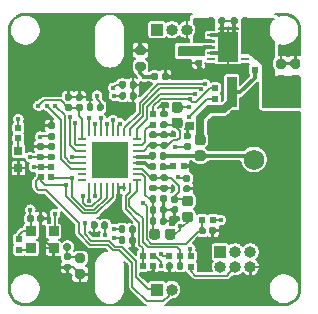
<source format=gbr>
G04 #@! TF.GenerationSoftware,KiCad,Pcbnew,(5.1.6)-1*
G04 #@! TF.CreationDate,2020-09-01T21:36:02-07:00*
G04 #@! TF.ProjectId,MiniCAM,4d696e69-4341-44d2-9e6b-696361645f70,rev?*
G04 #@! TF.SameCoordinates,Original*
G04 #@! TF.FileFunction,Copper,L1,Top*
G04 #@! TF.FilePolarity,Positive*
%FSLAX46Y46*%
G04 Gerber Fmt 4.6, Leading zero omitted, Abs format (unit mm)*
G04 Created by KiCad (PCBNEW (5.1.6)-1) date 2020-09-01 21:36:02*
%MOMM*%
%LPD*%
G01*
G04 APERTURE LIST*
G04 #@! TA.AperFunction,SMDPad,CuDef*
%ADD10R,0.560000X0.490000*%
G04 #@! TD*
G04 #@! TA.AperFunction,ComponentPad*
%ADD11O,1.000000X1.000000*%
G04 #@! TD*
G04 #@! TA.AperFunction,ComponentPad*
%ADD12R,1.000000X1.000000*%
G04 #@! TD*
G04 #@! TA.AperFunction,SMDPad,CuDef*
%ADD13R,0.710000X0.770000*%
G04 #@! TD*
G04 #@! TA.AperFunction,SMDPad,CuDef*
%ADD14R,0.880000X0.830000*%
G04 #@! TD*
G04 #@! TA.AperFunction,SMDPad,CuDef*
%ADD15R,3.100000X3.100000*%
G04 #@! TD*
G04 #@! TA.AperFunction,SMDPad,CuDef*
%ADD16R,0.680000X0.260000*%
G04 #@! TD*
G04 #@! TA.AperFunction,SMDPad,CuDef*
%ADD17R,0.260000X0.680000*%
G04 #@! TD*
G04 #@! TA.AperFunction,SMDPad,CuDef*
%ADD18R,1.800000X2.500000*%
G04 #@! TD*
G04 #@! TA.AperFunction,SMDPad,CuDef*
%ADD19R,0.660000X0.260000*%
G04 #@! TD*
G04 #@! TA.AperFunction,SMDPad,CuDef*
%ADD20R,0.490000X0.560000*%
G04 #@! TD*
G04 #@! TA.AperFunction,SMDPad,CuDef*
%ADD21R,0.870000X2.620000*%
G04 #@! TD*
G04 #@! TA.AperFunction,SMDPad,CuDef*
%ADD22C,0.100000*%
G04 #@! TD*
G04 #@! TA.AperFunction,SMDPad,CuDef*
%ADD23C,1.730000*%
G04 #@! TD*
G04 #@! TA.AperFunction,ViaPad*
%ADD24C,0.450000*%
G04 #@! TD*
G04 #@! TA.AperFunction,ViaPad*
%ADD25C,0.700000*%
G04 #@! TD*
G04 #@! TA.AperFunction,Conductor*
%ADD26C,0.203200*%
G04 #@! TD*
G04 #@! TA.AperFunction,Conductor*
%ADD27C,0.152400*%
G04 #@! TD*
G04 #@! TA.AperFunction,Conductor*
%ADD28C,0.304800*%
G04 #@! TD*
G04 #@! TA.AperFunction,Conductor*
%ADD29C,0.635000*%
G04 #@! TD*
G04 APERTURE END LIST*
D10*
X114198400Y-34229000D03*
X114198400Y-35139000D03*
X117398800Y-47178600D03*
X117398800Y-46268600D03*
X119405400Y-32954600D03*
X119405400Y-32044600D03*
D11*
X117030000Y-27113000D03*
X115760000Y-27113000D03*
D12*
X114490000Y-27113000D03*
X114490000Y-49113000D03*
D11*
X115760000Y-49113000D03*
G04 #@! TA.AperFunction,SMDPad,CuDef*
G36*
G01*
X106738600Y-46929400D02*
X107078600Y-46929400D01*
G75*
G02*
X107223600Y-47074400I0J-145000D01*
G01*
X107223600Y-47364400D01*
G75*
G02*
X107078600Y-47509400I-145000J0D01*
G01*
X106738600Y-47509400D01*
G75*
G02*
X106593600Y-47364400I0J145000D01*
G01*
X106593600Y-47074400D01*
G75*
G02*
X106738600Y-46929400I145000J0D01*
G01*
G37*
G04 #@! TD.AperFunction*
G04 #@! TA.AperFunction,SMDPad,CuDef*
G36*
G01*
X106738600Y-46039400D02*
X107078600Y-46039400D01*
G75*
G02*
X107223600Y-46184400I0J-145000D01*
G01*
X107223600Y-46474400D01*
G75*
G02*
X107078600Y-46619400I-145000J0D01*
G01*
X106738600Y-46619400D01*
G75*
G02*
X106593600Y-46474400I0J145000D01*
G01*
X106593600Y-46184400D01*
G75*
G02*
X106738600Y-46039400I145000J0D01*
G01*
G37*
G04 #@! TD.AperFunction*
G04 #@! TA.AperFunction,SMDPad,CuDef*
G36*
G01*
X114912200Y-31247200D02*
X114912200Y-30907200D01*
G75*
G02*
X115057200Y-30762200I145000J0D01*
G01*
X115347200Y-30762200D01*
G75*
G02*
X115492200Y-30907200I0J-145000D01*
G01*
X115492200Y-31247200D01*
G75*
G02*
X115347200Y-31392200I-145000J0D01*
G01*
X115057200Y-31392200D01*
G75*
G02*
X114912200Y-31247200I0J145000D01*
G01*
G37*
G04 #@! TD.AperFunction*
G04 #@! TA.AperFunction,SMDPad,CuDef*
G36*
G01*
X114022200Y-31247200D02*
X114022200Y-30907200D01*
G75*
G02*
X114167200Y-30762200I145000J0D01*
G01*
X114457200Y-30762200D01*
G75*
G02*
X114602200Y-30907200I0J-145000D01*
G01*
X114602200Y-31247200D01*
G75*
G02*
X114457200Y-31392200I-145000J0D01*
G01*
X114167200Y-31392200D01*
G75*
G02*
X114022200Y-31247200I0J145000D01*
G01*
G37*
G04 #@! TD.AperFunction*
G04 #@! TA.AperFunction,SMDPad,CuDef*
G36*
G01*
X107768300Y-47406000D02*
X108233300Y-47406000D01*
G75*
G02*
X108435800Y-47608500I0J-202500D01*
G01*
X108435800Y-48013500D01*
G75*
G02*
X108233300Y-48216000I-202500J0D01*
G01*
X107768300Y-48216000D01*
G75*
G02*
X107565800Y-48013500I0J202500D01*
G01*
X107565800Y-47608500D01*
G75*
G02*
X107768300Y-47406000I202500J0D01*
G01*
G37*
G04 #@! TD.AperFunction*
G04 #@! TA.AperFunction,SMDPad,CuDef*
G36*
G01*
X107768300Y-46046000D02*
X108233300Y-46046000D01*
G75*
G02*
X108435800Y-46248500I0J-202500D01*
G01*
X108435800Y-46653500D01*
G75*
G02*
X108233300Y-46856000I-202500J0D01*
G01*
X107768300Y-46856000D01*
G75*
G02*
X107565800Y-46653500I0J202500D01*
G01*
X107565800Y-46248500D01*
G75*
G02*
X107768300Y-46046000I202500J0D01*
G01*
G37*
G04 #@! TD.AperFunction*
G04 #@! TA.AperFunction,SMDPad,CuDef*
G36*
G01*
X113338700Y-29252800D02*
X112873700Y-29252800D01*
G75*
G02*
X112671200Y-29050300I0J202500D01*
G01*
X112671200Y-28645300D01*
G75*
G02*
X112873700Y-28442800I202500J0D01*
G01*
X113338700Y-28442800D01*
G75*
G02*
X113541200Y-28645300I0J-202500D01*
G01*
X113541200Y-29050300D01*
G75*
G02*
X113338700Y-29252800I-202500J0D01*
G01*
G37*
G04 #@! TD.AperFunction*
G04 #@! TA.AperFunction,SMDPad,CuDef*
G36*
G01*
X113338700Y-30612800D02*
X112873700Y-30612800D01*
G75*
G02*
X112671200Y-30410300I0J202500D01*
G01*
X112671200Y-30005300D01*
G75*
G02*
X112873700Y-29802800I202500J0D01*
G01*
X113338700Y-29802800D01*
G75*
G02*
X113541200Y-30005300I0J-202500D01*
G01*
X113541200Y-30410300D01*
G75*
G02*
X113338700Y-30612800I-202500J0D01*
G01*
G37*
G04 #@! TD.AperFunction*
G04 #@! TA.AperFunction,SMDPad,CuDef*
G36*
G01*
X125225900Y-30395800D02*
X124760900Y-30395800D01*
G75*
G02*
X124558400Y-30193300I0J202500D01*
G01*
X124558400Y-29788300D01*
G75*
G02*
X124760900Y-29585800I202500J0D01*
G01*
X125225900Y-29585800D01*
G75*
G02*
X125428400Y-29788300I0J-202500D01*
G01*
X125428400Y-30193300D01*
G75*
G02*
X125225900Y-30395800I-202500J0D01*
G01*
G37*
G04 #@! TD.AperFunction*
G04 #@! TA.AperFunction,SMDPad,CuDef*
G36*
G01*
X125225900Y-31755800D02*
X124760900Y-31755800D01*
G75*
G02*
X124558400Y-31553300I0J202500D01*
G01*
X124558400Y-31148300D01*
G75*
G02*
X124760900Y-30945800I202500J0D01*
G01*
X125225900Y-30945800D01*
G75*
G02*
X125428400Y-31148300I0J-202500D01*
G01*
X125428400Y-31553300D01*
G75*
G02*
X125225900Y-31755800I-202500J0D01*
G01*
G37*
G04 #@! TD.AperFunction*
X122402600Y-47193200D03*
X122402600Y-45923200D03*
X121132600Y-47193200D03*
X121132600Y-45923200D03*
X119862600Y-47193200D03*
D12*
X119862600Y-45923200D03*
D13*
X102768400Y-38830000D03*
X102768400Y-37370000D03*
D14*
X103855400Y-44161800D03*
X105745400Y-44161800D03*
X105745400Y-45601800D03*
X103855400Y-45601800D03*
D15*
X110490000Y-38113000D03*
D16*
X108155000Y-39863000D03*
X108155000Y-39363000D03*
X108155000Y-38863000D03*
X108155000Y-38363000D03*
X108155000Y-37863000D03*
X108155000Y-37363000D03*
X108155000Y-36863000D03*
X108155000Y-36363000D03*
D17*
X108740000Y-35778000D03*
X109240000Y-35778000D03*
X109740000Y-35778000D03*
X110240000Y-35778000D03*
X110740000Y-35778000D03*
X111240000Y-35778000D03*
X111740000Y-35778000D03*
X112240000Y-35778000D03*
D16*
X112825000Y-36363000D03*
X112825000Y-36863000D03*
X112825000Y-37363000D03*
X112825000Y-37863000D03*
X112825000Y-38363000D03*
X112825000Y-38863000D03*
X112825000Y-39363000D03*
X112825000Y-39863000D03*
D17*
X112240000Y-40448000D03*
X111740000Y-40448000D03*
X111240000Y-40448000D03*
X110740000Y-40448000D03*
X110240000Y-40448000D03*
X109740000Y-40448000D03*
X109240000Y-40448000D03*
X108740000Y-40448000D03*
D18*
X120523000Y-28575000D03*
D19*
X121953000Y-27575000D03*
X121953000Y-28075000D03*
X121953000Y-28575000D03*
X121953000Y-29075000D03*
X121953000Y-29575000D03*
X119093000Y-29575000D03*
X119093000Y-29075000D03*
X119093000Y-28575000D03*
X119093000Y-28075000D03*
X119093000Y-27575000D03*
D10*
X102819200Y-45768600D03*
X102819200Y-44858600D03*
D20*
X114196200Y-47091600D03*
X113286200Y-47091600D03*
X113286200Y-46253400D03*
X114196200Y-46253400D03*
X116431400Y-46228000D03*
X115521400Y-46228000D03*
D10*
X105562400Y-39621800D03*
X105562400Y-38711800D03*
X104724200Y-39621800D03*
X104724200Y-38711800D03*
D20*
X118315400Y-43230800D03*
X119225400Y-43230800D03*
X116787000Y-38684200D03*
X115877000Y-38684200D03*
D10*
X102768400Y-36319800D03*
X102768400Y-35409800D03*
D20*
X122760400Y-30480000D03*
X123670400Y-30480000D03*
G04 #@! TA.AperFunction,SMDPad,CuDef*
G36*
G01*
X115967500Y-34560800D02*
X116442500Y-34560800D01*
G75*
G02*
X116665000Y-34783300I0J-222500D01*
G01*
X116665000Y-35228300D01*
G75*
G02*
X116442500Y-35450800I-222500J0D01*
G01*
X115967500Y-35450800D01*
G75*
G02*
X115745000Y-35228300I0J222500D01*
G01*
X115745000Y-34783300D01*
G75*
G02*
X115967500Y-34560800I222500J0D01*
G01*
G37*
G04 #@! TD.AperFunction*
G04 #@! TA.AperFunction,SMDPad,CuDef*
G36*
G01*
X115967500Y-33230800D02*
X116442500Y-33230800D01*
G75*
G02*
X116665000Y-33453300I0J-222500D01*
G01*
X116665000Y-33898300D01*
G75*
G02*
X116442500Y-34120800I-222500J0D01*
G01*
X115967500Y-34120800D01*
G75*
G02*
X115745000Y-33898300I0J222500D01*
G01*
X115745000Y-33453300D01*
G75*
G02*
X115967500Y-33230800I222500J0D01*
G01*
G37*
G04 #@! TD.AperFunction*
G04 #@! TA.AperFunction,SMDPad,CuDef*
G36*
G01*
X114740400Y-44187100D02*
X114740400Y-44662100D01*
G75*
G02*
X114517900Y-44884600I-222500J0D01*
G01*
X114072900Y-44884600D01*
G75*
G02*
X113850400Y-44662100I0J222500D01*
G01*
X113850400Y-44187100D01*
G75*
G02*
X114072900Y-43964600I222500J0D01*
G01*
X114517900Y-43964600D01*
G75*
G02*
X114740400Y-44187100I0J-222500D01*
G01*
G37*
G04 #@! TD.AperFunction*
G04 #@! TA.AperFunction,SMDPad,CuDef*
G36*
G01*
X116070400Y-44187100D02*
X116070400Y-44662100D01*
G75*
G02*
X115847900Y-44884600I-222500J0D01*
G01*
X115402900Y-44884600D01*
G75*
G02*
X115180400Y-44662100I0J222500D01*
G01*
X115180400Y-44187100D01*
G75*
G02*
X115402900Y-43964600I222500J0D01*
G01*
X115847900Y-43964600D01*
G75*
G02*
X116070400Y-44187100I0J-222500D01*
G01*
G37*
G04 #@! TD.AperFunction*
G04 #@! TA.AperFunction,SMDPad,CuDef*
G36*
G01*
X117331500Y-42071000D02*
X116856500Y-42071000D01*
G75*
G02*
X116634000Y-41848500I0J222500D01*
G01*
X116634000Y-41403500D01*
G75*
G02*
X116856500Y-41181000I222500J0D01*
G01*
X117331500Y-41181000D01*
G75*
G02*
X117554000Y-41403500I0J-222500D01*
G01*
X117554000Y-41848500D01*
G75*
G02*
X117331500Y-42071000I-222500J0D01*
G01*
G37*
G04 #@! TD.AperFunction*
G04 #@! TA.AperFunction,SMDPad,CuDef*
G36*
G01*
X117331500Y-43401000D02*
X116856500Y-43401000D01*
G75*
G02*
X116634000Y-43178500I0J222500D01*
G01*
X116634000Y-42733500D01*
G75*
G02*
X116856500Y-42511000I222500J0D01*
G01*
X117331500Y-42511000D01*
G75*
G02*
X117554000Y-42733500I0J-222500D01*
G01*
X117554000Y-43178500D01*
G75*
G02*
X117331500Y-43401000I-222500J0D01*
G01*
G37*
G04 #@! TD.AperFunction*
D21*
X123876800Y-32410400D03*
X120826800Y-32410400D03*
G04 #@! TA.AperFunction,SMDPad,CuDef*
G36*
G01*
X118398300Y-36889400D02*
X117923300Y-36889400D01*
G75*
G02*
X117700800Y-36666900I0J222500D01*
G01*
X117700800Y-36221900D01*
G75*
G02*
X117923300Y-35999400I222500J0D01*
G01*
X118398300Y-35999400D01*
G75*
G02*
X118620800Y-36221900I0J-222500D01*
G01*
X118620800Y-36666900D01*
G75*
G02*
X118398300Y-36889400I-222500J0D01*
G01*
G37*
G04 #@! TD.AperFunction*
G04 #@! TA.AperFunction,SMDPad,CuDef*
G36*
G01*
X118398300Y-38219400D02*
X117923300Y-38219400D01*
G75*
G02*
X117700800Y-37996900I0J222500D01*
G01*
X117700800Y-37551900D01*
G75*
G02*
X117923300Y-37329400I222500J0D01*
G01*
X118398300Y-37329400D01*
G75*
G02*
X118620800Y-37551900I0J-222500D01*
G01*
X118620800Y-37996900D01*
G75*
G02*
X118398300Y-38219400I-222500J0D01*
G01*
G37*
G04 #@! TD.AperFunction*
G04 #@! TA.AperFunction,SMDPad,CuDef*
D22*
G36*
X121207400Y-39480000D02*
G01*
X121347400Y-39620000D01*
X121502400Y-39745000D01*
X121672400Y-39855000D01*
X121847400Y-39950000D01*
X122032400Y-40025000D01*
X122227400Y-40080000D01*
X122427400Y-40120000D01*
X122622400Y-40135000D01*
X122792400Y-40135000D01*
X122987400Y-40120000D01*
X123187400Y-40080000D01*
X123382400Y-40025000D01*
X123567400Y-39950000D01*
X123742400Y-39855000D01*
X123912400Y-39745000D01*
X124067400Y-39620000D01*
X124207400Y-39480000D01*
X124352400Y-39305000D01*
X126262400Y-39305000D01*
X126262400Y-41655000D01*
X119152400Y-41655000D01*
X119152400Y-39305000D01*
X121062400Y-39305000D01*
X121207400Y-39480000D01*
G37*
G04 #@! TD.AperFunction*
G04 #@! TA.AperFunction,SMDPad,CuDef*
G36*
X124207400Y-36720000D02*
G01*
X124067400Y-36580000D01*
X123912400Y-36455000D01*
X123742400Y-36345000D01*
X123567400Y-36250000D01*
X123382400Y-36175000D01*
X123187400Y-36120000D01*
X122987400Y-36080000D01*
X122792400Y-36065000D01*
X122622400Y-36065000D01*
X122427400Y-36080000D01*
X122227400Y-36120000D01*
X122032400Y-36175000D01*
X121847400Y-36250000D01*
X121672400Y-36345000D01*
X121502400Y-36455000D01*
X121347400Y-36580000D01*
X121207400Y-36720000D01*
X121062400Y-36895000D01*
X119152400Y-36895000D01*
X119152400Y-36055000D01*
X119152399Y-36055000D01*
X119152399Y-34545000D01*
X126262400Y-34545000D01*
X126262400Y-36895000D01*
X124352400Y-36895000D01*
X124207400Y-36720000D01*
G37*
G04 #@! TD.AperFunction*
D23*
X122707400Y-38100000D03*
G04 #@! TA.AperFunction,SMDPad,CuDef*
G36*
G01*
X115846800Y-46947000D02*
X115846800Y-47287000D01*
G75*
G02*
X115701800Y-47432000I-145000J0D01*
G01*
X115411800Y-47432000D01*
G75*
G02*
X115266800Y-47287000I0J145000D01*
G01*
X115266800Y-46947000D01*
G75*
G02*
X115411800Y-46802000I145000J0D01*
G01*
X115701800Y-46802000D01*
G75*
G02*
X115846800Y-46947000I0J-145000D01*
G01*
G37*
G04 #@! TD.AperFunction*
G04 #@! TA.AperFunction,SMDPad,CuDef*
G36*
G01*
X116736800Y-46947000D02*
X116736800Y-47287000D01*
G75*
G02*
X116591800Y-47432000I-145000J0D01*
G01*
X116301800Y-47432000D01*
G75*
G02*
X116156800Y-47287000I0J145000D01*
G01*
X116156800Y-46947000D01*
G75*
G02*
X116301800Y-46802000I145000J0D01*
G01*
X116591800Y-46802000D01*
G75*
G02*
X116736800Y-46947000I0J-145000D01*
G01*
G37*
G04 #@! TD.AperFunction*
G04 #@! TA.AperFunction,SMDPad,CuDef*
G36*
G01*
X104371200Y-43273800D02*
X104371200Y-42933800D01*
G75*
G02*
X104516200Y-42788800I145000J0D01*
G01*
X104806200Y-42788800D01*
G75*
G02*
X104951200Y-42933800I0J-145000D01*
G01*
X104951200Y-43273800D01*
G75*
G02*
X104806200Y-43418800I-145000J0D01*
G01*
X104516200Y-43418800D01*
G75*
G02*
X104371200Y-43273800I0J145000D01*
G01*
G37*
G04 #@! TD.AperFunction*
G04 #@! TA.AperFunction,SMDPad,CuDef*
G36*
G01*
X103481200Y-43273800D02*
X103481200Y-42933800D01*
G75*
G02*
X103626200Y-42788800I145000J0D01*
G01*
X103916200Y-42788800D01*
G75*
G02*
X104061200Y-42933800I0J-145000D01*
G01*
X104061200Y-43273800D01*
G75*
G02*
X103916200Y-43418800I-145000J0D01*
G01*
X103626200Y-43418800D01*
G75*
G02*
X103481200Y-43273800I0J145000D01*
G01*
G37*
G04 #@! TD.AperFunction*
G04 #@! TA.AperFunction,SMDPad,CuDef*
G36*
G01*
X118925400Y-44289800D02*
X118925400Y-43949800D01*
G75*
G02*
X119070400Y-43804800I145000J0D01*
G01*
X119360400Y-43804800D01*
G75*
G02*
X119505400Y-43949800I0J-145000D01*
G01*
X119505400Y-44289800D01*
G75*
G02*
X119360400Y-44434800I-145000J0D01*
G01*
X119070400Y-44434800D01*
G75*
G02*
X118925400Y-44289800I0J145000D01*
G01*
G37*
G04 #@! TD.AperFunction*
G04 #@! TA.AperFunction,SMDPad,CuDef*
G36*
G01*
X118035400Y-44289800D02*
X118035400Y-43949800D01*
G75*
G02*
X118180400Y-43804800I145000J0D01*
G01*
X118470400Y-43804800D01*
G75*
G02*
X118615400Y-43949800I0J-145000D01*
G01*
X118615400Y-44289800D01*
G75*
G02*
X118470400Y-44434800I-145000J0D01*
G01*
X118180400Y-44434800D01*
G75*
G02*
X118035400Y-44289800I0J145000D01*
G01*
G37*
G04 #@! TD.AperFunction*
G04 #@! TA.AperFunction,SMDPad,CuDef*
G36*
G01*
X105732400Y-37284600D02*
X105392400Y-37284600D01*
G75*
G02*
X105247400Y-37139600I0J145000D01*
G01*
X105247400Y-36849600D01*
G75*
G02*
X105392400Y-36704600I145000J0D01*
G01*
X105732400Y-36704600D01*
G75*
G02*
X105877400Y-36849600I0J-145000D01*
G01*
X105877400Y-37139600D01*
G75*
G02*
X105732400Y-37284600I-145000J0D01*
G01*
G37*
G04 #@! TD.AperFunction*
G04 #@! TA.AperFunction,SMDPad,CuDef*
G36*
G01*
X105732400Y-38174600D02*
X105392400Y-38174600D01*
G75*
G02*
X105247400Y-38029600I0J145000D01*
G01*
X105247400Y-37739600D01*
G75*
G02*
X105392400Y-37594600I145000J0D01*
G01*
X105732400Y-37594600D01*
G75*
G02*
X105877400Y-37739600I0J-145000D01*
G01*
X105877400Y-38029600D01*
G75*
G02*
X105732400Y-38174600I-145000J0D01*
G01*
G37*
G04 #@! TD.AperFunction*
G04 #@! TA.AperFunction,SMDPad,CuDef*
G36*
G01*
X104792600Y-37284600D02*
X104452600Y-37284600D01*
G75*
G02*
X104307600Y-37139600I0J145000D01*
G01*
X104307600Y-36849600D01*
G75*
G02*
X104452600Y-36704600I145000J0D01*
G01*
X104792600Y-36704600D01*
G75*
G02*
X104937600Y-36849600I0J-145000D01*
G01*
X104937600Y-37139600D01*
G75*
G02*
X104792600Y-37284600I-145000J0D01*
G01*
G37*
G04 #@! TD.AperFunction*
G04 #@! TA.AperFunction,SMDPad,CuDef*
G36*
G01*
X104792600Y-38174600D02*
X104452600Y-38174600D01*
G75*
G02*
X104307600Y-38029600I0J145000D01*
G01*
X104307600Y-37739600D01*
G75*
G02*
X104452600Y-37594600I145000J0D01*
G01*
X104792600Y-37594600D01*
G75*
G02*
X104937600Y-37739600I0J-145000D01*
G01*
X104937600Y-38029600D01*
G75*
G02*
X104792600Y-38174600I-145000J0D01*
G01*
G37*
G04 #@! TD.AperFunction*
G04 #@! TA.AperFunction,SMDPad,CuDef*
G36*
G01*
X108107300Y-33106300D02*
X107767300Y-33106300D01*
G75*
G02*
X107622300Y-32961300I0J145000D01*
G01*
X107622300Y-32671300D01*
G75*
G02*
X107767300Y-32526300I145000J0D01*
G01*
X108107300Y-32526300D01*
G75*
G02*
X108252300Y-32671300I0J-145000D01*
G01*
X108252300Y-32961300D01*
G75*
G02*
X108107300Y-33106300I-145000J0D01*
G01*
G37*
G04 #@! TD.AperFunction*
G04 #@! TA.AperFunction,SMDPad,CuDef*
G36*
G01*
X108107300Y-33996300D02*
X107767300Y-33996300D01*
G75*
G02*
X107622300Y-33851300I0J145000D01*
G01*
X107622300Y-33561300D01*
G75*
G02*
X107767300Y-33416300I145000J0D01*
G01*
X108107300Y-33416300D01*
G75*
G02*
X108252300Y-33561300I0J-145000D01*
G01*
X108252300Y-33851300D01*
G75*
G02*
X108107300Y-33996300I-145000J0D01*
G01*
G37*
G04 #@! TD.AperFunction*
G04 #@! TA.AperFunction,SMDPad,CuDef*
G36*
G01*
X107167500Y-33106300D02*
X106827500Y-33106300D01*
G75*
G02*
X106682500Y-32961300I0J145000D01*
G01*
X106682500Y-32671300D01*
G75*
G02*
X106827500Y-32526300I145000J0D01*
G01*
X107167500Y-32526300D01*
G75*
G02*
X107312500Y-32671300I0J-145000D01*
G01*
X107312500Y-32961300D01*
G75*
G02*
X107167500Y-33106300I-145000J0D01*
G01*
G37*
G04 #@! TD.AperFunction*
G04 #@! TA.AperFunction,SMDPad,CuDef*
G36*
G01*
X107167500Y-33996300D02*
X106827500Y-33996300D01*
G75*
G02*
X106682500Y-33851300I0J145000D01*
G01*
X106682500Y-33561300D01*
G75*
G02*
X106827500Y-33416300I145000J0D01*
G01*
X107167500Y-33416300D01*
G75*
G02*
X107312500Y-33561300I0J-145000D01*
G01*
X107312500Y-33851300D01*
G75*
G02*
X107167500Y-33996300I-145000J0D01*
G01*
G37*
G04 #@! TD.AperFunction*
G04 #@! TA.AperFunction,SMDPad,CuDef*
G36*
G01*
X115257400Y-34541400D02*
X114917400Y-34541400D01*
G75*
G02*
X114772400Y-34396400I0J145000D01*
G01*
X114772400Y-34106400D01*
G75*
G02*
X114917400Y-33961400I145000J0D01*
G01*
X115257400Y-33961400D01*
G75*
G02*
X115402400Y-34106400I0J-145000D01*
G01*
X115402400Y-34396400D01*
G75*
G02*
X115257400Y-34541400I-145000J0D01*
G01*
G37*
G04 #@! TD.AperFunction*
G04 #@! TA.AperFunction,SMDPad,CuDef*
G36*
G01*
X115257400Y-35431400D02*
X114917400Y-35431400D01*
G75*
G02*
X114772400Y-35286400I0J145000D01*
G01*
X114772400Y-34996400D01*
G75*
G02*
X114917400Y-34851400I145000J0D01*
G01*
X115257400Y-34851400D01*
G75*
G02*
X115402400Y-34996400I0J-145000D01*
G01*
X115402400Y-35286400D01*
G75*
G02*
X115257400Y-35431400I-145000J0D01*
G01*
G37*
G04 #@! TD.AperFunction*
G04 #@! TA.AperFunction,SMDPad,CuDef*
G36*
G01*
X115282800Y-36294000D02*
X114942800Y-36294000D01*
G75*
G02*
X114797800Y-36149000I0J145000D01*
G01*
X114797800Y-35859000D01*
G75*
G02*
X114942800Y-35714000I145000J0D01*
G01*
X115282800Y-35714000D01*
G75*
G02*
X115427800Y-35859000I0J-145000D01*
G01*
X115427800Y-36149000D01*
G75*
G02*
X115282800Y-36294000I-145000J0D01*
G01*
G37*
G04 #@! TD.AperFunction*
G04 #@! TA.AperFunction,SMDPad,CuDef*
G36*
G01*
X115282800Y-37184000D02*
X114942800Y-37184000D01*
G75*
G02*
X114797800Y-37039000I0J145000D01*
G01*
X114797800Y-36749000D01*
G75*
G02*
X114942800Y-36604000I145000J0D01*
G01*
X115282800Y-36604000D01*
G75*
G02*
X115427800Y-36749000I0J-145000D01*
G01*
X115427800Y-37039000D01*
G75*
G02*
X115282800Y-37184000I-145000J0D01*
G01*
G37*
G04 #@! TD.AperFunction*
G04 #@! TA.AperFunction,SMDPad,CuDef*
G36*
G01*
X114343000Y-36294000D02*
X114003000Y-36294000D01*
G75*
G02*
X113858000Y-36149000I0J145000D01*
G01*
X113858000Y-35859000D01*
G75*
G02*
X114003000Y-35714000I145000J0D01*
G01*
X114343000Y-35714000D01*
G75*
G02*
X114488000Y-35859000I0J-145000D01*
G01*
X114488000Y-36149000D01*
G75*
G02*
X114343000Y-36294000I-145000J0D01*
G01*
G37*
G04 #@! TD.AperFunction*
G04 #@! TA.AperFunction,SMDPad,CuDef*
G36*
G01*
X114343000Y-37184000D02*
X114003000Y-37184000D01*
G75*
G02*
X113858000Y-37039000I0J145000D01*
G01*
X113858000Y-36749000D01*
G75*
G02*
X114003000Y-36604000I145000J0D01*
G01*
X114343000Y-36604000D01*
G75*
G02*
X114488000Y-36749000I0J-145000D01*
G01*
X114488000Y-37039000D01*
G75*
G02*
X114343000Y-37184000I-145000J0D01*
G01*
G37*
G04 #@! TD.AperFunction*
G04 #@! TA.AperFunction,SMDPad,CuDef*
G36*
G01*
X114734400Y-38879600D02*
X114734400Y-38539600D01*
G75*
G02*
X114879400Y-38394600I145000J0D01*
G01*
X115169400Y-38394600D01*
G75*
G02*
X115314400Y-38539600I0J-145000D01*
G01*
X115314400Y-38879600D01*
G75*
G02*
X115169400Y-39024600I-145000J0D01*
G01*
X114879400Y-39024600D01*
G75*
G02*
X114734400Y-38879600I0J145000D01*
G01*
G37*
G04 #@! TD.AperFunction*
G04 #@! TA.AperFunction,SMDPad,CuDef*
G36*
G01*
X113844400Y-38879600D02*
X113844400Y-38539600D01*
G75*
G02*
X113989400Y-38394600I145000J0D01*
G01*
X114279400Y-38394600D01*
G75*
G02*
X114424400Y-38539600I0J-145000D01*
G01*
X114424400Y-38879600D01*
G75*
G02*
X114279400Y-39024600I-145000J0D01*
G01*
X113989400Y-39024600D01*
G75*
G02*
X113844400Y-38879600I0J145000D01*
G01*
G37*
G04 #@! TD.AperFunction*
G04 #@! TA.AperFunction,SMDPad,CuDef*
G36*
G01*
X114722200Y-37965200D02*
X114722200Y-37625200D01*
G75*
G02*
X114867200Y-37480200I145000J0D01*
G01*
X115157200Y-37480200D01*
G75*
G02*
X115302200Y-37625200I0J-145000D01*
G01*
X115302200Y-37965200D01*
G75*
G02*
X115157200Y-38110200I-145000J0D01*
G01*
X114867200Y-38110200D01*
G75*
G02*
X114722200Y-37965200I0J145000D01*
G01*
G37*
G04 #@! TD.AperFunction*
G04 #@! TA.AperFunction,SMDPad,CuDef*
G36*
G01*
X113832200Y-37965200D02*
X113832200Y-37625200D01*
G75*
G02*
X113977200Y-37480200I145000J0D01*
G01*
X114267200Y-37480200D01*
G75*
G02*
X114412200Y-37625200I0J-145000D01*
G01*
X114412200Y-37965200D01*
G75*
G02*
X114267200Y-38110200I-145000J0D01*
G01*
X113977200Y-38110200D01*
G75*
G02*
X113832200Y-37965200I0J145000D01*
G01*
G37*
G04 #@! TD.AperFunction*
G04 #@! TA.AperFunction,SMDPad,CuDef*
G36*
G01*
X114759800Y-43477000D02*
X114759800Y-43137000D01*
G75*
G02*
X114904800Y-42992000I145000J0D01*
G01*
X115194800Y-42992000D01*
G75*
G02*
X115339800Y-43137000I0J-145000D01*
G01*
X115339800Y-43477000D01*
G75*
G02*
X115194800Y-43622000I-145000J0D01*
G01*
X114904800Y-43622000D01*
G75*
G02*
X114759800Y-43477000I0J145000D01*
G01*
G37*
G04 #@! TD.AperFunction*
G04 #@! TA.AperFunction,SMDPad,CuDef*
G36*
G01*
X113869800Y-43477000D02*
X113869800Y-43137000D01*
G75*
G02*
X114014800Y-42992000I145000J0D01*
G01*
X114304800Y-42992000D01*
G75*
G02*
X114449800Y-43137000I0J-145000D01*
G01*
X114449800Y-43477000D01*
G75*
G02*
X114304800Y-43622000I-145000J0D01*
G01*
X114014800Y-43622000D01*
G75*
G02*
X113869800Y-43477000I0J145000D01*
G01*
G37*
G04 #@! TD.AperFunction*
G04 #@! TA.AperFunction,SMDPad,CuDef*
G36*
G01*
X114759800Y-42537200D02*
X114759800Y-42197200D01*
G75*
G02*
X114904800Y-42052200I145000J0D01*
G01*
X115194800Y-42052200D01*
G75*
G02*
X115339800Y-42197200I0J-145000D01*
G01*
X115339800Y-42537200D01*
G75*
G02*
X115194800Y-42682200I-145000J0D01*
G01*
X114904800Y-42682200D01*
G75*
G02*
X114759800Y-42537200I0J145000D01*
G01*
G37*
G04 #@! TD.AperFunction*
G04 #@! TA.AperFunction,SMDPad,CuDef*
G36*
G01*
X113869800Y-42537200D02*
X113869800Y-42197200D01*
G75*
G02*
X114014800Y-42052200I145000J0D01*
G01*
X114304800Y-42052200D01*
G75*
G02*
X114449800Y-42197200I0J-145000D01*
G01*
X114449800Y-42537200D01*
G75*
G02*
X114304800Y-42682200I-145000J0D01*
G01*
X114014800Y-42682200D01*
G75*
G02*
X113869800Y-42537200I0J145000D01*
G01*
G37*
G04 #@! TD.AperFunction*
G04 #@! TA.AperFunction,SMDPad,CuDef*
G36*
G01*
X114759800Y-41597400D02*
X114759800Y-41257400D01*
G75*
G02*
X114904800Y-41112400I145000J0D01*
G01*
X115194800Y-41112400D01*
G75*
G02*
X115339800Y-41257400I0J-145000D01*
G01*
X115339800Y-41597400D01*
G75*
G02*
X115194800Y-41742400I-145000J0D01*
G01*
X114904800Y-41742400D01*
G75*
G02*
X114759800Y-41597400I0J145000D01*
G01*
G37*
G04 #@! TD.AperFunction*
G04 #@! TA.AperFunction,SMDPad,CuDef*
G36*
G01*
X113869800Y-41597400D02*
X113869800Y-41257400D01*
G75*
G02*
X114014800Y-41112400I145000J0D01*
G01*
X114304800Y-41112400D01*
G75*
G02*
X114449800Y-41257400I0J-145000D01*
G01*
X114449800Y-41597400D01*
G75*
G02*
X114304800Y-41742400I-145000J0D01*
G01*
X114014800Y-41742400D01*
G75*
G02*
X113869800Y-41597400I0J145000D01*
G01*
G37*
G04 #@! TD.AperFunction*
G04 #@! TA.AperFunction,SMDPad,CuDef*
G36*
G01*
X115831800Y-42065000D02*
X116171800Y-42065000D01*
G75*
G02*
X116316800Y-42210000I0J-145000D01*
G01*
X116316800Y-42500000D01*
G75*
G02*
X116171800Y-42645000I-145000J0D01*
G01*
X115831800Y-42645000D01*
G75*
G02*
X115686800Y-42500000I0J145000D01*
G01*
X115686800Y-42210000D01*
G75*
G02*
X115831800Y-42065000I145000J0D01*
G01*
G37*
G04 #@! TD.AperFunction*
G04 #@! TA.AperFunction,SMDPad,CuDef*
G36*
G01*
X115831800Y-41175000D02*
X116171800Y-41175000D01*
G75*
G02*
X116316800Y-41320000I0J-145000D01*
G01*
X116316800Y-41610000D01*
G75*
G02*
X116171800Y-41755000I-145000J0D01*
G01*
X115831800Y-41755000D01*
G75*
G02*
X115686800Y-41610000I0J145000D01*
G01*
X115686800Y-41320000D01*
G75*
G02*
X115831800Y-41175000I145000J0D01*
G01*
G37*
G04 #@! TD.AperFunction*
G04 #@! TA.AperFunction,SMDPad,CuDef*
G36*
G01*
X114942800Y-40236200D02*
X115282800Y-40236200D01*
G75*
G02*
X115427800Y-40381200I0J-145000D01*
G01*
X115427800Y-40671200D01*
G75*
G02*
X115282800Y-40816200I-145000J0D01*
G01*
X114942800Y-40816200D01*
G75*
G02*
X114797800Y-40671200I0J145000D01*
G01*
X114797800Y-40381200D01*
G75*
G02*
X114942800Y-40236200I145000J0D01*
G01*
G37*
G04 #@! TD.AperFunction*
G04 #@! TA.AperFunction,SMDPad,CuDef*
G36*
G01*
X114942800Y-39346200D02*
X115282800Y-39346200D01*
G75*
G02*
X115427800Y-39491200I0J-145000D01*
G01*
X115427800Y-39781200D01*
G75*
G02*
X115282800Y-39926200I-145000J0D01*
G01*
X114942800Y-39926200D01*
G75*
G02*
X114797800Y-39781200I0J145000D01*
G01*
X114797800Y-39491200D01*
G75*
G02*
X114942800Y-39346200I145000J0D01*
G01*
G37*
G04 #@! TD.AperFunction*
G04 #@! TA.AperFunction,SMDPad,CuDef*
G36*
G01*
X114003000Y-40224000D02*
X114343000Y-40224000D01*
G75*
G02*
X114488000Y-40369000I0J-145000D01*
G01*
X114488000Y-40659000D01*
G75*
G02*
X114343000Y-40804000I-145000J0D01*
G01*
X114003000Y-40804000D01*
G75*
G02*
X113858000Y-40659000I0J145000D01*
G01*
X113858000Y-40369000D01*
G75*
G02*
X114003000Y-40224000I145000J0D01*
G01*
G37*
G04 #@! TD.AperFunction*
G04 #@! TA.AperFunction,SMDPad,CuDef*
G36*
G01*
X114003000Y-39334000D02*
X114343000Y-39334000D01*
G75*
G02*
X114488000Y-39479000I0J-145000D01*
G01*
X114488000Y-39769000D01*
G75*
G02*
X114343000Y-39914000I-145000J0D01*
G01*
X114003000Y-39914000D01*
G75*
G02*
X113858000Y-39769000I0J145000D01*
G01*
X113858000Y-39479000D01*
G75*
G02*
X114003000Y-39334000I145000J0D01*
G01*
G37*
G04 #@! TD.AperFunction*
G04 #@! TA.AperFunction,SMDPad,CuDef*
G36*
G01*
X116847800Y-40287000D02*
X117187800Y-40287000D01*
G75*
G02*
X117332800Y-40432000I0J-145000D01*
G01*
X117332800Y-40722000D01*
G75*
G02*
X117187800Y-40867000I-145000J0D01*
G01*
X116847800Y-40867000D01*
G75*
G02*
X116702800Y-40722000I0J145000D01*
G01*
X116702800Y-40432000D01*
G75*
G02*
X116847800Y-40287000I145000J0D01*
G01*
G37*
G04 #@! TD.AperFunction*
G04 #@! TA.AperFunction,SMDPad,CuDef*
G36*
G01*
X116847800Y-39397000D02*
X117187800Y-39397000D01*
G75*
G02*
X117332800Y-39542000I0J-145000D01*
G01*
X117332800Y-39832000D01*
G75*
G02*
X117187800Y-39977000I-145000J0D01*
G01*
X116847800Y-39977000D01*
G75*
G02*
X116702800Y-39832000I0J145000D01*
G01*
X116702800Y-39542000D01*
G75*
G02*
X116847800Y-39397000I145000J0D01*
G01*
G37*
G04 #@! TD.AperFunction*
G04 #@! TA.AperFunction,SMDPad,CuDef*
G36*
G01*
X109115800Y-33485000D02*
X109115800Y-33825000D01*
G75*
G02*
X108970800Y-33970000I-145000J0D01*
G01*
X108680800Y-33970000D01*
G75*
G02*
X108535800Y-33825000I0J145000D01*
G01*
X108535800Y-33485000D01*
G75*
G02*
X108680800Y-33340000I145000J0D01*
G01*
X108970800Y-33340000D01*
G75*
G02*
X109115800Y-33485000I0J-145000D01*
G01*
G37*
G04 #@! TD.AperFunction*
G04 #@! TA.AperFunction,SMDPad,CuDef*
G36*
G01*
X110005800Y-33485000D02*
X110005800Y-33825000D01*
G75*
G02*
X109860800Y-33970000I-145000J0D01*
G01*
X109570800Y-33970000D01*
G75*
G02*
X109425800Y-33825000I0J145000D01*
G01*
X109425800Y-33485000D01*
G75*
G02*
X109570800Y-33340000I145000J0D01*
G01*
X109860800Y-33340000D01*
G75*
G02*
X110005800Y-33485000I0J-145000D01*
G01*
G37*
G04 #@! TD.AperFunction*
G04 #@! TA.AperFunction,SMDPad,CuDef*
G36*
G01*
X126445100Y-30395800D02*
X125980100Y-30395800D01*
G75*
G02*
X125777600Y-30193300I0J202500D01*
G01*
X125777600Y-29788300D01*
G75*
G02*
X125980100Y-29585800I202500J0D01*
G01*
X126445100Y-29585800D01*
G75*
G02*
X126647600Y-29788300I0J-202500D01*
G01*
X126647600Y-30193300D01*
G75*
G02*
X126445100Y-30395800I-202500J0D01*
G01*
G37*
G04 #@! TD.AperFunction*
G04 #@! TA.AperFunction,SMDPad,CuDef*
G36*
G01*
X126445100Y-31755800D02*
X125980100Y-31755800D01*
G75*
G02*
X125777600Y-31553300I0J202500D01*
G01*
X125777600Y-31148300D01*
G75*
G02*
X125980100Y-30945800I202500J0D01*
G01*
X126445100Y-30945800D01*
G75*
G02*
X126647600Y-31148300I0J-202500D01*
G01*
X126647600Y-31553300D01*
G75*
G02*
X126445100Y-31755800I-202500J0D01*
G01*
G37*
G04 #@! TD.AperFunction*
G04 #@! TA.AperFunction,SMDPad,CuDef*
G36*
G01*
X112194400Y-32885200D02*
X112194400Y-32545200D01*
G75*
G02*
X112339400Y-32400200I145000J0D01*
G01*
X112629400Y-32400200D01*
G75*
G02*
X112774400Y-32545200I0J-145000D01*
G01*
X112774400Y-32885200D01*
G75*
G02*
X112629400Y-33030200I-145000J0D01*
G01*
X112339400Y-33030200D01*
G75*
G02*
X112194400Y-32885200I0J145000D01*
G01*
G37*
G04 #@! TD.AperFunction*
G04 #@! TA.AperFunction,SMDPad,CuDef*
G36*
G01*
X111304400Y-32885200D02*
X111304400Y-32545200D01*
G75*
G02*
X111449400Y-32400200I145000J0D01*
G01*
X111739400Y-32400200D01*
G75*
G02*
X111884400Y-32545200I0J-145000D01*
G01*
X111884400Y-32885200D01*
G75*
G02*
X111739400Y-33030200I-145000J0D01*
G01*
X111449400Y-33030200D01*
G75*
G02*
X111304400Y-32885200I0J145000D01*
G01*
G37*
G04 #@! TD.AperFunction*
G04 #@! TA.AperFunction,SMDPad,CuDef*
G36*
G01*
X109471400Y-43492600D02*
X109471400Y-43832600D01*
G75*
G02*
X109326400Y-43977600I-145000J0D01*
G01*
X109036400Y-43977600D01*
G75*
G02*
X108891400Y-43832600I0J145000D01*
G01*
X108891400Y-43492600D01*
G75*
G02*
X109036400Y-43347600I145000J0D01*
G01*
X109326400Y-43347600D01*
G75*
G02*
X109471400Y-43492600I0J-145000D01*
G01*
G37*
G04 #@! TD.AperFunction*
G04 #@! TA.AperFunction,SMDPad,CuDef*
G36*
G01*
X110361400Y-43492600D02*
X110361400Y-43832600D01*
G75*
G02*
X110216400Y-43977600I-145000J0D01*
G01*
X109926400Y-43977600D01*
G75*
G02*
X109781400Y-43832600I0J145000D01*
G01*
X109781400Y-43492600D01*
G75*
G02*
X109926400Y-43347600I145000J0D01*
G01*
X110216400Y-43347600D01*
G75*
G02*
X110361400Y-43492600I0J-145000D01*
G01*
G37*
G04 #@! TD.AperFunction*
G04 #@! TA.AperFunction,SMDPad,CuDef*
G36*
G01*
X112194400Y-31945400D02*
X112194400Y-31605400D01*
G75*
G02*
X112339400Y-31460400I145000J0D01*
G01*
X112629400Y-31460400D01*
G75*
G02*
X112774400Y-31605400I0J-145000D01*
G01*
X112774400Y-31945400D01*
G75*
G02*
X112629400Y-32090400I-145000J0D01*
G01*
X112339400Y-32090400D01*
G75*
G02*
X112194400Y-31945400I0J145000D01*
G01*
G37*
G04 #@! TD.AperFunction*
G04 #@! TA.AperFunction,SMDPad,CuDef*
G36*
G01*
X111304400Y-31945400D02*
X111304400Y-31605400D01*
G75*
G02*
X111449400Y-31460400I145000J0D01*
G01*
X111739400Y-31460400D01*
G75*
G02*
X111884400Y-31605400I0J-145000D01*
G01*
X111884400Y-31945400D01*
G75*
G02*
X111739400Y-32090400I-145000J0D01*
G01*
X111449400Y-32090400D01*
G75*
G02*
X111304400Y-31945400I0J145000D01*
G01*
G37*
G04 #@! TD.AperFunction*
G04 #@! TA.AperFunction,SMDPad,CuDef*
G36*
G01*
X112143600Y-44162800D02*
X112143600Y-43822800D01*
G75*
G02*
X112288600Y-43677800I145000J0D01*
G01*
X112578600Y-43677800D01*
G75*
G02*
X112723600Y-43822800I0J-145000D01*
G01*
X112723600Y-44162800D01*
G75*
G02*
X112578600Y-44307800I-145000J0D01*
G01*
X112288600Y-44307800D01*
G75*
G02*
X112143600Y-44162800I0J145000D01*
G01*
G37*
G04 #@! TD.AperFunction*
G04 #@! TA.AperFunction,SMDPad,CuDef*
G36*
G01*
X111253600Y-44162800D02*
X111253600Y-43822800D01*
G75*
G02*
X111398600Y-43677800I145000J0D01*
G01*
X111688600Y-43677800D01*
G75*
G02*
X111833600Y-43822800I0J-145000D01*
G01*
X111833600Y-44162800D01*
G75*
G02*
X111688600Y-44307800I-145000J0D01*
G01*
X111398600Y-44307800D01*
G75*
G02*
X111253600Y-44162800I0J145000D01*
G01*
G37*
G04 #@! TD.AperFunction*
G04 #@! TA.AperFunction,SMDPad,CuDef*
G36*
G01*
X112143600Y-45102600D02*
X112143600Y-44762600D01*
G75*
G02*
X112288600Y-44617600I145000J0D01*
G01*
X112578600Y-44617600D01*
G75*
G02*
X112723600Y-44762600I0J-145000D01*
G01*
X112723600Y-45102600D01*
G75*
G02*
X112578600Y-45247600I-145000J0D01*
G01*
X112288600Y-45247600D01*
G75*
G02*
X112143600Y-45102600I0J145000D01*
G01*
G37*
G04 #@! TD.AperFunction*
G04 #@! TA.AperFunction,SMDPad,CuDef*
G36*
G01*
X111253600Y-45102600D02*
X111253600Y-44762600D01*
G75*
G02*
X111398600Y-44617600I145000J0D01*
G01*
X111688600Y-44617600D01*
G75*
G02*
X111833600Y-44762600I0J-145000D01*
G01*
X111833600Y-45102600D01*
G75*
G02*
X111688600Y-45247600I-145000J0D01*
G01*
X111398600Y-45247600D01*
G75*
G02*
X111253600Y-45102600I0J145000D01*
G01*
G37*
G04 #@! TD.AperFunction*
G04 #@! TA.AperFunction,SMDPad,CuDef*
G36*
G01*
X117238600Y-36395600D02*
X116898600Y-36395600D01*
G75*
G02*
X116753600Y-36250600I0J145000D01*
G01*
X116753600Y-35960600D01*
G75*
G02*
X116898600Y-35815600I145000J0D01*
G01*
X117238600Y-35815600D01*
G75*
G02*
X117383600Y-35960600I0J-145000D01*
G01*
X117383600Y-36250600D01*
G75*
G02*
X117238600Y-36395600I-145000J0D01*
G01*
G37*
G04 #@! TD.AperFunction*
G04 #@! TA.AperFunction,SMDPad,CuDef*
G36*
G01*
X117238600Y-37285600D02*
X116898600Y-37285600D01*
G75*
G02*
X116753600Y-37140600I0J145000D01*
G01*
X116753600Y-36850600D01*
G75*
G02*
X116898600Y-36705600I145000J0D01*
G01*
X117238600Y-36705600D01*
G75*
G02*
X117383600Y-36850600I0J-145000D01*
G01*
X117383600Y-37140600D01*
G75*
G02*
X117238600Y-37285600I-145000J0D01*
G01*
G37*
G04 #@! TD.AperFunction*
G04 #@! TA.AperFunction,SMDPad,CuDef*
G36*
G01*
X105732400Y-35532000D02*
X105392400Y-35532000D01*
G75*
G02*
X105247400Y-35387000I0J145000D01*
G01*
X105247400Y-35097000D01*
G75*
G02*
X105392400Y-34952000I145000J0D01*
G01*
X105732400Y-34952000D01*
G75*
G02*
X105877400Y-35097000I0J-145000D01*
G01*
X105877400Y-35387000D01*
G75*
G02*
X105732400Y-35532000I-145000J0D01*
G01*
G37*
G04 #@! TD.AperFunction*
G04 #@! TA.AperFunction,SMDPad,CuDef*
G36*
G01*
X105732400Y-36422000D02*
X105392400Y-36422000D01*
G75*
G02*
X105247400Y-36277000I0J145000D01*
G01*
X105247400Y-35987000D01*
G75*
G02*
X105392400Y-35842000I145000J0D01*
G01*
X105732400Y-35842000D01*
G75*
G02*
X105877400Y-35987000I0J-145000D01*
G01*
X105877400Y-36277000D01*
G75*
G02*
X105732400Y-36422000I-145000J0D01*
G01*
G37*
G04 #@! TD.AperFunction*
G04 #@! TA.AperFunction,SMDPad,CuDef*
G36*
G01*
X117863800Y-29644400D02*
X118203800Y-29644400D01*
G75*
G02*
X118348800Y-29789400I0J-145000D01*
G01*
X118348800Y-30079400D01*
G75*
G02*
X118203800Y-30224400I-145000J0D01*
G01*
X117863800Y-30224400D01*
G75*
G02*
X117718800Y-30079400I0J145000D01*
G01*
X117718800Y-29789400D01*
G75*
G02*
X117863800Y-29644400I145000J0D01*
G01*
G37*
G04 #@! TD.AperFunction*
G04 #@! TA.AperFunction,SMDPad,CuDef*
G36*
G01*
X117863800Y-28754400D02*
X118203800Y-28754400D01*
G75*
G02*
X118348800Y-28899400I0J-145000D01*
G01*
X118348800Y-29189400D01*
G75*
G02*
X118203800Y-29334400I-145000J0D01*
G01*
X117863800Y-29334400D01*
G75*
G02*
X117718800Y-29189400I0J145000D01*
G01*
X117718800Y-28899400D01*
G75*
G02*
X117863800Y-28754400I145000J0D01*
G01*
G37*
G04 #@! TD.AperFunction*
G04 #@! TA.AperFunction,SMDPad,CuDef*
G36*
G01*
X119687400Y-26535200D02*
X119687400Y-26195200D01*
G75*
G02*
X119832400Y-26050200I145000J0D01*
G01*
X120122400Y-26050200D01*
G75*
G02*
X120267400Y-26195200I0J-145000D01*
G01*
X120267400Y-26535200D01*
G75*
G02*
X120122400Y-26680200I-145000J0D01*
G01*
X119832400Y-26680200D01*
G75*
G02*
X119687400Y-26535200I0J145000D01*
G01*
G37*
G04 #@! TD.AperFunction*
G04 #@! TA.AperFunction,SMDPad,CuDef*
G36*
G01*
X118797400Y-26535200D02*
X118797400Y-26195200D01*
G75*
G02*
X118942400Y-26050200I145000J0D01*
G01*
X119232400Y-26050200D01*
G75*
G02*
X119377400Y-26195200I0J-145000D01*
G01*
X119377400Y-26535200D01*
G75*
G02*
X119232400Y-26680200I-145000J0D01*
G01*
X118942400Y-26680200D01*
G75*
G02*
X118797400Y-26535200I0J145000D01*
G01*
G37*
G04 #@! TD.AperFunction*
G04 #@! TA.AperFunction,SMDPad,CuDef*
G36*
G01*
X121333200Y-26195200D02*
X121333200Y-26535200D01*
G75*
G02*
X121188200Y-26680200I-145000J0D01*
G01*
X120898200Y-26680200D01*
G75*
G02*
X120753200Y-26535200I0J145000D01*
G01*
X120753200Y-26195200D01*
G75*
G02*
X120898200Y-26050200I145000J0D01*
G01*
X121188200Y-26050200D01*
G75*
G02*
X121333200Y-26195200I0J-145000D01*
G01*
G37*
G04 #@! TD.AperFunction*
G04 #@! TA.AperFunction,SMDPad,CuDef*
G36*
G01*
X122223200Y-26195200D02*
X122223200Y-26535200D01*
G75*
G02*
X122078200Y-26680200I-145000J0D01*
G01*
X121788200Y-26680200D01*
G75*
G02*
X121643200Y-26535200I0J145000D01*
G01*
X121643200Y-26195200D01*
G75*
G02*
X121788200Y-26050200I145000J0D01*
G01*
X122078200Y-26050200D01*
G75*
G02*
X122223200Y-26195200I0J-145000D01*
G01*
G37*
G04 #@! TD.AperFunction*
D24*
X109194600Y-36817600D03*
X111785400Y-36817600D03*
X111785400Y-38087600D03*
X110490000Y-38087600D03*
X109169200Y-39433800D03*
X110490000Y-39408400D03*
X111785400Y-39408400D03*
X115849400Y-40538400D03*
X116001800Y-43154600D03*
X115036600Y-33401000D03*
X109169200Y-44500800D03*
X112547400Y-45796200D03*
X119938800Y-44119800D03*
X104673400Y-35255200D03*
X103809800Y-36982400D03*
X107924600Y-32105600D03*
X104838500Y-44818300D03*
D25*
X120523000Y-29235400D03*
X120523000Y-27863800D03*
D24*
X112522000Y-31013400D03*
D25*
X125831600Y-28879800D03*
D24*
X118338601Y-41198800D03*
D25*
X124460000Y-43680000D03*
X123190000Y-43680000D03*
X121920000Y-43680000D03*
X116840000Y-30480000D03*
X119380000Y-30480000D03*
X120650000Y-30480000D03*
D24*
X118567200Y-30784800D03*
X102565200Y-39573200D03*
X111252000Y-41452800D03*
D25*
X122428000Y-33261600D03*
D24*
X106070400Y-47206200D03*
X113080800Y-27876800D03*
X113741200Y-47917400D03*
X115544600Y-47993600D03*
X117246400Y-35229800D03*
X115976400Y-35991800D03*
X117503957Y-38684200D03*
X102768400Y-34696400D03*
D25*
X125044200Y-32410400D03*
X126111000Y-33197800D03*
X123190000Y-27940000D03*
X123190000Y-29210000D03*
D24*
X107315000Y-37846000D03*
X116264305Y-39564695D03*
X117221000Y-33655000D03*
X103759000Y-37896800D03*
X109423200Y-32689800D03*
D25*
X118211600Y-26822400D03*
D24*
X116459000Y-43764200D03*
D25*
X106921600Y-45516800D03*
D24*
X114833400Y-47079200D03*
X110134400Y-44475400D03*
X110845600Y-43967400D03*
X119913400Y-43230800D03*
X104622600Y-36169600D03*
X110845600Y-32689800D03*
X110794800Y-32029400D03*
X103784400Y-42341800D03*
D25*
X116916200Y-28905200D03*
D24*
X110871000Y-44729400D03*
X104089200Y-38735000D03*
X113411000Y-31102600D03*
X104470200Y-33541000D03*
X114858800Y-46063202D03*
X116001800Y-37058600D03*
X113292512Y-41740712D03*
X106807000Y-40233600D03*
X107289600Y-39649400D03*
X108381800Y-43510200D03*
X118598188Y-31716447D03*
X118189473Y-32158985D03*
X117718084Y-32534059D03*
X117271800Y-32969200D03*
X117322600Y-45656800D03*
X108203998Y-41148000D03*
X109245400Y-41173400D03*
X108712000Y-41605200D03*
X117187432Y-34514368D03*
X105867200Y-42697400D03*
X105156000Y-33528000D03*
X105892600Y-33528000D03*
X107162600Y-34518600D03*
X107594400Y-35030200D03*
X108737400Y-34620200D03*
X109245400Y-35052000D03*
X109728000Y-34594800D03*
X110242532Y-35062459D03*
X110769400Y-34770402D03*
X111353600Y-35052000D03*
D26*
X114173000Y-36004000D02*
X115112800Y-36004000D01*
X115100600Y-40514000D02*
X115112800Y-40526200D01*
X114173000Y-40514000D02*
X115100600Y-40514000D01*
X115049800Y-41427400D02*
X115049800Y-42367200D01*
X115112800Y-40526200D02*
X115837200Y-40526200D01*
X115837200Y-40526200D02*
X115849400Y-40538400D01*
X115062000Y-42355000D02*
X115049800Y-42367200D01*
X116001800Y-42355000D02*
X115062000Y-42355000D01*
X116001800Y-42355000D02*
X116001800Y-43154600D01*
X115049800Y-43307000D02*
X115049800Y-42367200D01*
X115036600Y-34200600D02*
X115087400Y-34251400D01*
X115036600Y-33401000D02*
X115036600Y-34200600D01*
X109181400Y-43662600D02*
X109181400Y-44488600D01*
X109181400Y-44488600D02*
X109169200Y-44500800D01*
D27*
X111240000Y-40448000D02*
X111740000Y-40448000D01*
X112547400Y-44970200D02*
X112509800Y-44932600D01*
X112547400Y-45796200D02*
X112547400Y-44970200D01*
X112509800Y-43992800D02*
X112509800Y-44932600D01*
X119215400Y-44119800D02*
X119938800Y-44119800D01*
D26*
X105562400Y-36994600D02*
X104622600Y-36994600D01*
X105562400Y-35242000D02*
X104686600Y-35242000D01*
X104686600Y-35242000D02*
X104673400Y-35255200D01*
X104622600Y-36994600D02*
X103822000Y-36994600D01*
X103822000Y-36994600D02*
X103809800Y-36982400D01*
D27*
X107937300Y-32816300D02*
X106997500Y-32816300D01*
X107937300Y-32816300D02*
X107937300Y-32118300D01*
X107937300Y-32118300D02*
X107924600Y-32105600D01*
X108305600Y-32105600D02*
X107924600Y-32105600D01*
X108825800Y-33655000D02*
X108825800Y-32625800D01*
X108825800Y-32625800D02*
X108305600Y-32105600D01*
X112484400Y-31775400D02*
X112484400Y-32715200D01*
X104661200Y-43418800D02*
X104661200Y-43103800D01*
X104661200Y-44641000D02*
X104661200Y-43418800D01*
X105745400Y-45601800D02*
X105622000Y-45601800D01*
X105622000Y-45601800D02*
X104838500Y-44818300D01*
X104838500Y-44818300D02*
X104661200Y-44641000D01*
D28*
X120023000Y-29075000D02*
X120523000Y-28575000D01*
X119093000Y-29075000D02*
X120023000Y-29075000D01*
X120412000Y-27575000D02*
X120523000Y-27686000D01*
X119093000Y-27575000D02*
X120412000Y-27575000D01*
X119977400Y-28029400D02*
X120523000Y-28575000D01*
X119977400Y-26365200D02*
X119977400Y-28029400D01*
X121043200Y-28054800D02*
X120523000Y-28575000D01*
X121043200Y-26365200D02*
X121043200Y-28054800D01*
X120523000Y-28575000D02*
X120523000Y-29235400D01*
X120523000Y-28575000D02*
X120523000Y-27863800D01*
D27*
X112484400Y-31775400D02*
X112484400Y-31051000D01*
X112484400Y-31051000D02*
X112522000Y-31013400D01*
D26*
X117716801Y-40577000D02*
X118338601Y-41198800D01*
X117017800Y-40577000D02*
X117716801Y-40577000D01*
D28*
X118033800Y-29934400D02*
X118033800Y-30251400D01*
X118342201Y-30559801D02*
X118567200Y-30784800D01*
X118033800Y-30251400D02*
X118342201Y-30559801D01*
D27*
X102768400Y-39370000D02*
X102565200Y-39573200D01*
X102768400Y-38830000D02*
X102768400Y-39370000D01*
D26*
X111240000Y-40448000D02*
X111240000Y-41440800D01*
X111240000Y-41440800D02*
X111252000Y-41452800D01*
X124993400Y-29990800D02*
X126212600Y-29990800D01*
X107409200Y-47219400D02*
X108000800Y-47811000D01*
X106908600Y-47219400D02*
X107409200Y-47219400D01*
X106908600Y-47219400D02*
X106083600Y-47219400D01*
X106083600Y-47219400D02*
X106070400Y-47206200D01*
D28*
X113106200Y-28847800D02*
X113106200Y-27902200D01*
X113106200Y-27902200D02*
X113080800Y-27876800D01*
X116242800Y-31077200D02*
X116840000Y-30480000D01*
X115202200Y-31077200D02*
X116242800Y-31077200D01*
D27*
X114196200Y-47091600D02*
X114196200Y-47462400D01*
X114196200Y-47462400D02*
X113741200Y-47917400D01*
X115556800Y-47117000D02*
X115556800Y-47981400D01*
X115556800Y-47981400D02*
X115544600Y-47993600D01*
D26*
X115964200Y-36004000D02*
X115976400Y-35991800D01*
X115112800Y-36004000D02*
X115964200Y-36004000D01*
X117068600Y-36105600D02*
X117068600Y-35407600D01*
X117068600Y-35407600D02*
X117246400Y-35229800D01*
D28*
X116787000Y-38684200D02*
X117503957Y-38684200D01*
D27*
X102768400Y-35409800D02*
X102768400Y-34696400D01*
X108155000Y-37863000D02*
X107332000Y-37863000D01*
X107332000Y-37863000D02*
X107315000Y-37846000D01*
D26*
X116386610Y-39687000D02*
X116264305Y-39564695D01*
X117017800Y-39687000D02*
X116386610Y-39687000D01*
X116205000Y-33675800D02*
X117200200Y-33675800D01*
X117200200Y-33675800D02*
X117221000Y-33655000D01*
X104610400Y-37896800D02*
X104622600Y-37884600D01*
X103759000Y-37896800D02*
X104610400Y-37896800D01*
X105562400Y-37884600D02*
X104622600Y-37884600D01*
D27*
X109702600Y-33248600D02*
X109702600Y-33641800D01*
X109423200Y-32689800D02*
X109423200Y-32969200D01*
X109702600Y-33641800D02*
X109715800Y-33655000D01*
X109423200Y-32969200D02*
X109702600Y-33248600D01*
D28*
X118458200Y-28075000D02*
X118287800Y-27904600D01*
X119093000Y-28075000D02*
X118458200Y-28075000D01*
X118797400Y-26365200D02*
X119087400Y-26365200D01*
X118287800Y-26874800D02*
X118211600Y-26822400D01*
X118287800Y-27904600D02*
X118287800Y-26874800D01*
X118211600Y-26822400D02*
X118797400Y-26365200D01*
D26*
X116459000Y-44036000D02*
X116459000Y-43764200D01*
X117094000Y-42956000D02*
X117094000Y-43401000D01*
X115625400Y-44424600D02*
X116070400Y-44424600D01*
X117094000Y-43401000D02*
X116730800Y-43764200D01*
X116730800Y-43764200D02*
X116459000Y-43764200D01*
X116070400Y-44424600D02*
X116459000Y-44036000D01*
X106908600Y-45529800D02*
X106921600Y-45516800D01*
X106908600Y-46329400D02*
X106908600Y-45529800D01*
X107879200Y-46329400D02*
X108000800Y-46451000D01*
X106908600Y-46329400D02*
X107879200Y-46329400D01*
D27*
X114833400Y-46792318D02*
X114833400Y-47079200D01*
X114196200Y-46253400D02*
X114294482Y-46253400D01*
X114294482Y-46253400D02*
X114833400Y-46792318D01*
D26*
X105562400Y-38711800D02*
X104724200Y-38711800D01*
X110134400Y-43725600D02*
X110071400Y-43662600D01*
X110134400Y-44475400D02*
X110134400Y-43725600D01*
D27*
X111594400Y-43967400D02*
X111619800Y-43992800D01*
X110845600Y-43967400D02*
X111594400Y-43967400D01*
X119225400Y-43230800D02*
X119913400Y-43230800D01*
D26*
X105562400Y-36132000D02*
X104660200Y-36132000D01*
X104660200Y-36132000D02*
X104622600Y-36169600D01*
D27*
X107937300Y-34417500D02*
X107937300Y-33706300D01*
X108155000Y-36363000D02*
X108155000Y-34635200D01*
X108155000Y-34635200D02*
X107937300Y-34417500D01*
X107937300Y-33706300D02*
X106997500Y-33706300D01*
X111048800Y-31775400D02*
X110794800Y-32029400D01*
X111594400Y-31775400D02*
X111048800Y-31775400D01*
X110871000Y-32715200D02*
X110845600Y-32689800D01*
X111594400Y-32715200D02*
X110871000Y-32715200D01*
X103855400Y-43188000D02*
X103771200Y-43103800D01*
X103855400Y-44161800D02*
X103855400Y-43188000D01*
X103263000Y-44161800D02*
X103855400Y-44161800D01*
X103118600Y-44161800D02*
X103263000Y-44161800D01*
X102819200Y-44461200D02*
X103118600Y-44161800D01*
X102819200Y-44858600D02*
X102819200Y-44461200D01*
X103771200Y-43103800D02*
X103771200Y-42355000D01*
X103771200Y-42355000D02*
X103784400Y-42341800D01*
D28*
X118503200Y-28575000D02*
X118033800Y-29044400D01*
X119093000Y-28575000D02*
X118503200Y-28575000D01*
D27*
X111619800Y-44932600D02*
X111416600Y-44729400D01*
X111416600Y-44729400D02*
X111189198Y-44729400D01*
X111189198Y-44729400D02*
X110871000Y-44729400D01*
D26*
X104112400Y-38711800D02*
X104089200Y-38735000D01*
X104724200Y-38711800D02*
X104112400Y-38711800D01*
D28*
X113106200Y-30207800D02*
X113106200Y-30797800D01*
X113106200Y-30797800D02*
X113411000Y-31102600D01*
X113436400Y-31077200D02*
X113411000Y-31102600D01*
X114312200Y-31077200D02*
X113436400Y-31077200D01*
D27*
X104936801Y-33074399D02*
X104470200Y-33541000D01*
X106997500Y-33706300D02*
X106365599Y-33074399D01*
X106365599Y-33074399D02*
X104936801Y-33074399D01*
X115521400Y-46228000D02*
X115023598Y-46228000D01*
X115023598Y-46228000D02*
X114858800Y-46063202D01*
D26*
X116777000Y-37058600D02*
X116840000Y-36995600D01*
X116001800Y-37058600D02*
X116777000Y-37058600D01*
X114020600Y-39624000D02*
X114173000Y-39624000D01*
X112825000Y-38863000D02*
X113259600Y-38863000D01*
X113259600Y-38863000D02*
X114020600Y-39624000D01*
X115100600Y-39624000D02*
X115112800Y-39636200D01*
X114173000Y-39624000D02*
X115100600Y-39624000D01*
X116933000Y-41465000D02*
X117094000Y-41626000D01*
X116001800Y-41465000D02*
X116933000Y-41465000D01*
X116001800Y-41173400D02*
X116001800Y-41465000D01*
X116328401Y-40306201D02*
X116328401Y-40846799D01*
X116328401Y-40846799D02*
X116001800Y-41173400D01*
X115112800Y-39636200D02*
X115658400Y-39636200D01*
X115658400Y-39636200D02*
X116328401Y-40306201D01*
X113869800Y-41427400D02*
X114159800Y-41427400D01*
X113512600Y-39623398D02*
X113512600Y-41070200D01*
X112825000Y-39363000D02*
X113252202Y-39363000D01*
X113512600Y-41070200D02*
X113869800Y-41427400D01*
X113252202Y-39363000D02*
X113512600Y-39623398D01*
X114159800Y-41427400D02*
X114159800Y-42367200D01*
X114159800Y-42367200D02*
X114159800Y-43307000D01*
X114159800Y-44289000D02*
X114295400Y-44424600D01*
X114159800Y-43307000D02*
X114159800Y-44289000D01*
D28*
X114054400Y-37863000D02*
X114122200Y-37795200D01*
X112825000Y-37863000D02*
X114054400Y-37863000D01*
X115851600Y-38709600D02*
X115877000Y-38684200D01*
X115024400Y-38709600D02*
X115851600Y-38709600D01*
X113816400Y-38709600D02*
X113844400Y-38709600D01*
X113469800Y-38363000D02*
X113816400Y-38709600D01*
X113844400Y-38709600D02*
X114134400Y-38709600D01*
X112825000Y-38363000D02*
X113469800Y-38363000D01*
D26*
X113858000Y-36894000D02*
X114173000Y-36894000D01*
X113837200Y-36894000D02*
X113858000Y-36894000D01*
X113368200Y-37363000D02*
X113837200Y-36894000D01*
X112825000Y-37363000D02*
X113368200Y-37363000D01*
X114173000Y-36894000D02*
X115112800Y-36894000D01*
X116069400Y-35141400D02*
X116205000Y-35005800D01*
X115087400Y-35141400D02*
X116069400Y-35141400D01*
X116455401Y-36243307D02*
X116455401Y-35701201D01*
X115850999Y-36470801D02*
X116227907Y-36470801D01*
X116227907Y-36470801D02*
X116455401Y-36243307D01*
X115427800Y-36894000D02*
X115850999Y-36470801D01*
X116205000Y-35450800D02*
X116205000Y-35005800D01*
X115112800Y-36894000D02*
X115427800Y-36894000D01*
X116455401Y-35701201D02*
X116205000Y-35450800D01*
D27*
X118325400Y-43240800D02*
X118315400Y-43230800D01*
X118325400Y-44119800D02*
X118325400Y-43240800D01*
X116926613Y-45228587D02*
X118035400Y-44119800D01*
X113292512Y-41740712D02*
X113621790Y-42069990D01*
X114001421Y-45228587D02*
X116926613Y-45228587D01*
X113621790Y-44848956D02*
X114001421Y-45228587D01*
X113621790Y-42069990D02*
X113621790Y-44848956D01*
X118035400Y-44119800D02*
X118325400Y-44119800D01*
X116431400Y-47101600D02*
X116446800Y-47117000D01*
X116431400Y-46228000D02*
X116431400Y-47101600D01*
X112825000Y-40794200D02*
X112169999Y-41449201D01*
X113316979Y-43085979D02*
X113316979Y-45067179D01*
X112826800Y-42672000D02*
X112903000Y-42672000D01*
X112169999Y-41449201D02*
X112169999Y-42015199D01*
X116431400Y-45795600D02*
X116431400Y-46228000D01*
X112169999Y-42015199D02*
X112826800Y-42672000D01*
X116169198Y-45533398D02*
X116431400Y-45795600D01*
X112825000Y-39863000D02*
X112825000Y-40794200D01*
X113783198Y-45533398D02*
X116169198Y-45533398D01*
X112903000Y-42672000D02*
X113316979Y-43085979D01*
X113316979Y-45067179D02*
X113783198Y-45533398D01*
D28*
X122381800Y-37774400D02*
X122707400Y-38100000D01*
X118160800Y-37774400D02*
X122381800Y-37774400D01*
X118140000Y-37795200D02*
X118160800Y-37774400D01*
X115012200Y-37795200D02*
X118140000Y-37795200D01*
X122760400Y-31216600D02*
X121566600Y-32410400D01*
X121566600Y-32410400D02*
X120826800Y-32410400D01*
X122760400Y-30480000D02*
X122760400Y-31216600D01*
D29*
X120826800Y-33211800D02*
X120826800Y-32410400D01*
X120192800Y-33845800D02*
X120826800Y-33211800D01*
X118160800Y-34861800D02*
X118186200Y-34836400D01*
X118186200Y-34607800D02*
X118948200Y-33845800D01*
X118160800Y-36444400D02*
X118160800Y-34861800D01*
X118948200Y-33845800D02*
X120192800Y-33845800D01*
X118186200Y-34836400D02*
X118186200Y-34607800D01*
D27*
X102768400Y-37370000D02*
X102768400Y-36319800D01*
X110740000Y-40448000D02*
X110740000Y-41194800D01*
X110740000Y-41194800D02*
X110744000Y-41198800D01*
X109375981Y-42668419D02*
X108264689Y-42668419D01*
X110740000Y-41194800D02*
X110740000Y-41304400D01*
X110740000Y-41304400D02*
X109375981Y-42668419D01*
D26*
X104724200Y-39903400D02*
X104724200Y-39621800D01*
X105054400Y-40233600D02*
X104724200Y-39903400D01*
D27*
X108264689Y-42668419D02*
X106807000Y-41210730D01*
X106807000Y-41210730D02*
X106807000Y-40233600D01*
D26*
X106807000Y-40233600D02*
X105054400Y-40233600D01*
D27*
X115510000Y-49617106D02*
X115510000Y-48910000D01*
X115050706Y-50076400D02*
X115510000Y-49617106D01*
X112420389Y-48857189D02*
X113639600Y-50076400D01*
X113639600Y-50076400D02*
X115050706Y-50076400D01*
X112420389Y-46888389D02*
X112420389Y-48857189D01*
X111328200Y-45796200D02*
X112420389Y-46888389D01*
X104470200Y-40690800D02*
X105079800Y-40690800D01*
X104241600Y-40462200D02*
X104470200Y-40690800D01*
X104241600Y-39903400D02*
X104241600Y-40462200D01*
X108839000Y-45313600D02*
X110337600Y-45313600D01*
X104724200Y-39621800D02*
X104523200Y-39621800D01*
X104523200Y-39621800D02*
X104241600Y-39903400D01*
X105079800Y-40690800D02*
X107873800Y-43484800D01*
X107873800Y-43484800D02*
X107873800Y-44348400D01*
X107873800Y-44348400D02*
X108839000Y-45313600D01*
X110337600Y-45313600D02*
X110820200Y-45796200D01*
X110820200Y-45796200D02*
X111328200Y-45796200D01*
D26*
X105590000Y-39649400D02*
X105562400Y-39621800D01*
D27*
X110240000Y-41321800D02*
X110240000Y-40448000D01*
X108390946Y-42363610D02*
X109198190Y-42363610D01*
X109198190Y-42363610D02*
X110240000Y-41321800D01*
X107289600Y-41262264D02*
X108390946Y-42363610D01*
X107289600Y-39649400D02*
X107289600Y-41262264D01*
D26*
X107289600Y-39649400D02*
X105590000Y-39649400D01*
D27*
X113738000Y-49060400D02*
X114187400Y-49060400D01*
X114187400Y-49060400D02*
X114240000Y-49113000D01*
X112725200Y-48047600D02*
X113738000Y-49060400D01*
X111531389Y-45491389D02*
X112725200Y-46685200D01*
X108381800Y-44399200D02*
X108940600Y-44958000D01*
X108940600Y-44958000D02*
X110439200Y-44958000D01*
X108381800Y-43510200D02*
X108381800Y-44399200D01*
X110439200Y-44958000D02*
X110972589Y-45491389D01*
X112725200Y-46685200D02*
X112725200Y-48047600D01*
X110972589Y-45491389D02*
X111531389Y-45491389D01*
X113286200Y-46253400D02*
X113286200Y-47091600D01*
X113207790Y-46174990D02*
X113286200Y-46253400D01*
X113286200Y-45595200D02*
X113286200Y-46253400D01*
X113012169Y-45321169D02*
X113286200Y-45595200D01*
X112240000Y-40845800D02*
X111865188Y-41220612D01*
X112240000Y-40448000D02*
X112240000Y-40845800D01*
X111865188Y-42319988D02*
X113012169Y-43466969D01*
X111865188Y-41220612D02*
X111865188Y-42319988D01*
X113012169Y-43466969D02*
X113012169Y-45321169D01*
X103688600Y-45768600D02*
X103855400Y-45601800D01*
X102819200Y-45768600D02*
X103688600Y-45768600D01*
X118587125Y-31705384D02*
X118598188Y-31716447D01*
X113029989Y-34125211D02*
X113029989Y-33287011D01*
X111740000Y-35778000D02*
X111740000Y-35415200D01*
X113029989Y-33287011D02*
X114611616Y-31705384D01*
X111740000Y-35415200D02*
X113029989Y-34125211D01*
X114611616Y-31705384D02*
X118587125Y-31705384D01*
X118110946Y-32080458D02*
X118189473Y-32158985D01*
X112240000Y-35778000D02*
X112240000Y-35499400D01*
X113334800Y-34404600D02*
X113334800Y-33464800D01*
X113334800Y-33464800D02*
X114719142Y-32080458D01*
X112240000Y-35499400D02*
X113334800Y-34404600D01*
X114719142Y-32080458D02*
X118110946Y-32080458D01*
X117699624Y-32515599D02*
X117718084Y-32534059D01*
X112825000Y-35498600D02*
X113639600Y-34684000D01*
X112825000Y-36363000D02*
X112825000Y-35498600D01*
X113639600Y-33617200D02*
X114741201Y-32515599D01*
X114741201Y-32515599D02*
X117699624Y-32515599D01*
X113639600Y-34684000D02*
X113639600Y-33617200D01*
X117322600Y-46192400D02*
X117398800Y-46268600D01*
X117322600Y-45656800D02*
X117322600Y-46192400D01*
X114818871Y-32947399D02*
X114198400Y-33567870D01*
X114198400Y-33567870D02*
X114198400Y-34229000D01*
X117271800Y-32969200D02*
X117249999Y-32947399D01*
X117249999Y-32947399D02*
X114818871Y-32947399D01*
X117823401Y-33194199D02*
X118973000Y-32044600D01*
X118973000Y-32044600D02*
X119405400Y-32044600D01*
X117496799Y-33194199D02*
X117823401Y-33194199D01*
X117271800Y-32969200D02*
X117496799Y-33194199D01*
X109740000Y-40448000D02*
X109740000Y-41350130D01*
X109031329Y-42058801D02*
X108517203Y-42058801D01*
X108203998Y-41466198D02*
X108203998Y-41148000D01*
X108203998Y-41745596D02*
X108203998Y-41466198D01*
X108517203Y-42058801D02*
X108203998Y-41745596D01*
X109740000Y-41350130D02*
X109031329Y-42058801D01*
X109240000Y-40448000D02*
X109240000Y-41168000D01*
X109240000Y-41168000D02*
X109245400Y-41173400D01*
X108740000Y-40448000D02*
X108740000Y-41577200D01*
X108740000Y-41577200D02*
X108712000Y-41605200D01*
X118747200Y-32954600D02*
X117187432Y-34514368D01*
X119405400Y-32954600D02*
X118747200Y-32954600D01*
X105867200Y-44040000D02*
X105745400Y-44161800D01*
X105867200Y-42697400D02*
X105867200Y-44040000D01*
X106404189Y-34776189D02*
X105156000Y-33528000D01*
X106404189Y-38037585D02*
X106404189Y-34776189D01*
X108155000Y-38863000D02*
X107229604Y-38863000D01*
X107229604Y-38863000D02*
X106404189Y-38037585D01*
X106708999Y-34344399D02*
X105892600Y-33528000D01*
X106708999Y-37911329D02*
X106708999Y-34344399D01*
X108155000Y-38363000D02*
X107160670Y-38363000D01*
X107160670Y-38363000D02*
X106708999Y-37911329D01*
X107140799Y-36841199D02*
X107140799Y-34540401D01*
X107140799Y-34540401D02*
X107162600Y-34518600D01*
X108155000Y-37363000D02*
X107662600Y-37363000D01*
X107662600Y-37363000D02*
X107140799Y-36841199D01*
X107586399Y-35038201D02*
X107594400Y-35030200D01*
X107586399Y-36786799D02*
X107586399Y-35038201D01*
X108155000Y-36863000D02*
X107662600Y-36863000D01*
X107662600Y-36863000D02*
X107586399Y-36786799D01*
X108740000Y-35778000D02*
X108740000Y-34622800D01*
X108740000Y-34622800D02*
X108737400Y-34620200D01*
X109240000Y-35778000D02*
X109240000Y-35057400D01*
X109240000Y-35057400D02*
X109245400Y-35052000D01*
X109740000Y-35778000D02*
X109740000Y-34606800D01*
X109740000Y-34606800D02*
X109728000Y-34594800D01*
X110240000Y-35778000D02*
X110240000Y-35064991D01*
X110240000Y-35064991D02*
X110242532Y-35062459D01*
X110740000Y-35778000D02*
X110740000Y-34799802D01*
X110740000Y-34799802D02*
X110769400Y-34770402D01*
X111240000Y-35778000D02*
X111240000Y-35165600D01*
X111240000Y-35165600D02*
X111353600Y-35052000D01*
X120632601Y-47693199D02*
X121132600Y-47193200D01*
X120403999Y-47921801D02*
X120632601Y-47693199D01*
X117744601Y-47921801D02*
X120403999Y-47921801D01*
X117398800Y-47576000D02*
X117744601Y-47921801D01*
X117398800Y-47178600D02*
X117398800Y-47576000D01*
X113972000Y-35139000D02*
X114198400Y-35139000D01*
X113512600Y-35598400D02*
X113972000Y-35139000D01*
X112825000Y-36863000D02*
X113225600Y-36863000D01*
X113512600Y-36576000D02*
X113512600Y-35598400D01*
X113225600Y-36863000D02*
X113512600Y-36576000D01*
D26*
G36*
X124236496Y-26318239D02*
G01*
X124093702Y-26531946D01*
X123995343Y-26769404D01*
X123945200Y-27021488D01*
X123945200Y-27278512D01*
X123995343Y-27530596D01*
X124093702Y-27768054D01*
X124236496Y-27981761D01*
X124418239Y-28163504D01*
X124434600Y-28174436D01*
X124434600Y-29401084D01*
X124401142Y-29428542D01*
X124337870Y-29505640D01*
X124290854Y-29593601D01*
X124261902Y-29689043D01*
X124252126Y-29788300D01*
X124252126Y-30193300D01*
X124261902Y-30292557D01*
X124290854Y-30387999D01*
X124337870Y-30475960D01*
X124401142Y-30553058D01*
X124434600Y-30580516D01*
X124434600Y-30988000D01*
X124436552Y-31007821D01*
X124442334Y-31026881D01*
X124451723Y-31044446D01*
X124464358Y-31059842D01*
X124479754Y-31072477D01*
X124497319Y-31081866D01*
X124516379Y-31087648D01*
X124536200Y-31089600D01*
X124713370Y-31089600D01*
X126644400Y-31113738D01*
X126644400Y-33629600D01*
X123494800Y-33629600D01*
X123494800Y-30175200D01*
X123492848Y-30155379D01*
X123487066Y-30136319D01*
X123477677Y-30118754D01*
X123460479Y-30099068D01*
X122546480Y-29291348D01*
X122537658Y-29274843D01*
X122499568Y-29228432D01*
X122453157Y-29190342D01*
X122400206Y-29162040D01*
X122400133Y-29162018D01*
X122368279Y-29133868D01*
X122352134Y-29122205D01*
X122334024Y-29113917D01*
X122314644Y-29109320D01*
X122301000Y-29108400D01*
X121742200Y-29108400D01*
X121742200Y-26162000D01*
X124392735Y-26162000D01*
X124236496Y-26318239D01*
G37*
X124236496Y-26318239D02*
X124093702Y-26531946D01*
X123995343Y-26769404D01*
X123945200Y-27021488D01*
X123945200Y-27278512D01*
X123995343Y-27530596D01*
X124093702Y-27768054D01*
X124236496Y-27981761D01*
X124418239Y-28163504D01*
X124434600Y-28174436D01*
X124434600Y-29401084D01*
X124401142Y-29428542D01*
X124337870Y-29505640D01*
X124290854Y-29593601D01*
X124261902Y-29689043D01*
X124252126Y-29788300D01*
X124252126Y-30193300D01*
X124261902Y-30292557D01*
X124290854Y-30387999D01*
X124337870Y-30475960D01*
X124401142Y-30553058D01*
X124434600Y-30580516D01*
X124434600Y-30988000D01*
X124436552Y-31007821D01*
X124442334Y-31026881D01*
X124451723Y-31044446D01*
X124464358Y-31059842D01*
X124479754Y-31072477D01*
X124497319Y-31081866D01*
X124516379Y-31087648D01*
X124536200Y-31089600D01*
X124713370Y-31089600D01*
X126644400Y-31113738D01*
X126644400Y-33629600D01*
X123494800Y-33629600D01*
X123494800Y-30175200D01*
X123492848Y-30155379D01*
X123487066Y-30136319D01*
X123477677Y-30118754D01*
X123460479Y-30099068D01*
X122546480Y-29291348D01*
X122537658Y-29274843D01*
X122499568Y-29228432D01*
X122453157Y-29190342D01*
X122400206Y-29162040D01*
X122400133Y-29162018D01*
X122368279Y-29133868D01*
X122352134Y-29122205D01*
X122334024Y-29113917D01*
X122314644Y-29109320D01*
X122301000Y-29108400D01*
X121742200Y-29108400D01*
X121742200Y-26162000D01*
X124392735Y-26162000D01*
X124236496Y-26318239D01*
G36*
X119329200Y-27117800D02*
G01*
X119070540Y-27117800D01*
X119003373Y-27124415D01*
X118956198Y-27138726D01*
X118763000Y-27138726D01*
X118703249Y-27144611D01*
X118645794Y-27162040D01*
X118592843Y-27190342D01*
X118546432Y-27228432D01*
X118508342Y-27274843D01*
X118480040Y-27327794D01*
X118462611Y-27385249D01*
X118456726Y-27445000D01*
X118456726Y-27705000D01*
X118462611Y-27764751D01*
X118480040Y-27822206D01*
X118508342Y-27875157D01*
X118546432Y-27921568D01*
X118592843Y-27959658D01*
X118645794Y-27987960D01*
X118703249Y-28005389D01*
X118763000Y-28011274D01*
X118956198Y-28011274D01*
X119003373Y-28025585D01*
X119070540Y-28032200D01*
X119316726Y-28032200D01*
X119316726Y-28117800D01*
X118525650Y-28117800D01*
X118503200Y-28115589D01*
X118480750Y-28117800D01*
X117602000Y-28117800D01*
X117602000Y-27679159D01*
X117655129Y-27626030D01*
X117743204Y-27494216D01*
X117803872Y-27347751D01*
X117834800Y-27192266D01*
X117834800Y-27033734D01*
X117803872Y-26878249D01*
X117743204Y-26731784D01*
X117655129Y-26599970D01*
X117602000Y-26546841D01*
X117602000Y-26162000D01*
X119329200Y-26162000D01*
X119329200Y-27117800D01*
G37*
X119329200Y-27117800D02*
X119070540Y-27117800D01*
X119003373Y-27124415D01*
X118956198Y-27138726D01*
X118763000Y-27138726D01*
X118703249Y-27144611D01*
X118645794Y-27162040D01*
X118592843Y-27190342D01*
X118546432Y-27228432D01*
X118508342Y-27274843D01*
X118480040Y-27327794D01*
X118462611Y-27385249D01*
X118456726Y-27445000D01*
X118456726Y-27705000D01*
X118462611Y-27764751D01*
X118480040Y-27822206D01*
X118508342Y-27875157D01*
X118546432Y-27921568D01*
X118592843Y-27959658D01*
X118645794Y-27987960D01*
X118703249Y-28005389D01*
X118763000Y-28011274D01*
X118956198Y-28011274D01*
X119003373Y-28025585D01*
X119070540Y-28032200D01*
X119316726Y-28032200D01*
X119316726Y-28117800D01*
X118525650Y-28117800D01*
X118503200Y-28115589D01*
X118480750Y-28117800D01*
X117602000Y-28117800D01*
X117602000Y-27679159D01*
X117655129Y-27626030D01*
X117743204Y-27494216D01*
X117803872Y-27347751D01*
X117834800Y-27192266D01*
X117834800Y-27033734D01*
X117803872Y-26878249D01*
X117743204Y-26731784D01*
X117655129Y-26599970D01*
X117602000Y-26546841D01*
X117602000Y-26162000D01*
X119329200Y-26162000D01*
X119329200Y-27117800D01*
G36*
X119316726Y-28617800D02*
G01*
X119070540Y-28617800D01*
X119003373Y-28624415D01*
X118956198Y-28638726D01*
X118763000Y-28638726D01*
X118703249Y-28644611D01*
X118645794Y-28662040D01*
X118592843Y-28690342D01*
X118546432Y-28728432D01*
X118508342Y-28774843D01*
X118480040Y-28827794D01*
X118462611Y-28885249D01*
X118456726Y-28945000D01*
X118456726Y-29205000D01*
X118462222Y-29260800D01*
X116332000Y-29260800D01*
X116332000Y-28549600D01*
X119316726Y-28549600D01*
X119316726Y-28617800D01*
G37*
X119316726Y-28617800D02*
X119070540Y-28617800D01*
X119003373Y-28624415D01*
X118956198Y-28638726D01*
X118763000Y-28638726D01*
X118703249Y-28644611D01*
X118645794Y-28662040D01*
X118592843Y-28690342D01*
X118546432Y-28728432D01*
X118508342Y-28774843D01*
X118480040Y-28827794D01*
X118462611Y-28885249D01*
X118456726Y-28945000D01*
X118456726Y-29205000D01*
X118462222Y-29260800D01*
X116332000Y-29260800D01*
X116332000Y-28549600D01*
X119316726Y-28549600D01*
X119316726Y-28617800D01*
G36*
X123088400Y-33731200D02*
G01*
X123094257Y-33790664D01*
X123111602Y-33847842D01*
X123139768Y-33900538D01*
X123177674Y-33946726D01*
X123223862Y-33984632D01*
X123276558Y-34012798D01*
X123333736Y-34030143D01*
X123393200Y-34036000D01*
X126644400Y-34036000D01*
X126644400Y-49032608D01*
X126616171Y-49320508D01*
X126537610Y-49580716D01*
X126410005Y-49820705D01*
X126238213Y-50031343D01*
X126028787Y-50204596D01*
X125789691Y-50333874D01*
X125530040Y-50414250D01*
X125243172Y-50444400D01*
X115150076Y-50444400D01*
X115197214Y-50430101D01*
X115263402Y-50394722D01*
X115321417Y-50347111D01*
X115333352Y-50332569D01*
X115748121Y-49917800D01*
X115839266Y-49917800D01*
X115994751Y-49886872D01*
X116141216Y-49826204D01*
X116273030Y-49738129D01*
X116385129Y-49626030D01*
X116473204Y-49494216D01*
X116533872Y-49347751D01*
X116564800Y-49192266D01*
X116564800Y-49033734D01*
X116542473Y-48921488D01*
X123945200Y-48921488D01*
X123945200Y-49178512D01*
X123995343Y-49430596D01*
X124093702Y-49668054D01*
X124236496Y-49881761D01*
X124418239Y-50063504D01*
X124631946Y-50206298D01*
X124869404Y-50304657D01*
X125121488Y-50354800D01*
X125378512Y-50354800D01*
X125630596Y-50304657D01*
X125868054Y-50206298D01*
X126081761Y-50063504D01*
X126263504Y-49881761D01*
X126406298Y-49668054D01*
X126504657Y-49430596D01*
X126554800Y-49178512D01*
X126554800Y-48921488D01*
X126504657Y-48669404D01*
X126406298Y-48431946D01*
X126263504Y-48218239D01*
X126081761Y-48036496D01*
X125868054Y-47893702D01*
X125630596Y-47795343D01*
X125378512Y-47745200D01*
X125121488Y-47745200D01*
X124869404Y-47795343D01*
X124631946Y-47893702D01*
X124418239Y-48036496D01*
X124236496Y-48218239D01*
X124093702Y-48431946D01*
X123995343Y-48669404D01*
X123945200Y-48921488D01*
X116542473Y-48921488D01*
X116533872Y-48878249D01*
X116473204Y-48731784D01*
X116385129Y-48599970D01*
X116273030Y-48487871D01*
X116141216Y-48399796D01*
X115994751Y-48339128D01*
X115839266Y-48308200D01*
X115680734Y-48308200D01*
X115525249Y-48339128D01*
X115378784Y-48399796D01*
X115263000Y-48477160D01*
X115244658Y-48442843D01*
X115206568Y-48396432D01*
X115160157Y-48358342D01*
X115107206Y-48330040D01*
X115049751Y-48312611D01*
X114990000Y-48306726D01*
X113990000Y-48306726D01*
X113930249Y-48312611D01*
X113872794Y-48330040D01*
X113819843Y-48358342D01*
X113773432Y-48396432D01*
X113735342Y-48442843D01*
X113708840Y-48492426D01*
X113106200Y-47889786D01*
X113106200Y-47677874D01*
X113531200Y-47677874D01*
X113590951Y-47671989D01*
X113648406Y-47654560D01*
X113701357Y-47626258D01*
X113741199Y-47593559D01*
X113781043Y-47626258D01*
X113833994Y-47654561D01*
X113891449Y-47671990D01*
X113951200Y-47677875D01*
X114094600Y-47676400D01*
X114170800Y-47600200D01*
X114170800Y-47117000D01*
X114150800Y-47117000D01*
X114150800Y-47066200D01*
X114170800Y-47066200D01*
X114170800Y-47046200D01*
X114221600Y-47046200D01*
X114221600Y-47066200D01*
X114241600Y-47066200D01*
X114241600Y-47117000D01*
X114221600Y-47117000D01*
X114221600Y-47600200D01*
X114297800Y-47676400D01*
X114441200Y-47677875D01*
X114500951Y-47671990D01*
X114558406Y-47654561D01*
X114611357Y-47626258D01*
X114657769Y-47588169D01*
X114662832Y-47582000D01*
X114678863Y-47588640D01*
X114781219Y-47609000D01*
X114885581Y-47609000D01*
X114987937Y-47588640D01*
X115001839Y-47582881D01*
X115012142Y-47602157D01*
X115050231Y-47648569D01*
X115096643Y-47686658D01*
X115149594Y-47714961D01*
X115207049Y-47732390D01*
X115266800Y-47738275D01*
X115455200Y-47736800D01*
X115531400Y-47660600D01*
X115531400Y-47142400D01*
X115511400Y-47142400D01*
X115511400Y-47091600D01*
X115531400Y-47091600D01*
X115531400Y-47071600D01*
X115582200Y-47071600D01*
X115582200Y-47091600D01*
X115602200Y-47091600D01*
X115602200Y-47142400D01*
X115582200Y-47142400D01*
X115582200Y-47660600D01*
X115658400Y-47736800D01*
X115846800Y-47738275D01*
X115906551Y-47732390D01*
X115964006Y-47714961D01*
X116016957Y-47686658D01*
X116048910Y-47660435D01*
X116051086Y-47662221D01*
X116129105Y-47703923D01*
X116213761Y-47729603D01*
X116301800Y-47738274D01*
X116591800Y-47738274D01*
X116679839Y-47729603D01*
X116764495Y-47703923D01*
X116842514Y-47662221D01*
X116889013Y-47624061D01*
X116902232Y-47640168D01*
X116948643Y-47678258D01*
X117001594Y-47706560D01*
X117044180Y-47719479D01*
X117045099Y-47722507D01*
X117080478Y-47788696D01*
X117097790Y-47809790D01*
X117128090Y-47846711D01*
X117142627Y-47858641D01*
X117461959Y-48177974D01*
X117473890Y-48192512D01*
X117488425Y-48204440D01*
X117531904Y-48240123D01*
X117554960Y-48252446D01*
X117598093Y-48275502D01*
X117669912Y-48297288D01*
X117725888Y-48302801D01*
X117725897Y-48302801D01*
X117744600Y-48304643D01*
X117763303Y-48302801D01*
X120385289Y-48302801D01*
X120403999Y-48304644D01*
X120422709Y-48302801D01*
X120422712Y-48302801D01*
X120478688Y-48297288D01*
X120550507Y-48275502D01*
X120616695Y-48240123D01*
X120674710Y-48192512D01*
X120686645Y-48177969D01*
X120897632Y-47966982D01*
X120897849Y-47967072D01*
X121053334Y-47998000D01*
X121211866Y-47998000D01*
X121367351Y-47967072D01*
X121513816Y-47906404D01*
X121645630Y-47818329D01*
X121757729Y-47706230D01*
X121771172Y-47686111D01*
X121829152Y-47757880D01*
X121950334Y-47858904D01*
X122088897Y-47934345D01*
X122239515Y-47981305D01*
X122251677Y-47983722D01*
X122377200Y-47921357D01*
X122377200Y-47218600D01*
X122428000Y-47218600D01*
X122428000Y-47921357D01*
X122553523Y-47983722D01*
X122565685Y-47981305D01*
X122716303Y-47934345D01*
X122854866Y-47858904D01*
X122976048Y-47757880D01*
X123075193Y-47635156D01*
X123148491Y-47495447D01*
X123193124Y-47344123D01*
X123130801Y-47218600D01*
X122428000Y-47218600D01*
X122377200Y-47218600D01*
X122357200Y-47218600D01*
X122357200Y-47167800D01*
X122377200Y-47167800D01*
X122377200Y-47147800D01*
X122428000Y-47147800D01*
X122428000Y-47167800D01*
X123130801Y-47167800D01*
X123193124Y-47042277D01*
X123148491Y-46890953D01*
X123075193Y-46751244D01*
X122976048Y-46628520D01*
X122895772Y-46561598D01*
X122915630Y-46548329D01*
X123027729Y-46436230D01*
X123115804Y-46304416D01*
X123176472Y-46157951D01*
X123207400Y-46002466D01*
X123207400Y-45843934D01*
X123176472Y-45688449D01*
X123115804Y-45541984D01*
X123027729Y-45410170D01*
X122915630Y-45298071D01*
X122783816Y-45209996D01*
X122637351Y-45149328D01*
X122481866Y-45118400D01*
X122323334Y-45118400D01*
X122167849Y-45149328D01*
X122021384Y-45209996D01*
X121889570Y-45298071D01*
X121777471Y-45410170D01*
X121767600Y-45424943D01*
X121757729Y-45410170D01*
X121645630Y-45298071D01*
X121513816Y-45209996D01*
X121367351Y-45149328D01*
X121211866Y-45118400D01*
X121053334Y-45118400D01*
X120897849Y-45149328D01*
X120751384Y-45209996D01*
X120635600Y-45287360D01*
X120617258Y-45253043D01*
X120579168Y-45206632D01*
X120532757Y-45168542D01*
X120479806Y-45140240D01*
X120422351Y-45122811D01*
X120362600Y-45116926D01*
X119362600Y-45116926D01*
X119302849Y-45122811D01*
X119245394Y-45140240D01*
X119192443Y-45168542D01*
X119146032Y-45206632D01*
X119107942Y-45253043D01*
X119079640Y-45305994D01*
X119062211Y-45363449D01*
X119056326Y-45423200D01*
X119056326Y-46423200D01*
X119062211Y-46482951D01*
X119079640Y-46540406D01*
X119107942Y-46593357D01*
X119146032Y-46639768D01*
X119192443Y-46677858D01*
X119226760Y-46696200D01*
X119149396Y-46811984D01*
X119088728Y-46958449D01*
X119057800Y-47113934D01*
X119057800Y-47272466D01*
X119088728Y-47427951D01*
X119135472Y-47540801D01*
X117961762Y-47540801D01*
X117979189Y-47483351D01*
X117985074Y-47423600D01*
X117985074Y-46933600D01*
X117979189Y-46873849D01*
X117961760Y-46816394D01*
X117933458Y-46763443D01*
X117900758Y-46723600D01*
X117933458Y-46683757D01*
X117961760Y-46630806D01*
X117979189Y-46573351D01*
X117985074Y-46513600D01*
X117985074Y-46023600D01*
X117979189Y-45963849D01*
X117961760Y-45906394D01*
X117933458Y-45853443D01*
X117895368Y-45807032D01*
X117848957Y-45768942D01*
X117841288Y-45764843D01*
X117852400Y-45708981D01*
X117852400Y-45604619D01*
X117832040Y-45502263D01*
X117792102Y-45405846D01*
X117734122Y-45319072D01*
X117660328Y-45245278D01*
X117573554Y-45187298D01*
X117526293Y-45167722D01*
X117994403Y-44699613D01*
X118007705Y-44706723D01*
X118092361Y-44732403D01*
X118180400Y-44741074D01*
X118470400Y-44741074D01*
X118558439Y-44732403D01*
X118643095Y-44706723D01*
X118721114Y-44665021D01*
X118723290Y-44663235D01*
X118755243Y-44689458D01*
X118808194Y-44717761D01*
X118865649Y-44735190D01*
X118925400Y-44741075D01*
X119113800Y-44739600D01*
X119190000Y-44663400D01*
X119190000Y-44145200D01*
X119240800Y-44145200D01*
X119240800Y-44663400D01*
X119317000Y-44739600D01*
X119505400Y-44741075D01*
X119565151Y-44735190D01*
X119622606Y-44717761D01*
X119675557Y-44689458D01*
X119721969Y-44651369D01*
X119760058Y-44604957D01*
X119788361Y-44552006D01*
X119805790Y-44494551D01*
X119811675Y-44434800D01*
X119810200Y-44221400D01*
X119734000Y-44145200D01*
X119240800Y-44145200D01*
X119190000Y-44145200D01*
X119170000Y-44145200D01*
X119170000Y-44094400D01*
X119190000Y-44094400D01*
X119190000Y-44074400D01*
X119240800Y-44074400D01*
X119240800Y-44094400D01*
X119734000Y-44094400D01*
X119810200Y-44018200D01*
X119811675Y-43804800D01*
X119806245Y-43749665D01*
X119861219Y-43760600D01*
X119965581Y-43760600D01*
X120067937Y-43740240D01*
X120164354Y-43700302D01*
X120251128Y-43642322D01*
X120324922Y-43568528D01*
X120382902Y-43481754D01*
X120422840Y-43385337D01*
X120443200Y-43282981D01*
X120443200Y-43178619D01*
X120422840Y-43076263D01*
X120382902Y-42979846D01*
X120324922Y-42893072D01*
X120251128Y-42819278D01*
X120164354Y-42761298D01*
X120067937Y-42721360D01*
X119965581Y-42701000D01*
X119861219Y-42701000D01*
X119758863Y-42721360D01*
X119697324Y-42746851D01*
X119686968Y-42734232D01*
X119640557Y-42696142D01*
X119587606Y-42667840D01*
X119530151Y-42650411D01*
X119470400Y-42644526D01*
X118980400Y-42644526D01*
X118920649Y-42650411D01*
X118863194Y-42667840D01*
X118810243Y-42696142D01*
X118770400Y-42728842D01*
X118730557Y-42696142D01*
X118677606Y-42667840D01*
X118620151Y-42650411D01*
X118560400Y-42644526D01*
X118070400Y-42644526D01*
X118010649Y-42650411D01*
X117953194Y-42667840D01*
X117900243Y-42696142D01*
X117859859Y-42729286D01*
X117850114Y-42630341D01*
X117820023Y-42531147D01*
X117771160Y-42439729D01*
X117705400Y-42359600D01*
X117625271Y-42293840D01*
X117619958Y-42291000D01*
X117625271Y-42288160D01*
X117705400Y-42222400D01*
X117771160Y-42142271D01*
X117820023Y-42050853D01*
X117850114Y-41951659D01*
X117860274Y-41848500D01*
X117860274Y-41403500D01*
X117850114Y-41300341D01*
X117820023Y-41201147D01*
X117771160Y-41109729D01*
X117705400Y-41029600D01*
X117625271Y-40963840D01*
X117622404Y-40962308D01*
X117633190Y-40926751D01*
X117639075Y-40867000D01*
X117637600Y-40678600D01*
X117561400Y-40602400D01*
X117043200Y-40602400D01*
X117043200Y-40622400D01*
X116992400Y-40622400D01*
X116992400Y-40602400D01*
X116972400Y-40602400D01*
X116972400Y-40551600D01*
X116992400Y-40551600D01*
X116992400Y-40531600D01*
X117043200Y-40531600D01*
X117043200Y-40551600D01*
X117561400Y-40551600D01*
X117637600Y-40475400D01*
X117639075Y-40287000D01*
X117633190Y-40227249D01*
X117615761Y-40169794D01*
X117587458Y-40116843D01*
X117561235Y-40084890D01*
X117563021Y-40082714D01*
X117604723Y-40004695D01*
X117630403Y-39920039D01*
X117639074Y-39832000D01*
X117639074Y-39542000D01*
X117630403Y-39453961D01*
X117604723Y-39369305D01*
X117563021Y-39291286D01*
X117506899Y-39222901D01*
X117438514Y-39166779D01*
X117360495Y-39125077D01*
X117301228Y-39107099D01*
X117314961Y-39081406D01*
X117332390Y-39023951D01*
X117338275Y-38964200D01*
X117336800Y-38785800D01*
X117260600Y-38709600D01*
X116812400Y-38709600D01*
X116812400Y-38729600D01*
X116761600Y-38729600D01*
X116761600Y-38709600D01*
X116741600Y-38709600D01*
X116741600Y-38658800D01*
X116761600Y-38658800D01*
X116761600Y-38638800D01*
X116812400Y-38638800D01*
X116812400Y-38658800D01*
X117260600Y-38658800D01*
X117336800Y-38582600D01*
X117338275Y-38404200D01*
X117332390Y-38344449D01*
X117314961Y-38286994D01*
X117296470Y-38252400D01*
X117463184Y-38252400D01*
X117483640Y-38290671D01*
X117549400Y-38370800D01*
X117629529Y-38436560D01*
X117720947Y-38485423D01*
X117820141Y-38515514D01*
X117923300Y-38525674D01*
X118398300Y-38525674D01*
X118501459Y-38515514D01*
X118600653Y-38485423D01*
X118692071Y-38436560D01*
X118772200Y-38370800D01*
X118837960Y-38290671D01*
X118869534Y-38231600D01*
X121540859Y-38231600D01*
X121582555Y-38441218D01*
X121670737Y-38654108D01*
X121798757Y-38845704D01*
X121961696Y-39008643D01*
X122153292Y-39136663D01*
X122366182Y-39224845D01*
X122592185Y-39269800D01*
X122822615Y-39269800D01*
X123048618Y-39224845D01*
X123261508Y-39136663D01*
X123453104Y-39008643D01*
X123616043Y-38845704D01*
X123744063Y-38654108D01*
X123832245Y-38441218D01*
X123877200Y-38215215D01*
X123877200Y-37984785D01*
X123832245Y-37758782D01*
X123744063Y-37545892D01*
X123616043Y-37354296D01*
X123453104Y-37191357D01*
X123261508Y-37063337D01*
X123048618Y-36975155D01*
X122822615Y-36930200D01*
X122592185Y-36930200D01*
X122366182Y-36975155D01*
X122153292Y-37063337D01*
X121961696Y-37191357D01*
X121835853Y-37317200D01*
X118869534Y-37317200D01*
X118837960Y-37258129D01*
X118772200Y-37178000D01*
X118692071Y-37112240D01*
X118686758Y-37109400D01*
X118692071Y-37106560D01*
X118772200Y-37040800D01*
X118837960Y-36960671D01*
X118886823Y-36869253D01*
X118916914Y-36770059D01*
X118927074Y-36666900D01*
X118927074Y-36221900D01*
X118916914Y-36118741D01*
X118886823Y-36019547D01*
X118837960Y-35928129D01*
X118783100Y-35861282D01*
X118783100Y-35012442D01*
X118799496Y-34958392D01*
X118808500Y-34866972D01*
X118808500Y-34866970D01*
X118808654Y-34865411D01*
X119205965Y-34468100D01*
X120162231Y-34468100D01*
X120192800Y-34471111D01*
X120223369Y-34468100D01*
X120223372Y-34468100D01*
X120314792Y-34459096D01*
X120432096Y-34423512D01*
X120540204Y-34365727D01*
X120634962Y-34287962D01*
X120654457Y-34264207D01*
X120891990Y-34026674D01*
X121261800Y-34026674D01*
X121321551Y-34020789D01*
X121379006Y-34003360D01*
X121431957Y-33975058D01*
X121478368Y-33936968D01*
X121516458Y-33890557D01*
X121544760Y-33837606D01*
X121562189Y-33780151D01*
X121568074Y-33720400D01*
X121568074Y-32869666D01*
X121589050Y-32867600D01*
X121589060Y-32867600D01*
X121656227Y-32860985D01*
X121742409Y-32834841D01*
X121821836Y-32792387D01*
X121891453Y-32735253D01*
X121905774Y-32717803D01*
X123067808Y-31555770D01*
X123085253Y-31541453D01*
X123088400Y-31537618D01*
X123088400Y-33731200D01*
G37*
X123088400Y-33731200D02*
X123094257Y-33790664D01*
X123111602Y-33847842D01*
X123139768Y-33900538D01*
X123177674Y-33946726D01*
X123223862Y-33984632D01*
X123276558Y-34012798D01*
X123333736Y-34030143D01*
X123393200Y-34036000D01*
X126644400Y-34036000D01*
X126644400Y-49032608D01*
X126616171Y-49320508D01*
X126537610Y-49580716D01*
X126410005Y-49820705D01*
X126238213Y-50031343D01*
X126028787Y-50204596D01*
X125789691Y-50333874D01*
X125530040Y-50414250D01*
X125243172Y-50444400D01*
X115150076Y-50444400D01*
X115197214Y-50430101D01*
X115263402Y-50394722D01*
X115321417Y-50347111D01*
X115333352Y-50332569D01*
X115748121Y-49917800D01*
X115839266Y-49917800D01*
X115994751Y-49886872D01*
X116141216Y-49826204D01*
X116273030Y-49738129D01*
X116385129Y-49626030D01*
X116473204Y-49494216D01*
X116533872Y-49347751D01*
X116564800Y-49192266D01*
X116564800Y-49033734D01*
X116542473Y-48921488D01*
X123945200Y-48921488D01*
X123945200Y-49178512D01*
X123995343Y-49430596D01*
X124093702Y-49668054D01*
X124236496Y-49881761D01*
X124418239Y-50063504D01*
X124631946Y-50206298D01*
X124869404Y-50304657D01*
X125121488Y-50354800D01*
X125378512Y-50354800D01*
X125630596Y-50304657D01*
X125868054Y-50206298D01*
X126081761Y-50063504D01*
X126263504Y-49881761D01*
X126406298Y-49668054D01*
X126504657Y-49430596D01*
X126554800Y-49178512D01*
X126554800Y-48921488D01*
X126504657Y-48669404D01*
X126406298Y-48431946D01*
X126263504Y-48218239D01*
X126081761Y-48036496D01*
X125868054Y-47893702D01*
X125630596Y-47795343D01*
X125378512Y-47745200D01*
X125121488Y-47745200D01*
X124869404Y-47795343D01*
X124631946Y-47893702D01*
X124418239Y-48036496D01*
X124236496Y-48218239D01*
X124093702Y-48431946D01*
X123995343Y-48669404D01*
X123945200Y-48921488D01*
X116542473Y-48921488D01*
X116533872Y-48878249D01*
X116473204Y-48731784D01*
X116385129Y-48599970D01*
X116273030Y-48487871D01*
X116141216Y-48399796D01*
X115994751Y-48339128D01*
X115839266Y-48308200D01*
X115680734Y-48308200D01*
X115525249Y-48339128D01*
X115378784Y-48399796D01*
X115263000Y-48477160D01*
X115244658Y-48442843D01*
X115206568Y-48396432D01*
X115160157Y-48358342D01*
X115107206Y-48330040D01*
X115049751Y-48312611D01*
X114990000Y-48306726D01*
X113990000Y-48306726D01*
X113930249Y-48312611D01*
X113872794Y-48330040D01*
X113819843Y-48358342D01*
X113773432Y-48396432D01*
X113735342Y-48442843D01*
X113708840Y-48492426D01*
X113106200Y-47889786D01*
X113106200Y-47677874D01*
X113531200Y-47677874D01*
X113590951Y-47671989D01*
X113648406Y-47654560D01*
X113701357Y-47626258D01*
X113741199Y-47593559D01*
X113781043Y-47626258D01*
X113833994Y-47654561D01*
X113891449Y-47671990D01*
X113951200Y-47677875D01*
X114094600Y-47676400D01*
X114170800Y-47600200D01*
X114170800Y-47117000D01*
X114150800Y-47117000D01*
X114150800Y-47066200D01*
X114170800Y-47066200D01*
X114170800Y-47046200D01*
X114221600Y-47046200D01*
X114221600Y-47066200D01*
X114241600Y-47066200D01*
X114241600Y-47117000D01*
X114221600Y-47117000D01*
X114221600Y-47600200D01*
X114297800Y-47676400D01*
X114441200Y-47677875D01*
X114500951Y-47671990D01*
X114558406Y-47654561D01*
X114611357Y-47626258D01*
X114657769Y-47588169D01*
X114662832Y-47582000D01*
X114678863Y-47588640D01*
X114781219Y-47609000D01*
X114885581Y-47609000D01*
X114987937Y-47588640D01*
X115001839Y-47582881D01*
X115012142Y-47602157D01*
X115050231Y-47648569D01*
X115096643Y-47686658D01*
X115149594Y-47714961D01*
X115207049Y-47732390D01*
X115266800Y-47738275D01*
X115455200Y-47736800D01*
X115531400Y-47660600D01*
X115531400Y-47142400D01*
X115511400Y-47142400D01*
X115511400Y-47091600D01*
X115531400Y-47091600D01*
X115531400Y-47071600D01*
X115582200Y-47071600D01*
X115582200Y-47091600D01*
X115602200Y-47091600D01*
X115602200Y-47142400D01*
X115582200Y-47142400D01*
X115582200Y-47660600D01*
X115658400Y-47736800D01*
X115846800Y-47738275D01*
X115906551Y-47732390D01*
X115964006Y-47714961D01*
X116016957Y-47686658D01*
X116048910Y-47660435D01*
X116051086Y-47662221D01*
X116129105Y-47703923D01*
X116213761Y-47729603D01*
X116301800Y-47738274D01*
X116591800Y-47738274D01*
X116679839Y-47729603D01*
X116764495Y-47703923D01*
X116842514Y-47662221D01*
X116889013Y-47624061D01*
X116902232Y-47640168D01*
X116948643Y-47678258D01*
X117001594Y-47706560D01*
X117044180Y-47719479D01*
X117045099Y-47722507D01*
X117080478Y-47788696D01*
X117097790Y-47809790D01*
X117128090Y-47846711D01*
X117142627Y-47858641D01*
X117461959Y-48177974D01*
X117473890Y-48192512D01*
X117488425Y-48204440D01*
X117531904Y-48240123D01*
X117554960Y-48252446D01*
X117598093Y-48275502D01*
X117669912Y-48297288D01*
X117725888Y-48302801D01*
X117725897Y-48302801D01*
X117744600Y-48304643D01*
X117763303Y-48302801D01*
X120385289Y-48302801D01*
X120403999Y-48304644D01*
X120422709Y-48302801D01*
X120422712Y-48302801D01*
X120478688Y-48297288D01*
X120550507Y-48275502D01*
X120616695Y-48240123D01*
X120674710Y-48192512D01*
X120686645Y-48177969D01*
X120897632Y-47966982D01*
X120897849Y-47967072D01*
X121053334Y-47998000D01*
X121211866Y-47998000D01*
X121367351Y-47967072D01*
X121513816Y-47906404D01*
X121645630Y-47818329D01*
X121757729Y-47706230D01*
X121771172Y-47686111D01*
X121829152Y-47757880D01*
X121950334Y-47858904D01*
X122088897Y-47934345D01*
X122239515Y-47981305D01*
X122251677Y-47983722D01*
X122377200Y-47921357D01*
X122377200Y-47218600D01*
X122428000Y-47218600D01*
X122428000Y-47921357D01*
X122553523Y-47983722D01*
X122565685Y-47981305D01*
X122716303Y-47934345D01*
X122854866Y-47858904D01*
X122976048Y-47757880D01*
X123075193Y-47635156D01*
X123148491Y-47495447D01*
X123193124Y-47344123D01*
X123130801Y-47218600D01*
X122428000Y-47218600D01*
X122377200Y-47218600D01*
X122357200Y-47218600D01*
X122357200Y-47167800D01*
X122377200Y-47167800D01*
X122377200Y-47147800D01*
X122428000Y-47147800D01*
X122428000Y-47167800D01*
X123130801Y-47167800D01*
X123193124Y-47042277D01*
X123148491Y-46890953D01*
X123075193Y-46751244D01*
X122976048Y-46628520D01*
X122895772Y-46561598D01*
X122915630Y-46548329D01*
X123027729Y-46436230D01*
X123115804Y-46304416D01*
X123176472Y-46157951D01*
X123207400Y-46002466D01*
X123207400Y-45843934D01*
X123176472Y-45688449D01*
X123115804Y-45541984D01*
X123027729Y-45410170D01*
X122915630Y-45298071D01*
X122783816Y-45209996D01*
X122637351Y-45149328D01*
X122481866Y-45118400D01*
X122323334Y-45118400D01*
X122167849Y-45149328D01*
X122021384Y-45209996D01*
X121889570Y-45298071D01*
X121777471Y-45410170D01*
X121767600Y-45424943D01*
X121757729Y-45410170D01*
X121645630Y-45298071D01*
X121513816Y-45209996D01*
X121367351Y-45149328D01*
X121211866Y-45118400D01*
X121053334Y-45118400D01*
X120897849Y-45149328D01*
X120751384Y-45209996D01*
X120635600Y-45287360D01*
X120617258Y-45253043D01*
X120579168Y-45206632D01*
X120532757Y-45168542D01*
X120479806Y-45140240D01*
X120422351Y-45122811D01*
X120362600Y-45116926D01*
X119362600Y-45116926D01*
X119302849Y-45122811D01*
X119245394Y-45140240D01*
X119192443Y-45168542D01*
X119146032Y-45206632D01*
X119107942Y-45253043D01*
X119079640Y-45305994D01*
X119062211Y-45363449D01*
X119056326Y-45423200D01*
X119056326Y-46423200D01*
X119062211Y-46482951D01*
X119079640Y-46540406D01*
X119107942Y-46593357D01*
X119146032Y-46639768D01*
X119192443Y-46677858D01*
X119226760Y-46696200D01*
X119149396Y-46811984D01*
X119088728Y-46958449D01*
X119057800Y-47113934D01*
X119057800Y-47272466D01*
X119088728Y-47427951D01*
X119135472Y-47540801D01*
X117961762Y-47540801D01*
X117979189Y-47483351D01*
X117985074Y-47423600D01*
X117985074Y-46933600D01*
X117979189Y-46873849D01*
X117961760Y-46816394D01*
X117933458Y-46763443D01*
X117900758Y-46723600D01*
X117933458Y-46683757D01*
X117961760Y-46630806D01*
X117979189Y-46573351D01*
X117985074Y-46513600D01*
X117985074Y-46023600D01*
X117979189Y-45963849D01*
X117961760Y-45906394D01*
X117933458Y-45853443D01*
X117895368Y-45807032D01*
X117848957Y-45768942D01*
X117841288Y-45764843D01*
X117852400Y-45708981D01*
X117852400Y-45604619D01*
X117832040Y-45502263D01*
X117792102Y-45405846D01*
X117734122Y-45319072D01*
X117660328Y-45245278D01*
X117573554Y-45187298D01*
X117526293Y-45167722D01*
X117994403Y-44699613D01*
X118007705Y-44706723D01*
X118092361Y-44732403D01*
X118180400Y-44741074D01*
X118470400Y-44741074D01*
X118558439Y-44732403D01*
X118643095Y-44706723D01*
X118721114Y-44665021D01*
X118723290Y-44663235D01*
X118755243Y-44689458D01*
X118808194Y-44717761D01*
X118865649Y-44735190D01*
X118925400Y-44741075D01*
X119113800Y-44739600D01*
X119190000Y-44663400D01*
X119190000Y-44145200D01*
X119240800Y-44145200D01*
X119240800Y-44663400D01*
X119317000Y-44739600D01*
X119505400Y-44741075D01*
X119565151Y-44735190D01*
X119622606Y-44717761D01*
X119675557Y-44689458D01*
X119721969Y-44651369D01*
X119760058Y-44604957D01*
X119788361Y-44552006D01*
X119805790Y-44494551D01*
X119811675Y-44434800D01*
X119810200Y-44221400D01*
X119734000Y-44145200D01*
X119240800Y-44145200D01*
X119190000Y-44145200D01*
X119170000Y-44145200D01*
X119170000Y-44094400D01*
X119190000Y-44094400D01*
X119190000Y-44074400D01*
X119240800Y-44074400D01*
X119240800Y-44094400D01*
X119734000Y-44094400D01*
X119810200Y-44018200D01*
X119811675Y-43804800D01*
X119806245Y-43749665D01*
X119861219Y-43760600D01*
X119965581Y-43760600D01*
X120067937Y-43740240D01*
X120164354Y-43700302D01*
X120251128Y-43642322D01*
X120324922Y-43568528D01*
X120382902Y-43481754D01*
X120422840Y-43385337D01*
X120443200Y-43282981D01*
X120443200Y-43178619D01*
X120422840Y-43076263D01*
X120382902Y-42979846D01*
X120324922Y-42893072D01*
X120251128Y-42819278D01*
X120164354Y-42761298D01*
X120067937Y-42721360D01*
X119965581Y-42701000D01*
X119861219Y-42701000D01*
X119758863Y-42721360D01*
X119697324Y-42746851D01*
X119686968Y-42734232D01*
X119640557Y-42696142D01*
X119587606Y-42667840D01*
X119530151Y-42650411D01*
X119470400Y-42644526D01*
X118980400Y-42644526D01*
X118920649Y-42650411D01*
X118863194Y-42667840D01*
X118810243Y-42696142D01*
X118770400Y-42728842D01*
X118730557Y-42696142D01*
X118677606Y-42667840D01*
X118620151Y-42650411D01*
X118560400Y-42644526D01*
X118070400Y-42644526D01*
X118010649Y-42650411D01*
X117953194Y-42667840D01*
X117900243Y-42696142D01*
X117859859Y-42729286D01*
X117850114Y-42630341D01*
X117820023Y-42531147D01*
X117771160Y-42439729D01*
X117705400Y-42359600D01*
X117625271Y-42293840D01*
X117619958Y-42291000D01*
X117625271Y-42288160D01*
X117705400Y-42222400D01*
X117771160Y-42142271D01*
X117820023Y-42050853D01*
X117850114Y-41951659D01*
X117860274Y-41848500D01*
X117860274Y-41403500D01*
X117850114Y-41300341D01*
X117820023Y-41201147D01*
X117771160Y-41109729D01*
X117705400Y-41029600D01*
X117625271Y-40963840D01*
X117622404Y-40962308D01*
X117633190Y-40926751D01*
X117639075Y-40867000D01*
X117637600Y-40678600D01*
X117561400Y-40602400D01*
X117043200Y-40602400D01*
X117043200Y-40622400D01*
X116992400Y-40622400D01*
X116992400Y-40602400D01*
X116972400Y-40602400D01*
X116972400Y-40551600D01*
X116992400Y-40551600D01*
X116992400Y-40531600D01*
X117043200Y-40531600D01*
X117043200Y-40551600D01*
X117561400Y-40551600D01*
X117637600Y-40475400D01*
X117639075Y-40287000D01*
X117633190Y-40227249D01*
X117615761Y-40169794D01*
X117587458Y-40116843D01*
X117561235Y-40084890D01*
X117563021Y-40082714D01*
X117604723Y-40004695D01*
X117630403Y-39920039D01*
X117639074Y-39832000D01*
X117639074Y-39542000D01*
X117630403Y-39453961D01*
X117604723Y-39369305D01*
X117563021Y-39291286D01*
X117506899Y-39222901D01*
X117438514Y-39166779D01*
X117360495Y-39125077D01*
X117301228Y-39107099D01*
X117314961Y-39081406D01*
X117332390Y-39023951D01*
X117338275Y-38964200D01*
X117336800Y-38785800D01*
X117260600Y-38709600D01*
X116812400Y-38709600D01*
X116812400Y-38729600D01*
X116761600Y-38729600D01*
X116761600Y-38709600D01*
X116741600Y-38709600D01*
X116741600Y-38658800D01*
X116761600Y-38658800D01*
X116761600Y-38638800D01*
X116812400Y-38638800D01*
X116812400Y-38658800D01*
X117260600Y-38658800D01*
X117336800Y-38582600D01*
X117338275Y-38404200D01*
X117332390Y-38344449D01*
X117314961Y-38286994D01*
X117296470Y-38252400D01*
X117463184Y-38252400D01*
X117483640Y-38290671D01*
X117549400Y-38370800D01*
X117629529Y-38436560D01*
X117720947Y-38485423D01*
X117820141Y-38515514D01*
X117923300Y-38525674D01*
X118398300Y-38525674D01*
X118501459Y-38515514D01*
X118600653Y-38485423D01*
X118692071Y-38436560D01*
X118772200Y-38370800D01*
X118837960Y-38290671D01*
X118869534Y-38231600D01*
X121540859Y-38231600D01*
X121582555Y-38441218D01*
X121670737Y-38654108D01*
X121798757Y-38845704D01*
X121961696Y-39008643D01*
X122153292Y-39136663D01*
X122366182Y-39224845D01*
X122592185Y-39269800D01*
X122822615Y-39269800D01*
X123048618Y-39224845D01*
X123261508Y-39136663D01*
X123453104Y-39008643D01*
X123616043Y-38845704D01*
X123744063Y-38654108D01*
X123832245Y-38441218D01*
X123877200Y-38215215D01*
X123877200Y-37984785D01*
X123832245Y-37758782D01*
X123744063Y-37545892D01*
X123616043Y-37354296D01*
X123453104Y-37191357D01*
X123261508Y-37063337D01*
X123048618Y-36975155D01*
X122822615Y-36930200D01*
X122592185Y-36930200D01*
X122366182Y-36975155D01*
X122153292Y-37063337D01*
X121961696Y-37191357D01*
X121835853Y-37317200D01*
X118869534Y-37317200D01*
X118837960Y-37258129D01*
X118772200Y-37178000D01*
X118692071Y-37112240D01*
X118686758Y-37109400D01*
X118692071Y-37106560D01*
X118772200Y-37040800D01*
X118837960Y-36960671D01*
X118886823Y-36869253D01*
X118916914Y-36770059D01*
X118927074Y-36666900D01*
X118927074Y-36221900D01*
X118916914Y-36118741D01*
X118886823Y-36019547D01*
X118837960Y-35928129D01*
X118783100Y-35861282D01*
X118783100Y-35012442D01*
X118799496Y-34958392D01*
X118808500Y-34866972D01*
X118808500Y-34866970D01*
X118808654Y-34865411D01*
X119205965Y-34468100D01*
X120162231Y-34468100D01*
X120192800Y-34471111D01*
X120223369Y-34468100D01*
X120223372Y-34468100D01*
X120314792Y-34459096D01*
X120432096Y-34423512D01*
X120540204Y-34365727D01*
X120634962Y-34287962D01*
X120654457Y-34264207D01*
X120891990Y-34026674D01*
X121261800Y-34026674D01*
X121321551Y-34020789D01*
X121379006Y-34003360D01*
X121431957Y-33975058D01*
X121478368Y-33936968D01*
X121516458Y-33890557D01*
X121544760Y-33837606D01*
X121562189Y-33780151D01*
X121568074Y-33720400D01*
X121568074Y-32869666D01*
X121589050Y-32867600D01*
X121589060Y-32867600D01*
X121656227Y-32860985D01*
X121742409Y-32834841D01*
X121821836Y-32792387D01*
X121891453Y-32735253D01*
X121905774Y-32717803D01*
X123067808Y-31555770D01*
X123085253Y-31541453D01*
X123088400Y-31537618D01*
X123088400Y-33731200D01*
G36*
X117440936Y-25761457D02*
G01*
X117383758Y-25778802D01*
X117331062Y-25806968D01*
X117284874Y-25844874D01*
X117246968Y-25891062D01*
X117218802Y-25943758D01*
X117201457Y-26000936D01*
X117195600Y-26060400D01*
X117195600Y-26325679D01*
X117193085Y-26324895D01*
X117180923Y-26322478D01*
X117055400Y-26384843D01*
X117055400Y-27087600D01*
X117075400Y-27087600D01*
X117075400Y-27138400D01*
X117055400Y-27138400D01*
X117055400Y-27841157D01*
X117180923Y-27903522D01*
X117193085Y-27901105D01*
X117195600Y-27900321D01*
X117195600Y-28143200D01*
X116230400Y-28143200D01*
X116170936Y-28149057D01*
X116113758Y-28166402D01*
X116061062Y-28194568D01*
X116014874Y-28232474D01*
X115976968Y-28278662D01*
X115948802Y-28331358D01*
X115931457Y-28388536D01*
X115925600Y-28448000D01*
X115925600Y-29362400D01*
X115931457Y-29421864D01*
X115948802Y-29479042D01*
X115976968Y-29531738D01*
X116014874Y-29577926D01*
X116061062Y-29615832D01*
X116113758Y-29643998D01*
X116170936Y-29661343D01*
X116230400Y-29667200D01*
X117412704Y-29667200D01*
X117414000Y-29832800D01*
X117490200Y-29909000D01*
X118008400Y-29909000D01*
X118008400Y-29889000D01*
X118059200Y-29889000D01*
X118059200Y-29909000D01*
X118079200Y-29909000D01*
X118079200Y-29959800D01*
X118059200Y-29959800D01*
X118059200Y-30453000D01*
X118135400Y-30529200D01*
X118348800Y-30530675D01*
X118408551Y-30524790D01*
X118466006Y-30507361D01*
X118518957Y-30479058D01*
X118565369Y-30440969D01*
X118603458Y-30394557D01*
X118631761Y-30341606D01*
X118649190Y-30284151D01*
X118655075Y-30224400D01*
X118653600Y-30036000D01*
X118577402Y-29959802D01*
X118593112Y-29959802D01*
X118645794Y-29987960D01*
X118703249Y-30005389D01*
X118763000Y-30011274D01*
X119381569Y-30011274D01*
X119406431Y-30041569D01*
X119452843Y-30079658D01*
X119505794Y-30107961D01*
X119563249Y-30125390D01*
X119623000Y-30131275D01*
X120421400Y-30129800D01*
X120497600Y-30053600D01*
X120497600Y-28600400D01*
X120477600Y-28600400D01*
X120477600Y-28549600D01*
X120497600Y-28549600D01*
X120497600Y-27096400D01*
X120421400Y-27020200D01*
X119735600Y-27018933D01*
X119735600Y-26986098D01*
X119875800Y-26985000D01*
X119952000Y-26908800D01*
X119952000Y-26390600D01*
X120002800Y-26390600D01*
X120002800Y-26908800D01*
X120079000Y-26985000D01*
X120267400Y-26986475D01*
X120327151Y-26980590D01*
X120384606Y-26963161D01*
X120437557Y-26934858D01*
X120483969Y-26896769D01*
X120510300Y-26864684D01*
X120536631Y-26896769D01*
X120583043Y-26934858D01*
X120635994Y-26963161D01*
X120693449Y-26980590D01*
X120753200Y-26986475D01*
X120941600Y-26985000D01*
X121017800Y-26908800D01*
X121017800Y-26390600D01*
X120524600Y-26390600D01*
X120510300Y-26404900D01*
X120496000Y-26390600D01*
X120002800Y-26390600D01*
X119952000Y-26390600D01*
X119932000Y-26390600D01*
X119932000Y-26339800D01*
X119952000Y-26339800D01*
X119952000Y-26319800D01*
X120002800Y-26319800D01*
X120002800Y-26339800D01*
X120496000Y-26339800D01*
X120510300Y-26325500D01*
X120524600Y-26339800D01*
X121017800Y-26339800D01*
X121017800Y-26319800D01*
X121068600Y-26319800D01*
X121068600Y-26339800D01*
X121088600Y-26339800D01*
X121088600Y-26390600D01*
X121068600Y-26390600D01*
X121068600Y-26908800D01*
X121144800Y-26985000D01*
X121333200Y-26986475D01*
X121335800Y-26986219D01*
X121335800Y-27018886D01*
X120624600Y-27020200D01*
X120548400Y-27096400D01*
X120548400Y-28549600D01*
X120568400Y-28549600D01*
X120568400Y-28600400D01*
X120548400Y-28600400D01*
X120548400Y-30053600D01*
X120624600Y-30129800D01*
X121423000Y-30131275D01*
X121482751Y-30125390D01*
X121540206Y-30107961D01*
X121593157Y-30079658D01*
X121639569Y-30041569D01*
X121664431Y-30011274D01*
X122275982Y-30011274D01*
X122260742Y-30029843D01*
X122232440Y-30082794D01*
X122215011Y-30140249D01*
X122209126Y-30200000D01*
X122209126Y-30760000D01*
X122215011Y-30819751D01*
X122232440Y-30877206D01*
X122260742Y-30930157D01*
X122298832Y-30976568D01*
X122303201Y-30980153D01*
X122303201Y-31027221D01*
X121568074Y-31762349D01*
X121568074Y-31100400D01*
X121562189Y-31040649D01*
X121544760Y-30983194D01*
X121516458Y-30930243D01*
X121478368Y-30883832D01*
X121431957Y-30845742D01*
X121379006Y-30817440D01*
X121321551Y-30800011D01*
X121261800Y-30794126D01*
X120391800Y-30794126D01*
X120332049Y-30800011D01*
X120274594Y-30817440D01*
X120221643Y-30845742D01*
X120175232Y-30883832D01*
X120137142Y-30930243D01*
X120108840Y-30983194D01*
X120091411Y-31040649D01*
X120085526Y-31100400D01*
X120085526Y-33073009D01*
X119991674Y-33166862D01*
X119991674Y-32709600D01*
X119985789Y-32649849D01*
X119968360Y-32592394D01*
X119940058Y-32539443D01*
X119907358Y-32499600D01*
X119940058Y-32459757D01*
X119968360Y-32406806D01*
X119985789Y-32349351D01*
X119991674Y-32289600D01*
X119991674Y-31799600D01*
X119985789Y-31739849D01*
X119968360Y-31682394D01*
X119940058Y-31629443D01*
X119901968Y-31583032D01*
X119855557Y-31544942D01*
X119802606Y-31516640D01*
X119745151Y-31499211D01*
X119685400Y-31493326D01*
X119125400Y-31493326D01*
X119081029Y-31497696D01*
X119067690Y-31465493D01*
X119009710Y-31378719D01*
X118935916Y-31304925D01*
X118849142Y-31246945D01*
X118752725Y-31207007D01*
X118650369Y-31186647D01*
X118546007Y-31186647D01*
X118443651Y-31207007D01*
X118347234Y-31246945D01*
X118260460Y-31304925D01*
X118241001Y-31324384D01*
X115798006Y-31324384D01*
X115797000Y-31178800D01*
X115720800Y-31102600D01*
X115227600Y-31102600D01*
X115227600Y-31122600D01*
X115176800Y-31122600D01*
X115176800Y-31102600D01*
X115156800Y-31102600D01*
X115156800Y-31051800D01*
X115176800Y-31051800D01*
X115176800Y-30533600D01*
X115227600Y-30533600D01*
X115227600Y-31051800D01*
X115720800Y-31051800D01*
X115797000Y-30975600D01*
X115798475Y-30762200D01*
X115792590Y-30702449D01*
X115775161Y-30644994D01*
X115746858Y-30592043D01*
X115708769Y-30545631D01*
X115662357Y-30507542D01*
X115609406Y-30479239D01*
X115551951Y-30461810D01*
X115492200Y-30455925D01*
X115303800Y-30457400D01*
X115227600Y-30533600D01*
X115176800Y-30533600D01*
X115100600Y-30457400D01*
X114912200Y-30455925D01*
X114852449Y-30461810D01*
X114794994Y-30479239D01*
X114742043Y-30507542D01*
X114710090Y-30533765D01*
X114707914Y-30531979D01*
X114629895Y-30490277D01*
X114545239Y-30464597D01*
X114457200Y-30455926D01*
X114167200Y-30455926D01*
X114079161Y-30464597D01*
X113994505Y-30490277D01*
X113916486Y-30531979D01*
X113848101Y-30588101D01*
X113821922Y-30620000D01*
X113800728Y-30620000D01*
X113808746Y-30604999D01*
X113837698Y-30509557D01*
X113847474Y-30410300D01*
X113847474Y-30224400D01*
X117412525Y-30224400D01*
X117418410Y-30284151D01*
X117435839Y-30341606D01*
X117464142Y-30394557D01*
X117502231Y-30440969D01*
X117548643Y-30479058D01*
X117601594Y-30507361D01*
X117659049Y-30524790D01*
X117718800Y-30530675D01*
X117932200Y-30529200D01*
X118008400Y-30453000D01*
X118008400Y-29959800D01*
X117490200Y-29959800D01*
X117414000Y-30036000D01*
X117412525Y-30224400D01*
X113847474Y-30224400D01*
X113847474Y-30005300D01*
X113837698Y-29906043D01*
X113808746Y-29810601D01*
X113761730Y-29722640D01*
X113698458Y-29645542D01*
X113621360Y-29582270D01*
X113572245Y-29556017D01*
X113600951Y-29553190D01*
X113658406Y-29535761D01*
X113711357Y-29507458D01*
X113757769Y-29469369D01*
X113795858Y-29422957D01*
X113824161Y-29370006D01*
X113841590Y-29312551D01*
X113847475Y-29252800D01*
X113846000Y-28949400D01*
X113769800Y-28873200D01*
X113131600Y-28873200D01*
X113131600Y-28893200D01*
X113080800Y-28893200D01*
X113080800Y-28873200D01*
X112442600Y-28873200D01*
X112366400Y-28949400D01*
X112364925Y-29252800D01*
X112370810Y-29312551D01*
X112388239Y-29370006D01*
X112416542Y-29422957D01*
X112454631Y-29469369D01*
X112501043Y-29507458D01*
X112553994Y-29535761D01*
X112611449Y-29553190D01*
X112640155Y-29556017D01*
X112591040Y-29582270D01*
X112513942Y-29645542D01*
X112450670Y-29722640D01*
X112403654Y-29810601D01*
X112374702Y-29906043D01*
X112364926Y-30005300D01*
X112364926Y-30410300D01*
X112374702Y-30509557D01*
X112403654Y-30604999D01*
X112450670Y-30692960D01*
X112513942Y-30770058D01*
X112591040Y-30833330D01*
X112653580Y-30866758D01*
X112655616Y-30887427D01*
X112675690Y-30953601D01*
X112681760Y-30973609D01*
X112724213Y-31053035D01*
X112764891Y-31102600D01*
X112781348Y-31122653D01*
X112798793Y-31136970D01*
X112820487Y-31158664D01*
X112774400Y-31154125D01*
X112586000Y-31155600D01*
X112509800Y-31231800D01*
X112509800Y-31750000D01*
X113003000Y-31750000D01*
X113079200Y-31673800D01*
X113080271Y-31518799D01*
X113160046Y-31572102D01*
X113256463Y-31612040D01*
X113358819Y-31632400D01*
X113463181Y-31632400D01*
X113565537Y-31612040D01*
X113661954Y-31572102D01*
X113718380Y-31534400D01*
X113821922Y-31534400D01*
X113848101Y-31566299D01*
X113916486Y-31622421D01*
X113994505Y-31664123D01*
X114079161Y-31689803D01*
X114087555Y-31690630D01*
X113079200Y-32698986D01*
X113079200Y-32689798D01*
X113003002Y-32689798D01*
X113079200Y-32613600D01*
X113080675Y-32400200D01*
X113074790Y-32340449D01*
X113057361Y-32282994D01*
X113037213Y-32245300D01*
X113057361Y-32207606D01*
X113074790Y-32150151D01*
X113080675Y-32090400D01*
X113079200Y-31877000D01*
X113003000Y-31800800D01*
X112509800Y-31800800D01*
X112509800Y-32689800D01*
X112529800Y-32689800D01*
X112529800Y-32740600D01*
X112509800Y-32740600D01*
X112509800Y-33258800D01*
X112586000Y-33335000D01*
X112648990Y-33335493D01*
X112648989Y-33967396D01*
X111819993Y-34796393D01*
X111765122Y-34714272D01*
X111691328Y-34640478D01*
X111604554Y-34582498D01*
X111508137Y-34542560D01*
X111405781Y-34522200D01*
X111301419Y-34522200D01*
X111244714Y-34533479D01*
X111238902Y-34519448D01*
X111180922Y-34432674D01*
X111107128Y-34358880D01*
X111020354Y-34300900D01*
X110923937Y-34260962D01*
X110821581Y-34240602D01*
X110717219Y-34240602D01*
X110614863Y-34260962D01*
X110518446Y-34300900D01*
X110431672Y-34358880D01*
X110357878Y-34432674D01*
X110299898Y-34519448D01*
X110294426Y-34532659D01*
X110255819Y-34532659D01*
X110237440Y-34440263D01*
X110197502Y-34343846D01*
X110139522Y-34257072D01*
X110092718Y-34210268D01*
X110111514Y-34200221D01*
X110179899Y-34144099D01*
X110236021Y-34075714D01*
X110277723Y-33997695D01*
X110303403Y-33913039D01*
X110312074Y-33825000D01*
X110312074Y-33485000D01*
X110303403Y-33396961D01*
X110277723Y-33312305D01*
X110236021Y-33234286D01*
X110179899Y-33165901D01*
X110111514Y-33109779D01*
X110039969Y-33071537D01*
X110027223Y-33047692D01*
X110020922Y-33035903D01*
X109994379Y-33003561D01*
X109973311Y-32977889D01*
X109958774Y-32965960D01*
X109904672Y-32911857D01*
X109932640Y-32844337D01*
X109953000Y-32741981D01*
X109953000Y-32637619D01*
X109932640Y-32535263D01*
X109892702Y-32438846D01*
X109834722Y-32352072D01*
X109760928Y-32278278D01*
X109674154Y-32220298D01*
X109577737Y-32180360D01*
X109475381Y-32160000D01*
X109371019Y-32160000D01*
X109268663Y-32180360D01*
X109172246Y-32220298D01*
X109085472Y-32278278D01*
X109011678Y-32352072D01*
X108953698Y-32438846D01*
X108913760Y-32535263D01*
X108893400Y-32637619D01*
X108893400Y-32741981D01*
X108913760Y-32844337D01*
X108953698Y-32940754D01*
X109011678Y-33027528D01*
X109018636Y-33034486D01*
X108927400Y-33035200D01*
X108851200Y-33111400D01*
X108851200Y-33629600D01*
X108871200Y-33629600D01*
X108871200Y-33680400D01*
X108851200Y-33680400D01*
X108851200Y-33700400D01*
X108800400Y-33700400D01*
X108800400Y-33680400D01*
X108780400Y-33680400D01*
X108780400Y-33629600D01*
X108800400Y-33629600D01*
X108800400Y-33111400D01*
X108724200Y-33035200D01*
X108558008Y-33033899D01*
X108557100Y-32917900D01*
X108480900Y-32841700D01*
X107962700Y-32841700D01*
X107962700Y-32861700D01*
X107911900Y-32861700D01*
X107911900Y-32841700D01*
X107022900Y-32841700D01*
X107022900Y-32861700D01*
X106972100Y-32861700D01*
X106972100Y-32841700D01*
X106952100Y-32841700D01*
X106952100Y-32790900D01*
X106972100Y-32790900D01*
X106972100Y-32297700D01*
X107022900Y-32297700D01*
X107022900Y-32790900D01*
X107911900Y-32790900D01*
X107911900Y-32297700D01*
X107962700Y-32297700D01*
X107962700Y-32790900D01*
X108480900Y-32790900D01*
X108557100Y-32714700D01*
X108558575Y-32526300D01*
X108552690Y-32466549D01*
X108535261Y-32409094D01*
X108506958Y-32356143D01*
X108468869Y-32309731D01*
X108422457Y-32271642D01*
X108369506Y-32243339D01*
X108312051Y-32225910D01*
X108252300Y-32220025D01*
X108038900Y-32221500D01*
X107962700Y-32297700D01*
X107911900Y-32297700D01*
X107835700Y-32221500D01*
X107622300Y-32220025D01*
X107562549Y-32225910D01*
X107505094Y-32243339D01*
X107467400Y-32263487D01*
X107429706Y-32243339D01*
X107372251Y-32225910D01*
X107312500Y-32220025D01*
X107099100Y-32221500D01*
X107022900Y-32297700D01*
X106972100Y-32297700D01*
X106895900Y-32221500D01*
X106682500Y-32220025D01*
X106622749Y-32225910D01*
X106565294Y-32243339D01*
X106512343Y-32271642D01*
X106465931Y-32309731D01*
X106427842Y-32356143D01*
X106399539Y-32409094D01*
X106382110Y-32466549D01*
X106376225Y-32526300D01*
X106377528Y-32692731D01*
X106365599Y-32691556D01*
X106346889Y-32693399D01*
X104955503Y-32693399D01*
X104936800Y-32691557D01*
X104918097Y-32693399D01*
X104918088Y-32693399D01*
X104862112Y-32698912D01*
X104790293Y-32720698D01*
X104753060Y-32740600D01*
X104724104Y-32756077D01*
X104694773Y-32780149D01*
X104666090Y-32803688D01*
X104654160Y-32818226D01*
X104461185Y-33011200D01*
X104418019Y-33011200D01*
X104315663Y-33031560D01*
X104219246Y-33071498D01*
X104132472Y-33129478D01*
X104058678Y-33203272D01*
X104000698Y-33290046D01*
X103960760Y-33386463D01*
X103940400Y-33488819D01*
X103940400Y-33593181D01*
X103960760Y-33695537D01*
X104000698Y-33791954D01*
X104058678Y-33878728D01*
X104132472Y-33952522D01*
X104219246Y-34010502D01*
X104315663Y-34050440D01*
X104418019Y-34070800D01*
X104522381Y-34070800D01*
X104624737Y-34050440D01*
X104721154Y-34010502D01*
X104807928Y-33952522D01*
X104819864Y-33940586D01*
X104905046Y-33997502D01*
X105001463Y-34037440D01*
X105103819Y-34057800D01*
X105146986Y-34057800D01*
X105735888Y-34646703D01*
X105664000Y-34647200D01*
X105587800Y-34723400D01*
X105587800Y-35216600D01*
X105607800Y-35216600D01*
X105607800Y-35267400D01*
X105587800Y-35267400D01*
X105587800Y-35287400D01*
X105537000Y-35287400D01*
X105537000Y-35267400D01*
X105018800Y-35267400D01*
X104942600Y-35343600D01*
X104941125Y-35532000D01*
X104947010Y-35591751D01*
X104964439Y-35649206D01*
X104992742Y-35702157D01*
X105011981Y-35725600D01*
X104911721Y-35725600D01*
X104873554Y-35700098D01*
X104777137Y-35660160D01*
X104674781Y-35639800D01*
X104570419Y-35639800D01*
X104468063Y-35660160D01*
X104371646Y-35700098D01*
X104284872Y-35758078D01*
X104211078Y-35831872D01*
X104153098Y-35918646D01*
X104113160Y-36015063D01*
X104092800Y-36117419D01*
X104092800Y-36221781D01*
X104113160Y-36324137D01*
X104153098Y-36420554D01*
X104163447Y-36436043D01*
X104137443Y-36449942D01*
X104091031Y-36488031D01*
X104052942Y-36534443D01*
X104024639Y-36587394D01*
X104007210Y-36644849D01*
X104001325Y-36704600D01*
X104002800Y-36893000D01*
X104079000Y-36969200D01*
X104597200Y-36969200D01*
X104597200Y-36949200D01*
X104648000Y-36949200D01*
X104648000Y-36969200D01*
X105537000Y-36969200D01*
X105537000Y-36949200D01*
X105587800Y-36949200D01*
X105587800Y-36969200D01*
X105607800Y-36969200D01*
X105607800Y-37020000D01*
X105587800Y-37020000D01*
X105587800Y-37040000D01*
X105537000Y-37040000D01*
X105537000Y-37020000D01*
X104648000Y-37020000D01*
X104648000Y-37040000D01*
X104597200Y-37040000D01*
X104597200Y-37020000D01*
X104079000Y-37020000D01*
X104002800Y-37096200D01*
X104001325Y-37284600D01*
X104007210Y-37344351D01*
X104024639Y-37401806D01*
X104052942Y-37454757D01*
X104055239Y-37457557D01*
X104009954Y-37427298D01*
X103913537Y-37387360D01*
X103811181Y-37367000D01*
X103706819Y-37367000D01*
X103604463Y-37387360D01*
X103508046Y-37427298D01*
X103429674Y-37479664D01*
X103429674Y-36985000D01*
X103423789Y-36925249D01*
X103406360Y-36867794D01*
X103378058Y-36814843D01*
X103339968Y-36768432D01*
X103301497Y-36736859D01*
X103303058Y-36734957D01*
X103331360Y-36682006D01*
X103348789Y-36624551D01*
X103354674Y-36564800D01*
X103354674Y-36074800D01*
X103348789Y-36015049D01*
X103331360Y-35957594D01*
X103303058Y-35904643D01*
X103270358Y-35864800D01*
X103303058Y-35824957D01*
X103331360Y-35772006D01*
X103348789Y-35714551D01*
X103354674Y-35654800D01*
X103354674Y-35164800D01*
X103348789Y-35105049D01*
X103331360Y-35047594D01*
X103303058Y-34994643D01*
X103268061Y-34952000D01*
X104941125Y-34952000D01*
X104942600Y-35140400D01*
X105018800Y-35216600D01*
X105537000Y-35216600D01*
X105537000Y-34723400D01*
X105460800Y-34647200D01*
X105247400Y-34645725D01*
X105187649Y-34651610D01*
X105130194Y-34669039D01*
X105077243Y-34697342D01*
X105030831Y-34735431D01*
X104992742Y-34781843D01*
X104964439Y-34834794D01*
X104947010Y-34892249D01*
X104941125Y-34952000D01*
X103268061Y-34952000D01*
X103264968Y-34948232D01*
X103244497Y-34931432D01*
X103277840Y-34850937D01*
X103298200Y-34748581D01*
X103298200Y-34644219D01*
X103277840Y-34541863D01*
X103237902Y-34445446D01*
X103179922Y-34358672D01*
X103106128Y-34284878D01*
X103019354Y-34226898D01*
X102922937Y-34186960D01*
X102820581Y-34166600D01*
X102716219Y-34166600D01*
X102613863Y-34186960D01*
X102517446Y-34226898D01*
X102430672Y-34284878D01*
X102356878Y-34358672D01*
X102298898Y-34445446D01*
X102258960Y-34541863D01*
X102238600Y-34644219D01*
X102238600Y-34748581D01*
X102258960Y-34850937D01*
X102292303Y-34931432D01*
X102271832Y-34948232D01*
X102233742Y-34994643D01*
X102205440Y-35047594D01*
X102188011Y-35105049D01*
X102182126Y-35164800D01*
X102182126Y-35654800D01*
X102188011Y-35714551D01*
X102205440Y-35772006D01*
X102233742Y-35824957D01*
X102266442Y-35864800D01*
X102233742Y-35904643D01*
X102205440Y-35957594D01*
X102188011Y-36015049D01*
X102182126Y-36074800D01*
X102182126Y-36564800D01*
X102188011Y-36624551D01*
X102205440Y-36682006D01*
X102233742Y-36734957D01*
X102235303Y-36736859D01*
X102196832Y-36768432D01*
X102158742Y-36814843D01*
X102130440Y-36867794D01*
X102113011Y-36925249D01*
X102107126Y-36985000D01*
X102107126Y-37755000D01*
X102113011Y-37814751D01*
X102130440Y-37872206D01*
X102158742Y-37925157D01*
X102196832Y-37971568D01*
X102243243Y-38009658D01*
X102296194Y-38037960D01*
X102353649Y-38055389D01*
X102413400Y-38061274D01*
X103123400Y-38061274D01*
X103183151Y-38055389D01*
X103240606Y-38037960D01*
X103246294Y-38034920D01*
X103249560Y-38051337D01*
X103289498Y-38147754D01*
X103347478Y-38234528D01*
X103421272Y-38308322D01*
X103508046Y-38366302D01*
X103604463Y-38406240D01*
X103663799Y-38418043D01*
X103619698Y-38484046D01*
X103579760Y-38580463D01*
X103559400Y-38682819D01*
X103559400Y-38787181D01*
X103579760Y-38889537D01*
X103619698Y-38985954D01*
X103677678Y-39072728D01*
X103751472Y-39146522D01*
X103838246Y-39204502D01*
X103934663Y-39244440D01*
X104037019Y-39264800D01*
X104141381Y-39264800D01*
X104160835Y-39260930D01*
X104143811Y-39317049D01*
X104137926Y-39376800D01*
X104137926Y-39468259D01*
X103985431Y-39620755D01*
X103970889Y-39632689D01*
X103939266Y-39671223D01*
X103923278Y-39690704D01*
X103902772Y-39729068D01*
X103887899Y-39756893D01*
X103866113Y-39828712D01*
X103861261Y-39877976D01*
X103858757Y-39903400D01*
X103860600Y-39922111D01*
X103860601Y-40443480D01*
X103858757Y-40462200D01*
X103866114Y-40536888D01*
X103887899Y-40608707D01*
X103923278Y-40674896D01*
X103946427Y-40703102D01*
X103970890Y-40732911D01*
X103985427Y-40744841D01*
X104187554Y-40946968D01*
X104199489Y-40961511D01*
X104234852Y-40990532D01*
X104257503Y-41009122D01*
X104313702Y-41039161D01*
X104323692Y-41044501D01*
X104395511Y-41066287D01*
X104451487Y-41071800D01*
X104451489Y-41071800D01*
X104470199Y-41073643D01*
X104488909Y-41071800D01*
X104921986Y-41071800D01*
X106049749Y-42199563D01*
X106021737Y-42187960D01*
X105919381Y-42167600D01*
X105815019Y-42167600D01*
X105712663Y-42187960D01*
X105616246Y-42227898D01*
X105529472Y-42285878D01*
X105455678Y-42359672D01*
X105397698Y-42446446D01*
X105357760Y-42542863D01*
X105337400Y-42645219D01*
X105337400Y-42749581D01*
X105357760Y-42851937D01*
X105397698Y-42948354D01*
X105455678Y-43035128D01*
X105486200Y-43065650D01*
X105486201Y-43440526D01*
X105305400Y-43440526D01*
X105254845Y-43445505D01*
X105257475Y-43418800D01*
X105256000Y-43205400D01*
X105179800Y-43129200D01*
X104686600Y-43129200D01*
X104686600Y-43647400D01*
X104762800Y-43723600D01*
X104951200Y-43725075D01*
X105001756Y-43720096D01*
X104999126Y-43746800D01*
X104999126Y-44576800D01*
X105005011Y-44636551D01*
X105022440Y-44694006D01*
X105050742Y-44746957D01*
X105088832Y-44793368D01*
X105135243Y-44831458D01*
X105188194Y-44859760D01*
X105245649Y-44877189D01*
X105292460Y-44881800D01*
X105245649Y-44886410D01*
X105188194Y-44903839D01*
X105135243Y-44932142D01*
X105088831Y-44970231D01*
X105050742Y-45016643D01*
X105022439Y-45069594D01*
X105005010Y-45127049D01*
X104999125Y-45186800D01*
X105000600Y-45500200D01*
X105076800Y-45576400D01*
X105720000Y-45576400D01*
X105720000Y-45556400D01*
X105770800Y-45556400D01*
X105770800Y-45576400D01*
X105790800Y-45576400D01*
X105790800Y-45627200D01*
X105770800Y-45627200D01*
X105770800Y-46245400D01*
X105847000Y-46321600D01*
X106185400Y-46323075D01*
X106245151Y-46317190D01*
X106287326Y-46304396D01*
X106287326Y-46474400D01*
X106295997Y-46562439D01*
X106321677Y-46647095D01*
X106363379Y-46725114D01*
X106365165Y-46727290D01*
X106338942Y-46759243D01*
X106310639Y-46812194D01*
X106293210Y-46869649D01*
X106287325Y-46929400D01*
X106288800Y-47117800D01*
X106365000Y-47194000D01*
X106883200Y-47194000D01*
X106883200Y-47174000D01*
X106934000Y-47174000D01*
X106934000Y-47194000D01*
X106954000Y-47194000D01*
X106954000Y-47244800D01*
X106934000Y-47244800D01*
X106934000Y-47738000D01*
X107010200Y-47814200D01*
X107223600Y-47815675D01*
X107261000Y-47811991D01*
X107261000Y-47836402D01*
X107337198Y-47836402D01*
X107261000Y-47912600D01*
X107259525Y-48216000D01*
X107265410Y-48275751D01*
X107282839Y-48333206D01*
X107311142Y-48386157D01*
X107349231Y-48432569D01*
X107395643Y-48470658D01*
X107448594Y-48498961D01*
X107506049Y-48516390D01*
X107565800Y-48522275D01*
X107899200Y-48520800D01*
X107975400Y-48444600D01*
X107975400Y-47836400D01*
X108026200Y-47836400D01*
X108026200Y-48444600D01*
X108102400Y-48520800D01*
X108435800Y-48522275D01*
X108495551Y-48516390D01*
X108553006Y-48498961D01*
X108605957Y-48470658D01*
X108652369Y-48432569D01*
X108690458Y-48386157D01*
X108718761Y-48333206D01*
X108736190Y-48275751D01*
X108742075Y-48216000D01*
X108740600Y-47912600D01*
X108664400Y-47836400D01*
X108026200Y-47836400D01*
X107975400Y-47836400D01*
X107955400Y-47836400D01*
X107955400Y-47785600D01*
X107975400Y-47785600D01*
X107975400Y-47765600D01*
X108026200Y-47765600D01*
X108026200Y-47785600D01*
X108664400Y-47785600D01*
X108740600Y-47709400D01*
X108742075Y-47406000D01*
X108736190Y-47346249D01*
X108718761Y-47288794D01*
X108690458Y-47235843D01*
X108652369Y-47189431D01*
X108605957Y-47151342D01*
X108553006Y-47123039D01*
X108495551Y-47105610D01*
X108466845Y-47102783D01*
X108515960Y-47076530D01*
X108593058Y-47013258D01*
X108656330Y-46936160D01*
X108703346Y-46848199D01*
X108732298Y-46752757D01*
X108742074Y-46653500D01*
X108742074Y-46248500D01*
X108732298Y-46149243D01*
X108703346Y-46053801D01*
X108656330Y-45965840D01*
X108593058Y-45888742D01*
X108515960Y-45825470D01*
X108427999Y-45778454D01*
X108332557Y-45749502D01*
X108233300Y-45739726D01*
X107768300Y-45739726D01*
X107669043Y-45749502D01*
X107573601Y-45778454D01*
X107507288Y-45813899D01*
X107551236Y-45707798D01*
X107576400Y-45581292D01*
X107576400Y-45452308D01*
X107551236Y-45325802D01*
X107501876Y-45206636D01*
X107430216Y-45099390D01*
X107339010Y-45008184D01*
X107231764Y-44936524D01*
X107112598Y-44887164D01*
X106986092Y-44862000D01*
X106857108Y-44862000D01*
X106730602Y-44887164D01*
X106611436Y-44936524D01*
X106504190Y-45008184D01*
X106459450Y-45052924D01*
X106440058Y-45016643D01*
X106401969Y-44970231D01*
X106355557Y-44932142D01*
X106302606Y-44903839D01*
X106245151Y-44886410D01*
X106198340Y-44881800D01*
X106245151Y-44877189D01*
X106302606Y-44859760D01*
X106355557Y-44831458D01*
X106401968Y-44793368D01*
X106440058Y-44746957D01*
X106468360Y-44694006D01*
X106485789Y-44636551D01*
X106491674Y-44576800D01*
X106491674Y-43746800D01*
X106485789Y-43687049D01*
X106468360Y-43629594D01*
X106440058Y-43576643D01*
X106401968Y-43530232D01*
X106355557Y-43492142D01*
X106302606Y-43463840D01*
X106248200Y-43447336D01*
X106248200Y-43065650D01*
X106278722Y-43035128D01*
X106336702Y-42948354D01*
X106376640Y-42851937D01*
X106397000Y-42749581D01*
X106397000Y-42645219D01*
X106376640Y-42542863D01*
X106365037Y-42514852D01*
X107492800Y-43642615D01*
X107492801Y-44329680D01*
X107490957Y-44348400D01*
X107497131Y-44411078D01*
X107498314Y-44423089D01*
X107502388Y-44436519D01*
X107520099Y-44494907D01*
X107555478Y-44561096D01*
X107579824Y-44590761D01*
X107603090Y-44619111D01*
X107617627Y-44631041D01*
X108556359Y-45569774D01*
X108568289Y-45584311D01*
X108592371Y-45604074D01*
X108626303Y-45631922D01*
X108688262Y-45665040D01*
X108692492Y-45667301D01*
X108764311Y-45689087D01*
X108820287Y-45694600D01*
X108820290Y-45694600D01*
X108839000Y-45696443D01*
X108857710Y-45694600D01*
X110179786Y-45694600D01*
X110293433Y-45808247D01*
X110234215Y-45814080D01*
X109988259Y-45888690D01*
X109761585Y-46009849D01*
X109562903Y-46172903D01*
X109399849Y-46371586D01*
X109278690Y-46598260D01*
X109204080Y-46844216D01*
X109185200Y-47035905D01*
X109185201Y-49164096D01*
X109204081Y-49355785D01*
X109278691Y-49601741D01*
X109399850Y-49828415D01*
X109562904Y-50027097D01*
X109761586Y-50190151D01*
X109988260Y-50311310D01*
X110234216Y-50385920D01*
X110490000Y-50411113D01*
X110745785Y-50385920D01*
X110991741Y-50311310D01*
X111218415Y-50190151D01*
X111417097Y-50027097D01*
X111580151Y-49828415D01*
X111701310Y-49601741D01*
X111775920Y-49355785D01*
X111794800Y-49164096D01*
X111794800Y-47035904D01*
X111775920Y-46844215D01*
X111749149Y-46755964D01*
X112039389Y-47046204D01*
X112039390Y-48838469D01*
X112037546Y-48857189D01*
X112043132Y-48913893D01*
X112044903Y-48931878D01*
X112049557Y-48947219D01*
X112066688Y-49003696D01*
X112102067Y-49069885D01*
X112126279Y-49099387D01*
X112149679Y-49127900D01*
X112164216Y-49139830D01*
X113356959Y-50332574D01*
X113368889Y-50347111D01*
X113383424Y-50359039D01*
X113426903Y-50394722D01*
X113488634Y-50427718D01*
X113493092Y-50430101D01*
X113540230Y-50444400D01*
X103367392Y-50444400D01*
X103079492Y-50416171D01*
X102819284Y-50337610D01*
X102579295Y-50210005D01*
X102368657Y-50038213D01*
X102195404Y-49828787D01*
X102066126Y-49589691D01*
X101985750Y-49330040D01*
X101955600Y-49043172D01*
X101955600Y-48921488D01*
X102045200Y-48921488D01*
X102045200Y-49178512D01*
X102095343Y-49430596D01*
X102193702Y-49668054D01*
X102336496Y-49881761D01*
X102518239Y-50063504D01*
X102731946Y-50206298D01*
X102969404Y-50304657D01*
X103221488Y-50354800D01*
X103478512Y-50354800D01*
X103730596Y-50304657D01*
X103968054Y-50206298D01*
X104181761Y-50063504D01*
X104363504Y-49881761D01*
X104506298Y-49668054D01*
X104604657Y-49430596D01*
X104654800Y-49178512D01*
X104654800Y-48921488D01*
X104604657Y-48669404D01*
X104506298Y-48431946D01*
X104363504Y-48218239D01*
X104181761Y-48036496D01*
X103968054Y-47893702D01*
X103730596Y-47795343D01*
X103478512Y-47745200D01*
X103221488Y-47745200D01*
X102969404Y-47795343D01*
X102731946Y-47893702D01*
X102518239Y-48036496D01*
X102336496Y-48218239D01*
X102193702Y-48431946D01*
X102095343Y-48669404D01*
X102045200Y-48921488D01*
X101955600Y-48921488D01*
X101955600Y-47509400D01*
X106287325Y-47509400D01*
X106293210Y-47569151D01*
X106310639Y-47626606D01*
X106338942Y-47679557D01*
X106377031Y-47725969D01*
X106423443Y-47764058D01*
X106476394Y-47792361D01*
X106533849Y-47809790D01*
X106593600Y-47815675D01*
X106807000Y-47814200D01*
X106883200Y-47738000D01*
X106883200Y-47244800D01*
X106365000Y-47244800D01*
X106288800Y-47321000D01*
X106287325Y-47509400D01*
X101955600Y-47509400D01*
X101955600Y-44613600D01*
X102232926Y-44613600D01*
X102232926Y-45103600D01*
X102238811Y-45163351D01*
X102256240Y-45220806D01*
X102284542Y-45273757D01*
X102317242Y-45313600D01*
X102284542Y-45353443D01*
X102256240Y-45406394D01*
X102238811Y-45463849D01*
X102232926Y-45523600D01*
X102232926Y-46013600D01*
X102238811Y-46073351D01*
X102256240Y-46130806D01*
X102284542Y-46183757D01*
X102322632Y-46230168D01*
X102369043Y-46268258D01*
X102421994Y-46296560D01*
X102479449Y-46313989D01*
X102539200Y-46319874D01*
X103099200Y-46319874D01*
X103158951Y-46313989D01*
X103216406Y-46296560D01*
X103254307Y-46276302D01*
X103298194Y-46299760D01*
X103355649Y-46317189D01*
X103415400Y-46323074D01*
X104295400Y-46323074D01*
X104355151Y-46317189D01*
X104412606Y-46299760D01*
X104465557Y-46271458D01*
X104511968Y-46233368D01*
X104550058Y-46186957D01*
X104578360Y-46134006D01*
X104595789Y-46076551D01*
X104601674Y-46016800D01*
X104999125Y-46016800D01*
X105005010Y-46076551D01*
X105022439Y-46134006D01*
X105050742Y-46186957D01*
X105088831Y-46233369D01*
X105135243Y-46271458D01*
X105188194Y-46299761D01*
X105245649Y-46317190D01*
X105305400Y-46323075D01*
X105643800Y-46321600D01*
X105720000Y-46245400D01*
X105720000Y-45627200D01*
X105076800Y-45627200D01*
X105000600Y-45703400D01*
X104999125Y-46016800D01*
X104601674Y-46016800D01*
X104601674Y-45186800D01*
X104595789Y-45127049D01*
X104578360Y-45069594D01*
X104550058Y-45016643D01*
X104511968Y-44970232D01*
X104465557Y-44932142D01*
X104412606Y-44903840D01*
X104355151Y-44886411D01*
X104308335Y-44881800D01*
X104355151Y-44877189D01*
X104412606Y-44859760D01*
X104465557Y-44831458D01*
X104511968Y-44793368D01*
X104550058Y-44746957D01*
X104578360Y-44694006D01*
X104595789Y-44636551D01*
X104601674Y-44576800D01*
X104601674Y-43746800D01*
X104595821Y-43687379D01*
X104635800Y-43647400D01*
X104635800Y-43129200D01*
X104615800Y-43129200D01*
X104615800Y-43078400D01*
X104635800Y-43078400D01*
X104635800Y-42560200D01*
X104686600Y-42560200D01*
X104686600Y-43078400D01*
X105179800Y-43078400D01*
X105256000Y-43002200D01*
X105257475Y-42788800D01*
X105251590Y-42729049D01*
X105234161Y-42671594D01*
X105205858Y-42618643D01*
X105167769Y-42572231D01*
X105121357Y-42534142D01*
X105068406Y-42505839D01*
X105010951Y-42488410D01*
X104951200Y-42482525D01*
X104762800Y-42484000D01*
X104686600Y-42560200D01*
X104635800Y-42560200D01*
X104559600Y-42484000D01*
X104371200Y-42482525D01*
X104311449Y-42488410D01*
X104294387Y-42493586D01*
X104314200Y-42393981D01*
X104314200Y-42289619D01*
X104293840Y-42187263D01*
X104253902Y-42090846D01*
X104195922Y-42004072D01*
X104122128Y-41930278D01*
X104035354Y-41872298D01*
X103938937Y-41832360D01*
X103836581Y-41812000D01*
X103732219Y-41812000D01*
X103629863Y-41832360D01*
X103533446Y-41872298D01*
X103446672Y-41930278D01*
X103372878Y-42004072D01*
X103314898Y-42090846D01*
X103274960Y-42187263D01*
X103254600Y-42289619D01*
X103254600Y-42393981D01*
X103274960Y-42496337D01*
X103314898Y-42592754D01*
X103321608Y-42602796D01*
X103307101Y-42614701D01*
X103250979Y-42683086D01*
X103209277Y-42761105D01*
X103183597Y-42845761D01*
X103174926Y-42933800D01*
X103174926Y-43273800D01*
X103183597Y-43361839D01*
X103209277Y-43446495D01*
X103237203Y-43498741D01*
X103198832Y-43530232D01*
X103160742Y-43576643D01*
X103132440Y-43629594D01*
X103115011Y-43687049D01*
X103109126Y-43746800D01*
X103109126Y-43779890D01*
X103099890Y-43780800D01*
X103099887Y-43780800D01*
X103043911Y-43786313D01*
X102981428Y-43805267D01*
X102972092Y-43808099D01*
X102905904Y-43843478D01*
X102862424Y-43879160D01*
X102862421Y-43879163D01*
X102847889Y-43891089D01*
X102835963Y-43905622D01*
X102563026Y-44178560D01*
X102548490Y-44190489D01*
X102534266Y-44207821D01*
X102500878Y-44248504D01*
X102465499Y-44314693D01*
X102464580Y-44317721D01*
X102421994Y-44330640D01*
X102369043Y-44358942D01*
X102322632Y-44397032D01*
X102284542Y-44443443D01*
X102256240Y-44496394D01*
X102238811Y-44553849D01*
X102232926Y-44613600D01*
X101955600Y-44613600D01*
X101955600Y-39215000D01*
X102107125Y-39215000D01*
X102113010Y-39274751D01*
X102130439Y-39332206D01*
X102158742Y-39385157D01*
X102196831Y-39431569D01*
X102243243Y-39469658D01*
X102296194Y-39497961D01*
X102353649Y-39515390D01*
X102413400Y-39521275D01*
X102666800Y-39519800D01*
X102743000Y-39443600D01*
X102743000Y-38855400D01*
X102793800Y-38855400D01*
X102793800Y-39443600D01*
X102870000Y-39519800D01*
X103123400Y-39521275D01*
X103183151Y-39515390D01*
X103240606Y-39497961D01*
X103293557Y-39469658D01*
X103339969Y-39431569D01*
X103378058Y-39385157D01*
X103406361Y-39332206D01*
X103423790Y-39274751D01*
X103429675Y-39215000D01*
X103428200Y-38931600D01*
X103352000Y-38855400D01*
X102793800Y-38855400D01*
X102743000Y-38855400D01*
X102184800Y-38855400D01*
X102108600Y-38931600D01*
X102107125Y-39215000D01*
X101955600Y-39215000D01*
X101955600Y-38445000D01*
X102107125Y-38445000D01*
X102108600Y-38728400D01*
X102184800Y-38804600D01*
X102743000Y-38804600D01*
X102743000Y-38216400D01*
X102793800Y-38216400D01*
X102793800Y-38804600D01*
X103352000Y-38804600D01*
X103428200Y-38728400D01*
X103429675Y-38445000D01*
X103423790Y-38385249D01*
X103406361Y-38327794D01*
X103378058Y-38274843D01*
X103339969Y-38228431D01*
X103293557Y-38190342D01*
X103240606Y-38162039D01*
X103183151Y-38144610D01*
X103123400Y-38138725D01*
X102870000Y-38140200D01*
X102793800Y-38216400D01*
X102743000Y-38216400D01*
X102666800Y-38140200D01*
X102413400Y-38138725D01*
X102353649Y-38144610D01*
X102296194Y-38162039D01*
X102243243Y-38190342D01*
X102196831Y-38228431D01*
X102158742Y-38274843D01*
X102130439Y-38327794D01*
X102113010Y-38385249D01*
X102107125Y-38445000D01*
X101955600Y-38445000D01*
X101955600Y-31977219D01*
X110265000Y-31977219D01*
X110265000Y-32081581D01*
X110285360Y-32183937D01*
X110325298Y-32280354D01*
X110383278Y-32367128D01*
X110407700Y-32391550D01*
X110376098Y-32438846D01*
X110336160Y-32535263D01*
X110315800Y-32637619D01*
X110315800Y-32741981D01*
X110336160Y-32844337D01*
X110376098Y-32940754D01*
X110434078Y-33027528D01*
X110507872Y-33101322D01*
X110594646Y-33159302D01*
X110691063Y-33199240D01*
X110793419Y-33219600D01*
X110897781Y-33219600D01*
X111000137Y-33199240D01*
X111094180Y-33160285D01*
X111130301Y-33204299D01*
X111198686Y-33260421D01*
X111276705Y-33302123D01*
X111361361Y-33327803D01*
X111449400Y-33336474D01*
X111739400Y-33336474D01*
X111827439Y-33327803D01*
X111912095Y-33302123D01*
X111990114Y-33260421D01*
X111992290Y-33258635D01*
X112024243Y-33284858D01*
X112077194Y-33313161D01*
X112134649Y-33330590D01*
X112194400Y-33336475D01*
X112382800Y-33335000D01*
X112459000Y-33258800D01*
X112459000Y-32740600D01*
X112439000Y-32740600D01*
X112439000Y-32689800D01*
X112459000Y-32689800D01*
X112459000Y-31800800D01*
X112439000Y-31800800D01*
X112439000Y-31750000D01*
X112459000Y-31750000D01*
X112459000Y-31231800D01*
X112382800Y-31155600D01*
X112194400Y-31154125D01*
X112134649Y-31160010D01*
X112077194Y-31177439D01*
X112024243Y-31205742D01*
X111992290Y-31231965D01*
X111990114Y-31230179D01*
X111912095Y-31188477D01*
X111827439Y-31162797D01*
X111739400Y-31154126D01*
X111449400Y-31154126D01*
X111361361Y-31162797D01*
X111276705Y-31188477D01*
X111198686Y-31230179D01*
X111130301Y-31286301D01*
X111074179Y-31354686D01*
X111053679Y-31393039D01*
X111048799Y-31392558D01*
X111030096Y-31394400D01*
X111030087Y-31394400D01*
X110974111Y-31399913D01*
X110908239Y-31419895D01*
X110902292Y-31421699D01*
X110836103Y-31457078D01*
X110825850Y-31465493D01*
X110784290Y-31499600D01*
X110742619Y-31499600D01*
X110640263Y-31519960D01*
X110543846Y-31559898D01*
X110457072Y-31617878D01*
X110383278Y-31691672D01*
X110325298Y-31778446D01*
X110285360Y-31874863D01*
X110265000Y-31977219D01*
X101955600Y-31977219D01*
X101955600Y-27167392D01*
X101969906Y-27021488D01*
X102045200Y-27021488D01*
X102045200Y-27278512D01*
X102095343Y-27530596D01*
X102193702Y-27768054D01*
X102336496Y-27981761D01*
X102518239Y-28163504D01*
X102731946Y-28306298D01*
X102969404Y-28404657D01*
X103221488Y-28454800D01*
X103478512Y-28454800D01*
X103730596Y-28404657D01*
X103968054Y-28306298D01*
X104181761Y-28163504D01*
X104363504Y-27981761D01*
X104506298Y-27768054D01*
X104604657Y-27530596D01*
X104654800Y-27278512D01*
X104654800Y-27035905D01*
X109185200Y-27035905D01*
X109185201Y-29164096D01*
X109204081Y-29355785D01*
X109278691Y-29601741D01*
X109399850Y-29828415D01*
X109562904Y-30027097D01*
X109761586Y-30190151D01*
X109988260Y-30311310D01*
X110234216Y-30385920D01*
X110490000Y-30411113D01*
X110745785Y-30385920D01*
X110991741Y-30311310D01*
X111218415Y-30190151D01*
X111417097Y-30027097D01*
X111580151Y-29828415D01*
X111701310Y-29601741D01*
X111775920Y-29355785D01*
X111794800Y-29164096D01*
X111794800Y-28442800D01*
X112364925Y-28442800D01*
X112366400Y-28746200D01*
X112442600Y-28822400D01*
X113080800Y-28822400D01*
X113080800Y-28214200D01*
X113131600Y-28214200D01*
X113131600Y-28822400D01*
X113769800Y-28822400D01*
X113846000Y-28746200D01*
X113847475Y-28442800D01*
X113841590Y-28383049D01*
X113824161Y-28325594D01*
X113795858Y-28272643D01*
X113757769Y-28226231D01*
X113711357Y-28188142D01*
X113658406Y-28159839D01*
X113600951Y-28142410D01*
X113541200Y-28136525D01*
X113207800Y-28138000D01*
X113131600Y-28214200D01*
X113080800Y-28214200D01*
X113004600Y-28138000D01*
X112671200Y-28136525D01*
X112611449Y-28142410D01*
X112553994Y-28159839D01*
X112501043Y-28188142D01*
X112454631Y-28226231D01*
X112416542Y-28272643D01*
X112388239Y-28325594D01*
X112370810Y-28383049D01*
X112364925Y-28442800D01*
X111794800Y-28442800D01*
X111794800Y-27035904D01*
X111775920Y-26844215D01*
X111705782Y-26613000D01*
X113683726Y-26613000D01*
X113683726Y-27613000D01*
X113689611Y-27672751D01*
X113707040Y-27730206D01*
X113735342Y-27783157D01*
X113773432Y-27829568D01*
X113819843Y-27867658D01*
X113872794Y-27895960D01*
X113930249Y-27913389D01*
X113990000Y-27919274D01*
X114990000Y-27919274D01*
X115049751Y-27913389D01*
X115107206Y-27895960D01*
X115160157Y-27867658D01*
X115206568Y-27829568D01*
X115244658Y-27783157D01*
X115263000Y-27748840D01*
X115378784Y-27826204D01*
X115525249Y-27886872D01*
X115680734Y-27917800D01*
X115839266Y-27917800D01*
X115994751Y-27886872D01*
X116141216Y-27826204D01*
X116273030Y-27738129D01*
X116385129Y-27626030D01*
X116398572Y-27605911D01*
X116456552Y-27677680D01*
X116577734Y-27778704D01*
X116716297Y-27854145D01*
X116866915Y-27901105D01*
X116879077Y-27903522D01*
X117004600Y-27841157D01*
X117004600Y-27138400D01*
X116984600Y-27138400D01*
X116984600Y-27087600D01*
X117004600Y-27087600D01*
X117004600Y-26384843D01*
X116879077Y-26322478D01*
X116866915Y-26324895D01*
X116716297Y-26371855D01*
X116577734Y-26447296D01*
X116456552Y-26548320D01*
X116398572Y-26620089D01*
X116385129Y-26599970D01*
X116273030Y-26487871D01*
X116141216Y-26399796D01*
X115994751Y-26339128D01*
X115839266Y-26308200D01*
X115680734Y-26308200D01*
X115525249Y-26339128D01*
X115378784Y-26399796D01*
X115263000Y-26477160D01*
X115244658Y-26442843D01*
X115206568Y-26396432D01*
X115160157Y-26358342D01*
X115107206Y-26330040D01*
X115049751Y-26312611D01*
X114990000Y-26306726D01*
X113990000Y-26306726D01*
X113930249Y-26312611D01*
X113872794Y-26330040D01*
X113819843Y-26358342D01*
X113773432Y-26396432D01*
X113735342Y-26442843D01*
X113707040Y-26495794D01*
X113689611Y-26553249D01*
X113683726Y-26613000D01*
X111705782Y-26613000D01*
X111701310Y-26598259D01*
X111580151Y-26371585D01*
X111417097Y-26172903D01*
X111218414Y-26009849D01*
X110991740Y-25888690D01*
X110745784Y-25814080D01*
X110490000Y-25788887D01*
X110234215Y-25814080D01*
X109988259Y-25888690D01*
X109761585Y-26009849D01*
X109562903Y-26172903D01*
X109399849Y-26371586D01*
X109278690Y-26598260D01*
X109204080Y-26844216D01*
X109185200Y-27035905D01*
X104654800Y-27035905D01*
X104654800Y-27021488D01*
X104604657Y-26769404D01*
X104506298Y-26531946D01*
X104363504Y-26318239D01*
X104181761Y-26136496D01*
X103968054Y-25993702D01*
X103730596Y-25895343D01*
X103478512Y-25845200D01*
X103221488Y-25845200D01*
X102969404Y-25895343D01*
X102731946Y-25993702D01*
X102518239Y-26136496D01*
X102336496Y-26318239D01*
X102193702Y-26531946D01*
X102095343Y-26769404D01*
X102045200Y-27021488D01*
X101969906Y-27021488D01*
X101983829Y-26879492D01*
X102062389Y-26619286D01*
X102189996Y-26379294D01*
X102361784Y-26168659D01*
X102571213Y-25995404D01*
X102810309Y-25866126D01*
X103069959Y-25785751D01*
X103356828Y-25755600D01*
X117500400Y-25755600D01*
X117440936Y-25761457D01*
G37*
X117440936Y-25761457D02*
X117383758Y-25778802D01*
X117331062Y-25806968D01*
X117284874Y-25844874D01*
X117246968Y-25891062D01*
X117218802Y-25943758D01*
X117201457Y-26000936D01*
X117195600Y-26060400D01*
X117195600Y-26325679D01*
X117193085Y-26324895D01*
X117180923Y-26322478D01*
X117055400Y-26384843D01*
X117055400Y-27087600D01*
X117075400Y-27087600D01*
X117075400Y-27138400D01*
X117055400Y-27138400D01*
X117055400Y-27841157D01*
X117180923Y-27903522D01*
X117193085Y-27901105D01*
X117195600Y-27900321D01*
X117195600Y-28143200D01*
X116230400Y-28143200D01*
X116170936Y-28149057D01*
X116113758Y-28166402D01*
X116061062Y-28194568D01*
X116014874Y-28232474D01*
X115976968Y-28278662D01*
X115948802Y-28331358D01*
X115931457Y-28388536D01*
X115925600Y-28448000D01*
X115925600Y-29362400D01*
X115931457Y-29421864D01*
X115948802Y-29479042D01*
X115976968Y-29531738D01*
X116014874Y-29577926D01*
X116061062Y-29615832D01*
X116113758Y-29643998D01*
X116170936Y-29661343D01*
X116230400Y-29667200D01*
X117412704Y-29667200D01*
X117414000Y-29832800D01*
X117490200Y-29909000D01*
X118008400Y-29909000D01*
X118008400Y-29889000D01*
X118059200Y-29889000D01*
X118059200Y-29909000D01*
X118079200Y-29909000D01*
X118079200Y-29959800D01*
X118059200Y-29959800D01*
X118059200Y-30453000D01*
X118135400Y-30529200D01*
X118348800Y-30530675D01*
X118408551Y-30524790D01*
X118466006Y-30507361D01*
X118518957Y-30479058D01*
X118565369Y-30440969D01*
X118603458Y-30394557D01*
X118631761Y-30341606D01*
X118649190Y-30284151D01*
X118655075Y-30224400D01*
X118653600Y-30036000D01*
X118577402Y-29959802D01*
X118593112Y-29959802D01*
X118645794Y-29987960D01*
X118703249Y-30005389D01*
X118763000Y-30011274D01*
X119381569Y-30011274D01*
X119406431Y-30041569D01*
X119452843Y-30079658D01*
X119505794Y-30107961D01*
X119563249Y-30125390D01*
X119623000Y-30131275D01*
X120421400Y-30129800D01*
X120497600Y-30053600D01*
X120497600Y-28600400D01*
X120477600Y-28600400D01*
X120477600Y-28549600D01*
X120497600Y-28549600D01*
X120497600Y-27096400D01*
X120421400Y-27020200D01*
X119735600Y-27018933D01*
X119735600Y-26986098D01*
X119875800Y-26985000D01*
X119952000Y-26908800D01*
X119952000Y-26390600D01*
X120002800Y-26390600D01*
X120002800Y-26908800D01*
X120079000Y-26985000D01*
X120267400Y-26986475D01*
X120327151Y-26980590D01*
X120384606Y-26963161D01*
X120437557Y-26934858D01*
X120483969Y-26896769D01*
X120510300Y-26864684D01*
X120536631Y-26896769D01*
X120583043Y-26934858D01*
X120635994Y-26963161D01*
X120693449Y-26980590D01*
X120753200Y-26986475D01*
X120941600Y-26985000D01*
X121017800Y-26908800D01*
X121017800Y-26390600D01*
X120524600Y-26390600D01*
X120510300Y-26404900D01*
X120496000Y-26390600D01*
X120002800Y-26390600D01*
X119952000Y-26390600D01*
X119932000Y-26390600D01*
X119932000Y-26339800D01*
X119952000Y-26339800D01*
X119952000Y-26319800D01*
X120002800Y-26319800D01*
X120002800Y-26339800D01*
X120496000Y-26339800D01*
X120510300Y-26325500D01*
X120524600Y-26339800D01*
X121017800Y-26339800D01*
X121017800Y-26319800D01*
X121068600Y-26319800D01*
X121068600Y-26339800D01*
X121088600Y-26339800D01*
X121088600Y-26390600D01*
X121068600Y-26390600D01*
X121068600Y-26908800D01*
X121144800Y-26985000D01*
X121333200Y-26986475D01*
X121335800Y-26986219D01*
X121335800Y-27018886D01*
X120624600Y-27020200D01*
X120548400Y-27096400D01*
X120548400Y-28549600D01*
X120568400Y-28549600D01*
X120568400Y-28600400D01*
X120548400Y-28600400D01*
X120548400Y-30053600D01*
X120624600Y-30129800D01*
X121423000Y-30131275D01*
X121482751Y-30125390D01*
X121540206Y-30107961D01*
X121593157Y-30079658D01*
X121639569Y-30041569D01*
X121664431Y-30011274D01*
X122275982Y-30011274D01*
X122260742Y-30029843D01*
X122232440Y-30082794D01*
X122215011Y-30140249D01*
X122209126Y-30200000D01*
X122209126Y-30760000D01*
X122215011Y-30819751D01*
X122232440Y-30877206D01*
X122260742Y-30930157D01*
X122298832Y-30976568D01*
X122303201Y-30980153D01*
X122303201Y-31027221D01*
X121568074Y-31762349D01*
X121568074Y-31100400D01*
X121562189Y-31040649D01*
X121544760Y-30983194D01*
X121516458Y-30930243D01*
X121478368Y-30883832D01*
X121431957Y-30845742D01*
X121379006Y-30817440D01*
X121321551Y-30800011D01*
X121261800Y-30794126D01*
X120391800Y-30794126D01*
X120332049Y-30800011D01*
X120274594Y-30817440D01*
X120221643Y-30845742D01*
X120175232Y-30883832D01*
X120137142Y-30930243D01*
X120108840Y-30983194D01*
X120091411Y-31040649D01*
X120085526Y-31100400D01*
X120085526Y-33073009D01*
X119991674Y-33166862D01*
X119991674Y-32709600D01*
X119985789Y-32649849D01*
X119968360Y-32592394D01*
X119940058Y-32539443D01*
X119907358Y-32499600D01*
X119940058Y-32459757D01*
X119968360Y-32406806D01*
X119985789Y-32349351D01*
X119991674Y-32289600D01*
X119991674Y-31799600D01*
X119985789Y-31739849D01*
X119968360Y-31682394D01*
X119940058Y-31629443D01*
X119901968Y-31583032D01*
X119855557Y-31544942D01*
X119802606Y-31516640D01*
X119745151Y-31499211D01*
X119685400Y-31493326D01*
X119125400Y-31493326D01*
X119081029Y-31497696D01*
X119067690Y-31465493D01*
X119009710Y-31378719D01*
X118935916Y-31304925D01*
X118849142Y-31246945D01*
X118752725Y-31207007D01*
X118650369Y-31186647D01*
X118546007Y-31186647D01*
X118443651Y-31207007D01*
X118347234Y-31246945D01*
X118260460Y-31304925D01*
X118241001Y-31324384D01*
X115798006Y-31324384D01*
X115797000Y-31178800D01*
X115720800Y-31102600D01*
X115227600Y-31102600D01*
X115227600Y-31122600D01*
X115176800Y-31122600D01*
X115176800Y-31102600D01*
X115156800Y-31102600D01*
X115156800Y-31051800D01*
X115176800Y-31051800D01*
X115176800Y-30533600D01*
X115227600Y-30533600D01*
X115227600Y-31051800D01*
X115720800Y-31051800D01*
X115797000Y-30975600D01*
X115798475Y-30762200D01*
X115792590Y-30702449D01*
X115775161Y-30644994D01*
X115746858Y-30592043D01*
X115708769Y-30545631D01*
X115662357Y-30507542D01*
X115609406Y-30479239D01*
X115551951Y-30461810D01*
X115492200Y-30455925D01*
X115303800Y-30457400D01*
X115227600Y-30533600D01*
X115176800Y-30533600D01*
X115100600Y-30457400D01*
X114912200Y-30455925D01*
X114852449Y-30461810D01*
X114794994Y-30479239D01*
X114742043Y-30507542D01*
X114710090Y-30533765D01*
X114707914Y-30531979D01*
X114629895Y-30490277D01*
X114545239Y-30464597D01*
X114457200Y-30455926D01*
X114167200Y-30455926D01*
X114079161Y-30464597D01*
X113994505Y-30490277D01*
X113916486Y-30531979D01*
X113848101Y-30588101D01*
X113821922Y-30620000D01*
X113800728Y-30620000D01*
X113808746Y-30604999D01*
X113837698Y-30509557D01*
X113847474Y-30410300D01*
X113847474Y-30224400D01*
X117412525Y-30224400D01*
X117418410Y-30284151D01*
X117435839Y-30341606D01*
X117464142Y-30394557D01*
X117502231Y-30440969D01*
X117548643Y-30479058D01*
X117601594Y-30507361D01*
X117659049Y-30524790D01*
X117718800Y-30530675D01*
X117932200Y-30529200D01*
X118008400Y-30453000D01*
X118008400Y-29959800D01*
X117490200Y-29959800D01*
X117414000Y-30036000D01*
X117412525Y-30224400D01*
X113847474Y-30224400D01*
X113847474Y-30005300D01*
X113837698Y-29906043D01*
X113808746Y-29810601D01*
X113761730Y-29722640D01*
X113698458Y-29645542D01*
X113621360Y-29582270D01*
X113572245Y-29556017D01*
X113600951Y-29553190D01*
X113658406Y-29535761D01*
X113711357Y-29507458D01*
X113757769Y-29469369D01*
X113795858Y-29422957D01*
X113824161Y-29370006D01*
X113841590Y-29312551D01*
X113847475Y-29252800D01*
X113846000Y-28949400D01*
X113769800Y-28873200D01*
X113131600Y-28873200D01*
X113131600Y-28893200D01*
X113080800Y-28893200D01*
X113080800Y-28873200D01*
X112442600Y-28873200D01*
X112366400Y-28949400D01*
X112364925Y-29252800D01*
X112370810Y-29312551D01*
X112388239Y-29370006D01*
X112416542Y-29422957D01*
X112454631Y-29469369D01*
X112501043Y-29507458D01*
X112553994Y-29535761D01*
X112611449Y-29553190D01*
X112640155Y-29556017D01*
X112591040Y-29582270D01*
X112513942Y-29645542D01*
X112450670Y-29722640D01*
X112403654Y-29810601D01*
X112374702Y-29906043D01*
X112364926Y-30005300D01*
X112364926Y-30410300D01*
X112374702Y-30509557D01*
X112403654Y-30604999D01*
X112450670Y-30692960D01*
X112513942Y-30770058D01*
X112591040Y-30833330D01*
X112653580Y-30866758D01*
X112655616Y-30887427D01*
X112675690Y-30953601D01*
X112681760Y-30973609D01*
X112724213Y-31053035D01*
X112764891Y-31102600D01*
X112781348Y-31122653D01*
X112798793Y-31136970D01*
X112820487Y-31158664D01*
X112774400Y-31154125D01*
X112586000Y-31155600D01*
X112509800Y-31231800D01*
X112509800Y-31750000D01*
X113003000Y-31750000D01*
X113079200Y-31673800D01*
X113080271Y-31518799D01*
X113160046Y-31572102D01*
X113256463Y-31612040D01*
X113358819Y-31632400D01*
X113463181Y-31632400D01*
X113565537Y-31612040D01*
X113661954Y-31572102D01*
X113718380Y-31534400D01*
X113821922Y-31534400D01*
X113848101Y-31566299D01*
X113916486Y-31622421D01*
X113994505Y-31664123D01*
X114079161Y-31689803D01*
X114087555Y-31690630D01*
X113079200Y-32698986D01*
X113079200Y-32689798D01*
X113003002Y-32689798D01*
X113079200Y-32613600D01*
X113080675Y-32400200D01*
X113074790Y-32340449D01*
X113057361Y-32282994D01*
X113037213Y-32245300D01*
X113057361Y-32207606D01*
X113074790Y-32150151D01*
X113080675Y-32090400D01*
X113079200Y-31877000D01*
X113003000Y-31800800D01*
X112509800Y-31800800D01*
X112509800Y-32689800D01*
X112529800Y-32689800D01*
X112529800Y-32740600D01*
X112509800Y-32740600D01*
X112509800Y-33258800D01*
X112586000Y-33335000D01*
X112648990Y-33335493D01*
X112648989Y-33967396D01*
X111819993Y-34796393D01*
X111765122Y-34714272D01*
X111691328Y-34640478D01*
X111604554Y-34582498D01*
X111508137Y-34542560D01*
X111405781Y-34522200D01*
X111301419Y-34522200D01*
X111244714Y-34533479D01*
X111238902Y-34519448D01*
X111180922Y-34432674D01*
X111107128Y-34358880D01*
X111020354Y-34300900D01*
X110923937Y-34260962D01*
X110821581Y-34240602D01*
X110717219Y-34240602D01*
X110614863Y-34260962D01*
X110518446Y-34300900D01*
X110431672Y-34358880D01*
X110357878Y-34432674D01*
X110299898Y-34519448D01*
X110294426Y-34532659D01*
X110255819Y-34532659D01*
X110237440Y-34440263D01*
X110197502Y-34343846D01*
X110139522Y-34257072D01*
X110092718Y-34210268D01*
X110111514Y-34200221D01*
X110179899Y-34144099D01*
X110236021Y-34075714D01*
X110277723Y-33997695D01*
X110303403Y-33913039D01*
X110312074Y-33825000D01*
X110312074Y-33485000D01*
X110303403Y-33396961D01*
X110277723Y-33312305D01*
X110236021Y-33234286D01*
X110179899Y-33165901D01*
X110111514Y-33109779D01*
X110039969Y-33071537D01*
X110027223Y-33047692D01*
X110020922Y-33035903D01*
X109994379Y-33003561D01*
X109973311Y-32977889D01*
X109958774Y-32965960D01*
X109904672Y-32911857D01*
X109932640Y-32844337D01*
X109953000Y-32741981D01*
X109953000Y-32637619D01*
X109932640Y-32535263D01*
X109892702Y-32438846D01*
X109834722Y-32352072D01*
X109760928Y-32278278D01*
X109674154Y-32220298D01*
X109577737Y-32180360D01*
X109475381Y-32160000D01*
X109371019Y-32160000D01*
X109268663Y-32180360D01*
X109172246Y-32220298D01*
X109085472Y-32278278D01*
X109011678Y-32352072D01*
X108953698Y-32438846D01*
X108913760Y-32535263D01*
X108893400Y-32637619D01*
X108893400Y-32741981D01*
X108913760Y-32844337D01*
X108953698Y-32940754D01*
X109011678Y-33027528D01*
X109018636Y-33034486D01*
X108927400Y-33035200D01*
X108851200Y-33111400D01*
X108851200Y-33629600D01*
X108871200Y-33629600D01*
X108871200Y-33680400D01*
X108851200Y-33680400D01*
X108851200Y-33700400D01*
X108800400Y-33700400D01*
X108800400Y-33680400D01*
X108780400Y-33680400D01*
X108780400Y-33629600D01*
X108800400Y-33629600D01*
X108800400Y-33111400D01*
X108724200Y-33035200D01*
X108558008Y-33033899D01*
X108557100Y-32917900D01*
X108480900Y-32841700D01*
X107962700Y-32841700D01*
X107962700Y-32861700D01*
X107911900Y-32861700D01*
X107911900Y-32841700D01*
X107022900Y-32841700D01*
X107022900Y-32861700D01*
X106972100Y-32861700D01*
X106972100Y-32841700D01*
X106952100Y-32841700D01*
X106952100Y-32790900D01*
X106972100Y-32790900D01*
X106972100Y-32297700D01*
X107022900Y-32297700D01*
X107022900Y-32790900D01*
X107911900Y-32790900D01*
X107911900Y-32297700D01*
X107962700Y-32297700D01*
X107962700Y-32790900D01*
X108480900Y-32790900D01*
X108557100Y-32714700D01*
X108558575Y-32526300D01*
X108552690Y-32466549D01*
X108535261Y-32409094D01*
X108506958Y-32356143D01*
X108468869Y-32309731D01*
X108422457Y-32271642D01*
X108369506Y-32243339D01*
X108312051Y-32225910D01*
X108252300Y-32220025D01*
X108038900Y-32221500D01*
X107962700Y-32297700D01*
X107911900Y-32297700D01*
X107835700Y-32221500D01*
X107622300Y-32220025D01*
X107562549Y-32225910D01*
X107505094Y-32243339D01*
X107467400Y-32263487D01*
X107429706Y-32243339D01*
X107372251Y-32225910D01*
X107312500Y-32220025D01*
X107099100Y-32221500D01*
X107022900Y-32297700D01*
X106972100Y-32297700D01*
X106895900Y-32221500D01*
X106682500Y-32220025D01*
X106622749Y-32225910D01*
X106565294Y-32243339D01*
X106512343Y-32271642D01*
X106465931Y-32309731D01*
X106427842Y-32356143D01*
X106399539Y-32409094D01*
X106382110Y-32466549D01*
X106376225Y-32526300D01*
X106377528Y-32692731D01*
X106365599Y-32691556D01*
X106346889Y-32693399D01*
X104955503Y-32693399D01*
X104936800Y-32691557D01*
X104918097Y-32693399D01*
X104918088Y-32693399D01*
X104862112Y-32698912D01*
X104790293Y-32720698D01*
X104753060Y-32740600D01*
X104724104Y-32756077D01*
X104694773Y-32780149D01*
X104666090Y-32803688D01*
X104654160Y-32818226D01*
X104461185Y-33011200D01*
X104418019Y-33011200D01*
X104315663Y-33031560D01*
X104219246Y-33071498D01*
X104132472Y-33129478D01*
X104058678Y-33203272D01*
X104000698Y-33290046D01*
X103960760Y-33386463D01*
X103940400Y-33488819D01*
X103940400Y-33593181D01*
X103960760Y-33695537D01*
X104000698Y-33791954D01*
X104058678Y-33878728D01*
X104132472Y-33952522D01*
X104219246Y-34010502D01*
X104315663Y-34050440D01*
X104418019Y-34070800D01*
X104522381Y-34070800D01*
X104624737Y-34050440D01*
X104721154Y-34010502D01*
X104807928Y-33952522D01*
X104819864Y-33940586D01*
X104905046Y-33997502D01*
X105001463Y-34037440D01*
X105103819Y-34057800D01*
X105146986Y-34057800D01*
X105735888Y-34646703D01*
X105664000Y-34647200D01*
X105587800Y-34723400D01*
X105587800Y-35216600D01*
X105607800Y-35216600D01*
X105607800Y-35267400D01*
X105587800Y-35267400D01*
X105587800Y-35287400D01*
X105537000Y-35287400D01*
X105537000Y-35267400D01*
X105018800Y-35267400D01*
X104942600Y-35343600D01*
X104941125Y-35532000D01*
X104947010Y-35591751D01*
X104964439Y-35649206D01*
X104992742Y-35702157D01*
X105011981Y-35725600D01*
X104911721Y-35725600D01*
X104873554Y-35700098D01*
X104777137Y-35660160D01*
X104674781Y-35639800D01*
X104570419Y-35639800D01*
X104468063Y-35660160D01*
X104371646Y-35700098D01*
X104284872Y-35758078D01*
X104211078Y-35831872D01*
X104153098Y-35918646D01*
X104113160Y-36015063D01*
X104092800Y-36117419D01*
X104092800Y-36221781D01*
X104113160Y-36324137D01*
X104153098Y-36420554D01*
X104163447Y-36436043D01*
X104137443Y-36449942D01*
X104091031Y-36488031D01*
X104052942Y-36534443D01*
X104024639Y-36587394D01*
X104007210Y-36644849D01*
X104001325Y-36704600D01*
X104002800Y-36893000D01*
X104079000Y-36969200D01*
X104597200Y-36969200D01*
X104597200Y-36949200D01*
X104648000Y-36949200D01*
X104648000Y-36969200D01*
X105537000Y-36969200D01*
X105537000Y-36949200D01*
X105587800Y-36949200D01*
X105587800Y-36969200D01*
X105607800Y-36969200D01*
X105607800Y-37020000D01*
X105587800Y-37020000D01*
X105587800Y-37040000D01*
X105537000Y-37040000D01*
X105537000Y-37020000D01*
X104648000Y-37020000D01*
X104648000Y-37040000D01*
X104597200Y-37040000D01*
X104597200Y-37020000D01*
X104079000Y-37020000D01*
X104002800Y-37096200D01*
X104001325Y-37284600D01*
X104007210Y-37344351D01*
X104024639Y-37401806D01*
X104052942Y-37454757D01*
X104055239Y-37457557D01*
X104009954Y-37427298D01*
X103913537Y-37387360D01*
X103811181Y-37367000D01*
X103706819Y-37367000D01*
X103604463Y-37387360D01*
X103508046Y-37427298D01*
X103429674Y-37479664D01*
X103429674Y-36985000D01*
X103423789Y-36925249D01*
X103406360Y-36867794D01*
X103378058Y-36814843D01*
X103339968Y-36768432D01*
X103301497Y-36736859D01*
X103303058Y-36734957D01*
X103331360Y-36682006D01*
X103348789Y-36624551D01*
X103354674Y-36564800D01*
X103354674Y-36074800D01*
X103348789Y-36015049D01*
X103331360Y-35957594D01*
X103303058Y-35904643D01*
X103270358Y-35864800D01*
X103303058Y-35824957D01*
X103331360Y-35772006D01*
X103348789Y-35714551D01*
X103354674Y-35654800D01*
X103354674Y-35164800D01*
X103348789Y-35105049D01*
X103331360Y-35047594D01*
X103303058Y-34994643D01*
X103268061Y-34952000D01*
X104941125Y-34952000D01*
X104942600Y-35140400D01*
X105018800Y-35216600D01*
X105537000Y-35216600D01*
X105537000Y-34723400D01*
X105460800Y-34647200D01*
X105247400Y-34645725D01*
X105187649Y-34651610D01*
X105130194Y-34669039D01*
X105077243Y-34697342D01*
X105030831Y-34735431D01*
X104992742Y-34781843D01*
X104964439Y-34834794D01*
X104947010Y-34892249D01*
X104941125Y-34952000D01*
X103268061Y-34952000D01*
X103264968Y-34948232D01*
X103244497Y-34931432D01*
X103277840Y-34850937D01*
X103298200Y-34748581D01*
X103298200Y-34644219D01*
X103277840Y-34541863D01*
X103237902Y-34445446D01*
X103179922Y-34358672D01*
X103106128Y-34284878D01*
X103019354Y-34226898D01*
X102922937Y-34186960D01*
X102820581Y-34166600D01*
X102716219Y-34166600D01*
X102613863Y-34186960D01*
X102517446Y-34226898D01*
X102430672Y-34284878D01*
X102356878Y-34358672D01*
X102298898Y-34445446D01*
X102258960Y-34541863D01*
X102238600Y-34644219D01*
X102238600Y-34748581D01*
X102258960Y-34850937D01*
X102292303Y-34931432D01*
X102271832Y-34948232D01*
X102233742Y-34994643D01*
X102205440Y-35047594D01*
X102188011Y-35105049D01*
X102182126Y-35164800D01*
X102182126Y-35654800D01*
X102188011Y-35714551D01*
X102205440Y-35772006D01*
X102233742Y-35824957D01*
X102266442Y-35864800D01*
X102233742Y-35904643D01*
X102205440Y-35957594D01*
X102188011Y-36015049D01*
X102182126Y-36074800D01*
X102182126Y-36564800D01*
X102188011Y-36624551D01*
X102205440Y-36682006D01*
X102233742Y-36734957D01*
X102235303Y-36736859D01*
X102196832Y-36768432D01*
X102158742Y-36814843D01*
X102130440Y-36867794D01*
X102113011Y-36925249D01*
X102107126Y-36985000D01*
X102107126Y-37755000D01*
X102113011Y-37814751D01*
X102130440Y-37872206D01*
X102158742Y-37925157D01*
X102196832Y-37971568D01*
X102243243Y-38009658D01*
X102296194Y-38037960D01*
X102353649Y-38055389D01*
X102413400Y-38061274D01*
X103123400Y-38061274D01*
X103183151Y-38055389D01*
X103240606Y-38037960D01*
X103246294Y-38034920D01*
X103249560Y-38051337D01*
X103289498Y-38147754D01*
X103347478Y-38234528D01*
X103421272Y-38308322D01*
X103508046Y-38366302D01*
X103604463Y-38406240D01*
X103663799Y-38418043D01*
X103619698Y-38484046D01*
X103579760Y-38580463D01*
X103559400Y-38682819D01*
X103559400Y-38787181D01*
X103579760Y-38889537D01*
X103619698Y-38985954D01*
X103677678Y-39072728D01*
X103751472Y-39146522D01*
X103838246Y-39204502D01*
X103934663Y-39244440D01*
X104037019Y-39264800D01*
X104141381Y-39264800D01*
X104160835Y-39260930D01*
X104143811Y-39317049D01*
X104137926Y-39376800D01*
X104137926Y-39468259D01*
X103985431Y-39620755D01*
X103970889Y-39632689D01*
X103939266Y-39671223D01*
X103923278Y-39690704D01*
X103902772Y-39729068D01*
X103887899Y-39756893D01*
X103866113Y-39828712D01*
X103861261Y-39877976D01*
X103858757Y-39903400D01*
X103860600Y-39922111D01*
X103860601Y-40443480D01*
X103858757Y-40462200D01*
X103866114Y-40536888D01*
X103887899Y-40608707D01*
X103923278Y-40674896D01*
X103946427Y-40703102D01*
X103970890Y-40732911D01*
X103985427Y-40744841D01*
X104187554Y-40946968D01*
X104199489Y-40961511D01*
X104234852Y-40990532D01*
X104257503Y-41009122D01*
X104313702Y-41039161D01*
X104323692Y-41044501D01*
X104395511Y-41066287D01*
X104451487Y-41071800D01*
X104451489Y-41071800D01*
X104470199Y-41073643D01*
X104488909Y-41071800D01*
X104921986Y-41071800D01*
X106049749Y-42199563D01*
X106021737Y-42187960D01*
X105919381Y-42167600D01*
X105815019Y-42167600D01*
X105712663Y-42187960D01*
X105616246Y-42227898D01*
X105529472Y-42285878D01*
X105455678Y-42359672D01*
X105397698Y-42446446D01*
X105357760Y-42542863D01*
X105337400Y-42645219D01*
X105337400Y-42749581D01*
X105357760Y-42851937D01*
X105397698Y-42948354D01*
X105455678Y-43035128D01*
X105486200Y-43065650D01*
X105486201Y-43440526D01*
X105305400Y-43440526D01*
X105254845Y-43445505D01*
X105257475Y-43418800D01*
X105256000Y-43205400D01*
X105179800Y-43129200D01*
X104686600Y-43129200D01*
X104686600Y-43647400D01*
X104762800Y-43723600D01*
X104951200Y-43725075D01*
X105001756Y-43720096D01*
X104999126Y-43746800D01*
X104999126Y-44576800D01*
X105005011Y-44636551D01*
X105022440Y-44694006D01*
X105050742Y-44746957D01*
X105088832Y-44793368D01*
X105135243Y-44831458D01*
X105188194Y-44859760D01*
X105245649Y-44877189D01*
X105292460Y-44881800D01*
X105245649Y-44886410D01*
X105188194Y-44903839D01*
X105135243Y-44932142D01*
X105088831Y-44970231D01*
X105050742Y-45016643D01*
X105022439Y-45069594D01*
X105005010Y-45127049D01*
X104999125Y-45186800D01*
X105000600Y-45500200D01*
X105076800Y-45576400D01*
X105720000Y-45576400D01*
X105720000Y-45556400D01*
X105770800Y-45556400D01*
X105770800Y-45576400D01*
X105790800Y-45576400D01*
X105790800Y-45627200D01*
X105770800Y-45627200D01*
X105770800Y-46245400D01*
X105847000Y-46321600D01*
X106185400Y-46323075D01*
X106245151Y-46317190D01*
X106287326Y-46304396D01*
X106287326Y-46474400D01*
X106295997Y-46562439D01*
X106321677Y-46647095D01*
X106363379Y-46725114D01*
X106365165Y-46727290D01*
X106338942Y-46759243D01*
X106310639Y-46812194D01*
X106293210Y-46869649D01*
X106287325Y-46929400D01*
X106288800Y-47117800D01*
X106365000Y-47194000D01*
X106883200Y-47194000D01*
X106883200Y-47174000D01*
X106934000Y-47174000D01*
X106934000Y-47194000D01*
X106954000Y-47194000D01*
X106954000Y-47244800D01*
X106934000Y-47244800D01*
X106934000Y-47738000D01*
X107010200Y-47814200D01*
X107223600Y-47815675D01*
X107261000Y-47811991D01*
X107261000Y-47836402D01*
X107337198Y-47836402D01*
X107261000Y-47912600D01*
X107259525Y-48216000D01*
X107265410Y-48275751D01*
X107282839Y-48333206D01*
X107311142Y-48386157D01*
X107349231Y-48432569D01*
X107395643Y-48470658D01*
X107448594Y-48498961D01*
X107506049Y-48516390D01*
X107565800Y-48522275D01*
X107899200Y-48520800D01*
X107975400Y-48444600D01*
X107975400Y-47836400D01*
X108026200Y-47836400D01*
X108026200Y-48444600D01*
X108102400Y-48520800D01*
X108435800Y-48522275D01*
X108495551Y-48516390D01*
X108553006Y-48498961D01*
X108605957Y-48470658D01*
X108652369Y-48432569D01*
X108690458Y-48386157D01*
X108718761Y-48333206D01*
X108736190Y-48275751D01*
X108742075Y-48216000D01*
X108740600Y-47912600D01*
X108664400Y-47836400D01*
X108026200Y-47836400D01*
X107975400Y-47836400D01*
X107955400Y-47836400D01*
X107955400Y-47785600D01*
X107975400Y-47785600D01*
X107975400Y-47765600D01*
X108026200Y-47765600D01*
X108026200Y-47785600D01*
X108664400Y-47785600D01*
X108740600Y-47709400D01*
X108742075Y-47406000D01*
X108736190Y-47346249D01*
X108718761Y-47288794D01*
X108690458Y-47235843D01*
X108652369Y-47189431D01*
X108605957Y-47151342D01*
X108553006Y-47123039D01*
X108495551Y-47105610D01*
X108466845Y-47102783D01*
X108515960Y-47076530D01*
X108593058Y-47013258D01*
X108656330Y-46936160D01*
X108703346Y-46848199D01*
X108732298Y-46752757D01*
X108742074Y-46653500D01*
X108742074Y-46248500D01*
X108732298Y-46149243D01*
X108703346Y-46053801D01*
X108656330Y-45965840D01*
X108593058Y-45888742D01*
X108515960Y-45825470D01*
X108427999Y-45778454D01*
X108332557Y-45749502D01*
X108233300Y-45739726D01*
X107768300Y-45739726D01*
X107669043Y-45749502D01*
X107573601Y-45778454D01*
X107507288Y-45813899D01*
X107551236Y-45707798D01*
X107576400Y-45581292D01*
X107576400Y-45452308D01*
X107551236Y-45325802D01*
X107501876Y-45206636D01*
X107430216Y-45099390D01*
X107339010Y-45008184D01*
X107231764Y-44936524D01*
X107112598Y-44887164D01*
X106986092Y-44862000D01*
X106857108Y-44862000D01*
X106730602Y-44887164D01*
X106611436Y-44936524D01*
X106504190Y-45008184D01*
X106459450Y-45052924D01*
X106440058Y-45016643D01*
X106401969Y-44970231D01*
X106355557Y-44932142D01*
X106302606Y-44903839D01*
X106245151Y-44886410D01*
X106198340Y-44881800D01*
X106245151Y-44877189D01*
X106302606Y-44859760D01*
X106355557Y-44831458D01*
X106401968Y-44793368D01*
X106440058Y-44746957D01*
X106468360Y-44694006D01*
X106485789Y-44636551D01*
X106491674Y-44576800D01*
X106491674Y-43746800D01*
X106485789Y-43687049D01*
X106468360Y-43629594D01*
X106440058Y-43576643D01*
X106401968Y-43530232D01*
X106355557Y-43492142D01*
X106302606Y-43463840D01*
X106248200Y-43447336D01*
X106248200Y-43065650D01*
X106278722Y-43035128D01*
X106336702Y-42948354D01*
X106376640Y-42851937D01*
X106397000Y-42749581D01*
X106397000Y-42645219D01*
X106376640Y-42542863D01*
X106365037Y-42514852D01*
X107492800Y-43642615D01*
X107492801Y-44329680D01*
X107490957Y-44348400D01*
X107497131Y-44411078D01*
X107498314Y-44423089D01*
X107502388Y-44436519D01*
X107520099Y-44494907D01*
X107555478Y-44561096D01*
X107579824Y-44590761D01*
X107603090Y-44619111D01*
X107617627Y-44631041D01*
X108556359Y-45569774D01*
X108568289Y-45584311D01*
X108592371Y-45604074D01*
X108626303Y-45631922D01*
X108688262Y-45665040D01*
X108692492Y-45667301D01*
X108764311Y-45689087D01*
X108820287Y-45694600D01*
X108820290Y-45694600D01*
X108839000Y-45696443D01*
X108857710Y-45694600D01*
X110179786Y-45694600D01*
X110293433Y-45808247D01*
X110234215Y-45814080D01*
X109988259Y-45888690D01*
X109761585Y-46009849D01*
X109562903Y-46172903D01*
X109399849Y-46371586D01*
X109278690Y-46598260D01*
X109204080Y-46844216D01*
X109185200Y-47035905D01*
X109185201Y-49164096D01*
X109204081Y-49355785D01*
X109278691Y-49601741D01*
X109399850Y-49828415D01*
X109562904Y-50027097D01*
X109761586Y-50190151D01*
X109988260Y-50311310D01*
X110234216Y-50385920D01*
X110490000Y-50411113D01*
X110745785Y-50385920D01*
X110991741Y-50311310D01*
X111218415Y-50190151D01*
X111417097Y-50027097D01*
X111580151Y-49828415D01*
X111701310Y-49601741D01*
X111775920Y-49355785D01*
X111794800Y-49164096D01*
X111794800Y-47035904D01*
X111775920Y-46844215D01*
X111749149Y-46755964D01*
X112039389Y-47046204D01*
X112039390Y-48838469D01*
X112037546Y-48857189D01*
X112043132Y-48913893D01*
X112044903Y-48931878D01*
X112049557Y-48947219D01*
X112066688Y-49003696D01*
X112102067Y-49069885D01*
X112126279Y-49099387D01*
X112149679Y-49127900D01*
X112164216Y-49139830D01*
X113356959Y-50332574D01*
X113368889Y-50347111D01*
X113383424Y-50359039D01*
X113426903Y-50394722D01*
X113488634Y-50427718D01*
X113493092Y-50430101D01*
X113540230Y-50444400D01*
X103367392Y-50444400D01*
X103079492Y-50416171D01*
X102819284Y-50337610D01*
X102579295Y-50210005D01*
X102368657Y-50038213D01*
X102195404Y-49828787D01*
X102066126Y-49589691D01*
X101985750Y-49330040D01*
X101955600Y-49043172D01*
X101955600Y-48921488D01*
X102045200Y-48921488D01*
X102045200Y-49178512D01*
X102095343Y-49430596D01*
X102193702Y-49668054D01*
X102336496Y-49881761D01*
X102518239Y-50063504D01*
X102731946Y-50206298D01*
X102969404Y-50304657D01*
X103221488Y-50354800D01*
X103478512Y-50354800D01*
X103730596Y-50304657D01*
X103968054Y-50206298D01*
X104181761Y-50063504D01*
X104363504Y-49881761D01*
X104506298Y-49668054D01*
X104604657Y-49430596D01*
X104654800Y-49178512D01*
X104654800Y-48921488D01*
X104604657Y-48669404D01*
X104506298Y-48431946D01*
X104363504Y-48218239D01*
X104181761Y-48036496D01*
X103968054Y-47893702D01*
X103730596Y-47795343D01*
X103478512Y-47745200D01*
X103221488Y-47745200D01*
X102969404Y-47795343D01*
X102731946Y-47893702D01*
X102518239Y-48036496D01*
X102336496Y-48218239D01*
X102193702Y-48431946D01*
X102095343Y-48669404D01*
X102045200Y-48921488D01*
X101955600Y-48921488D01*
X101955600Y-47509400D01*
X106287325Y-47509400D01*
X106293210Y-47569151D01*
X106310639Y-47626606D01*
X106338942Y-47679557D01*
X106377031Y-47725969D01*
X106423443Y-47764058D01*
X106476394Y-47792361D01*
X106533849Y-47809790D01*
X106593600Y-47815675D01*
X106807000Y-47814200D01*
X106883200Y-47738000D01*
X106883200Y-47244800D01*
X106365000Y-47244800D01*
X106288800Y-47321000D01*
X106287325Y-47509400D01*
X101955600Y-47509400D01*
X101955600Y-44613600D01*
X102232926Y-44613600D01*
X102232926Y-45103600D01*
X102238811Y-45163351D01*
X102256240Y-45220806D01*
X102284542Y-45273757D01*
X102317242Y-45313600D01*
X102284542Y-45353443D01*
X102256240Y-45406394D01*
X102238811Y-45463849D01*
X102232926Y-45523600D01*
X102232926Y-46013600D01*
X102238811Y-46073351D01*
X102256240Y-46130806D01*
X102284542Y-46183757D01*
X102322632Y-46230168D01*
X102369043Y-46268258D01*
X102421994Y-46296560D01*
X102479449Y-46313989D01*
X102539200Y-46319874D01*
X103099200Y-46319874D01*
X103158951Y-46313989D01*
X103216406Y-46296560D01*
X103254307Y-46276302D01*
X103298194Y-46299760D01*
X103355649Y-46317189D01*
X103415400Y-46323074D01*
X104295400Y-46323074D01*
X104355151Y-46317189D01*
X104412606Y-46299760D01*
X104465557Y-46271458D01*
X104511968Y-46233368D01*
X104550058Y-46186957D01*
X104578360Y-46134006D01*
X104595789Y-46076551D01*
X104601674Y-46016800D01*
X104999125Y-46016800D01*
X105005010Y-46076551D01*
X105022439Y-46134006D01*
X105050742Y-46186957D01*
X105088831Y-46233369D01*
X105135243Y-46271458D01*
X105188194Y-46299761D01*
X105245649Y-46317190D01*
X105305400Y-46323075D01*
X105643800Y-46321600D01*
X105720000Y-46245400D01*
X105720000Y-45627200D01*
X105076800Y-45627200D01*
X105000600Y-45703400D01*
X104999125Y-46016800D01*
X104601674Y-46016800D01*
X104601674Y-45186800D01*
X104595789Y-45127049D01*
X104578360Y-45069594D01*
X104550058Y-45016643D01*
X104511968Y-44970232D01*
X104465557Y-44932142D01*
X104412606Y-44903840D01*
X104355151Y-44886411D01*
X104308335Y-44881800D01*
X104355151Y-44877189D01*
X104412606Y-44859760D01*
X104465557Y-44831458D01*
X104511968Y-44793368D01*
X104550058Y-44746957D01*
X104578360Y-44694006D01*
X104595789Y-44636551D01*
X104601674Y-44576800D01*
X104601674Y-43746800D01*
X104595821Y-43687379D01*
X104635800Y-43647400D01*
X104635800Y-43129200D01*
X104615800Y-43129200D01*
X104615800Y-43078400D01*
X104635800Y-43078400D01*
X104635800Y-42560200D01*
X104686600Y-42560200D01*
X104686600Y-43078400D01*
X105179800Y-43078400D01*
X105256000Y-43002200D01*
X105257475Y-42788800D01*
X105251590Y-42729049D01*
X105234161Y-42671594D01*
X105205858Y-42618643D01*
X105167769Y-42572231D01*
X105121357Y-42534142D01*
X105068406Y-42505839D01*
X105010951Y-42488410D01*
X104951200Y-42482525D01*
X104762800Y-42484000D01*
X104686600Y-42560200D01*
X104635800Y-42560200D01*
X104559600Y-42484000D01*
X104371200Y-42482525D01*
X104311449Y-42488410D01*
X104294387Y-42493586D01*
X104314200Y-42393981D01*
X104314200Y-42289619D01*
X104293840Y-42187263D01*
X104253902Y-42090846D01*
X104195922Y-42004072D01*
X104122128Y-41930278D01*
X104035354Y-41872298D01*
X103938937Y-41832360D01*
X103836581Y-41812000D01*
X103732219Y-41812000D01*
X103629863Y-41832360D01*
X103533446Y-41872298D01*
X103446672Y-41930278D01*
X103372878Y-42004072D01*
X103314898Y-42090846D01*
X103274960Y-42187263D01*
X103254600Y-42289619D01*
X103254600Y-42393981D01*
X103274960Y-42496337D01*
X103314898Y-42592754D01*
X103321608Y-42602796D01*
X103307101Y-42614701D01*
X103250979Y-42683086D01*
X103209277Y-42761105D01*
X103183597Y-42845761D01*
X103174926Y-42933800D01*
X103174926Y-43273800D01*
X103183597Y-43361839D01*
X103209277Y-43446495D01*
X103237203Y-43498741D01*
X103198832Y-43530232D01*
X103160742Y-43576643D01*
X103132440Y-43629594D01*
X103115011Y-43687049D01*
X103109126Y-43746800D01*
X103109126Y-43779890D01*
X103099890Y-43780800D01*
X103099887Y-43780800D01*
X103043911Y-43786313D01*
X102981428Y-43805267D01*
X102972092Y-43808099D01*
X102905904Y-43843478D01*
X102862424Y-43879160D01*
X102862421Y-43879163D01*
X102847889Y-43891089D01*
X102835963Y-43905622D01*
X102563026Y-44178560D01*
X102548490Y-44190489D01*
X102534266Y-44207821D01*
X102500878Y-44248504D01*
X102465499Y-44314693D01*
X102464580Y-44317721D01*
X102421994Y-44330640D01*
X102369043Y-44358942D01*
X102322632Y-44397032D01*
X102284542Y-44443443D01*
X102256240Y-44496394D01*
X102238811Y-44553849D01*
X102232926Y-44613600D01*
X101955600Y-44613600D01*
X101955600Y-39215000D01*
X102107125Y-39215000D01*
X102113010Y-39274751D01*
X102130439Y-39332206D01*
X102158742Y-39385157D01*
X102196831Y-39431569D01*
X102243243Y-39469658D01*
X102296194Y-39497961D01*
X102353649Y-39515390D01*
X102413400Y-39521275D01*
X102666800Y-39519800D01*
X102743000Y-39443600D01*
X102743000Y-38855400D01*
X102793800Y-38855400D01*
X102793800Y-39443600D01*
X102870000Y-39519800D01*
X103123400Y-39521275D01*
X103183151Y-39515390D01*
X103240606Y-39497961D01*
X103293557Y-39469658D01*
X103339969Y-39431569D01*
X103378058Y-39385157D01*
X103406361Y-39332206D01*
X103423790Y-39274751D01*
X103429675Y-39215000D01*
X103428200Y-38931600D01*
X103352000Y-38855400D01*
X102793800Y-38855400D01*
X102743000Y-38855400D01*
X102184800Y-38855400D01*
X102108600Y-38931600D01*
X102107125Y-39215000D01*
X101955600Y-39215000D01*
X101955600Y-38445000D01*
X102107125Y-38445000D01*
X102108600Y-38728400D01*
X102184800Y-38804600D01*
X102743000Y-38804600D01*
X102743000Y-38216400D01*
X102793800Y-38216400D01*
X102793800Y-38804600D01*
X103352000Y-38804600D01*
X103428200Y-38728400D01*
X103429675Y-38445000D01*
X103423790Y-38385249D01*
X103406361Y-38327794D01*
X103378058Y-38274843D01*
X103339969Y-38228431D01*
X103293557Y-38190342D01*
X103240606Y-38162039D01*
X103183151Y-38144610D01*
X103123400Y-38138725D01*
X102870000Y-38140200D01*
X102793800Y-38216400D01*
X102743000Y-38216400D01*
X102666800Y-38140200D01*
X102413400Y-38138725D01*
X102353649Y-38144610D01*
X102296194Y-38162039D01*
X102243243Y-38190342D01*
X102196831Y-38228431D01*
X102158742Y-38274843D01*
X102130439Y-38327794D01*
X102113010Y-38385249D01*
X102107125Y-38445000D01*
X101955600Y-38445000D01*
X101955600Y-31977219D01*
X110265000Y-31977219D01*
X110265000Y-32081581D01*
X110285360Y-32183937D01*
X110325298Y-32280354D01*
X110383278Y-32367128D01*
X110407700Y-32391550D01*
X110376098Y-32438846D01*
X110336160Y-32535263D01*
X110315800Y-32637619D01*
X110315800Y-32741981D01*
X110336160Y-32844337D01*
X110376098Y-32940754D01*
X110434078Y-33027528D01*
X110507872Y-33101322D01*
X110594646Y-33159302D01*
X110691063Y-33199240D01*
X110793419Y-33219600D01*
X110897781Y-33219600D01*
X111000137Y-33199240D01*
X111094180Y-33160285D01*
X111130301Y-33204299D01*
X111198686Y-33260421D01*
X111276705Y-33302123D01*
X111361361Y-33327803D01*
X111449400Y-33336474D01*
X111739400Y-33336474D01*
X111827439Y-33327803D01*
X111912095Y-33302123D01*
X111990114Y-33260421D01*
X111992290Y-33258635D01*
X112024243Y-33284858D01*
X112077194Y-33313161D01*
X112134649Y-33330590D01*
X112194400Y-33336475D01*
X112382800Y-33335000D01*
X112459000Y-33258800D01*
X112459000Y-32740600D01*
X112439000Y-32740600D01*
X112439000Y-32689800D01*
X112459000Y-32689800D01*
X112459000Y-31800800D01*
X112439000Y-31800800D01*
X112439000Y-31750000D01*
X112459000Y-31750000D01*
X112459000Y-31231800D01*
X112382800Y-31155600D01*
X112194400Y-31154125D01*
X112134649Y-31160010D01*
X112077194Y-31177439D01*
X112024243Y-31205742D01*
X111992290Y-31231965D01*
X111990114Y-31230179D01*
X111912095Y-31188477D01*
X111827439Y-31162797D01*
X111739400Y-31154126D01*
X111449400Y-31154126D01*
X111361361Y-31162797D01*
X111276705Y-31188477D01*
X111198686Y-31230179D01*
X111130301Y-31286301D01*
X111074179Y-31354686D01*
X111053679Y-31393039D01*
X111048799Y-31392558D01*
X111030096Y-31394400D01*
X111030087Y-31394400D01*
X110974111Y-31399913D01*
X110908239Y-31419895D01*
X110902292Y-31421699D01*
X110836103Y-31457078D01*
X110825850Y-31465493D01*
X110784290Y-31499600D01*
X110742619Y-31499600D01*
X110640263Y-31519960D01*
X110543846Y-31559898D01*
X110457072Y-31617878D01*
X110383278Y-31691672D01*
X110325298Y-31778446D01*
X110285360Y-31874863D01*
X110265000Y-31977219D01*
X101955600Y-31977219D01*
X101955600Y-27167392D01*
X101969906Y-27021488D01*
X102045200Y-27021488D01*
X102045200Y-27278512D01*
X102095343Y-27530596D01*
X102193702Y-27768054D01*
X102336496Y-27981761D01*
X102518239Y-28163504D01*
X102731946Y-28306298D01*
X102969404Y-28404657D01*
X103221488Y-28454800D01*
X103478512Y-28454800D01*
X103730596Y-28404657D01*
X103968054Y-28306298D01*
X104181761Y-28163504D01*
X104363504Y-27981761D01*
X104506298Y-27768054D01*
X104604657Y-27530596D01*
X104654800Y-27278512D01*
X104654800Y-27035905D01*
X109185200Y-27035905D01*
X109185201Y-29164096D01*
X109204081Y-29355785D01*
X109278691Y-29601741D01*
X109399850Y-29828415D01*
X109562904Y-30027097D01*
X109761586Y-30190151D01*
X109988260Y-30311310D01*
X110234216Y-30385920D01*
X110490000Y-30411113D01*
X110745785Y-30385920D01*
X110991741Y-30311310D01*
X111218415Y-30190151D01*
X111417097Y-30027097D01*
X111580151Y-29828415D01*
X111701310Y-29601741D01*
X111775920Y-29355785D01*
X111794800Y-29164096D01*
X111794800Y-28442800D01*
X112364925Y-28442800D01*
X112366400Y-28746200D01*
X112442600Y-28822400D01*
X113080800Y-28822400D01*
X113080800Y-28214200D01*
X113131600Y-28214200D01*
X113131600Y-28822400D01*
X113769800Y-28822400D01*
X113846000Y-28746200D01*
X113847475Y-28442800D01*
X113841590Y-28383049D01*
X113824161Y-28325594D01*
X113795858Y-28272643D01*
X113757769Y-28226231D01*
X113711357Y-28188142D01*
X113658406Y-28159839D01*
X113600951Y-28142410D01*
X113541200Y-28136525D01*
X113207800Y-28138000D01*
X113131600Y-28214200D01*
X113080800Y-28214200D01*
X113004600Y-28138000D01*
X112671200Y-28136525D01*
X112611449Y-28142410D01*
X112553994Y-28159839D01*
X112501043Y-28188142D01*
X112454631Y-28226231D01*
X112416542Y-28272643D01*
X112388239Y-28325594D01*
X112370810Y-28383049D01*
X112364925Y-28442800D01*
X111794800Y-28442800D01*
X111794800Y-27035904D01*
X111775920Y-26844215D01*
X111705782Y-26613000D01*
X113683726Y-26613000D01*
X113683726Y-27613000D01*
X113689611Y-27672751D01*
X113707040Y-27730206D01*
X113735342Y-27783157D01*
X113773432Y-27829568D01*
X113819843Y-27867658D01*
X113872794Y-27895960D01*
X113930249Y-27913389D01*
X113990000Y-27919274D01*
X114990000Y-27919274D01*
X115049751Y-27913389D01*
X115107206Y-27895960D01*
X115160157Y-27867658D01*
X115206568Y-27829568D01*
X115244658Y-27783157D01*
X115263000Y-27748840D01*
X115378784Y-27826204D01*
X115525249Y-27886872D01*
X115680734Y-27917800D01*
X115839266Y-27917800D01*
X115994751Y-27886872D01*
X116141216Y-27826204D01*
X116273030Y-27738129D01*
X116385129Y-27626030D01*
X116398572Y-27605911D01*
X116456552Y-27677680D01*
X116577734Y-27778704D01*
X116716297Y-27854145D01*
X116866915Y-27901105D01*
X116879077Y-27903522D01*
X117004600Y-27841157D01*
X117004600Y-27138400D01*
X116984600Y-27138400D01*
X116984600Y-27087600D01*
X117004600Y-27087600D01*
X117004600Y-26384843D01*
X116879077Y-26322478D01*
X116866915Y-26324895D01*
X116716297Y-26371855D01*
X116577734Y-26447296D01*
X116456552Y-26548320D01*
X116398572Y-26620089D01*
X116385129Y-26599970D01*
X116273030Y-26487871D01*
X116141216Y-26399796D01*
X115994751Y-26339128D01*
X115839266Y-26308200D01*
X115680734Y-26308200D01*
X115525249Y-26339128D01*
X115378784Y-26399796D01*
X115263000Y-26477160D01*
X115244658Y-26442843D01*
X115206568Y-26396432D01*
X115160157Y-26358342D01*
X115107206Y-26330040D01*
X115049751Y-26312611D01*
X114990000Y-26306726D01*
X113990000Y-26306726D01*
X113930249Y-26312611D01*
X113872794Y-26330040D01*
X113819843Y-26358342D01*
X113773432Y-26396432D01*
X113735342Y-26442843D01*
X113707040Y-26495794D01*
X113689611Y-26553249D01*
X113683726Y-26613000D01*
X111705782Y-26613000D01*
X111701310Y-26598259D01*
X111580151Y-26371585D01*
X111417097Y-26172903D01*
X111218414Y-26009849D01*
X110991740Y-25888690D01*
X110745784Y-25814080D01*
X110490000Y-25788887D01*
X110234215Y-25814080D01*
X109988259Y-25888690D01*
X109761585Y-26009849D01*
X109562903Y-26172903D01*
X109399849Y-26371586D01*
X109278690Y-26598260D01*
X109204080Y-26844216D01*
X109185200Y-27035905D01*
X104654800Y-27035905D01*
X104654800Y-27021488D01*
X104604657Y-26769404D01*
X104506298Y-26531946D01*
X104363504Y-26318239D01*
X104181761Y-26136496D01*
X103968054Y-25993702D01*
X103730596Y-25895343D01*
X103478512Y-25845200D01*
X103221488Y-25845200D01*
X102969404Y-25895343D01*
X102731946Y-25993702D01*
X102518239Y-26136496D01*
X102336496Y-26318239D01*
X102193702Y-26531946D01*
X102095343Y-26769404D01*
X102045200Y-27021488D01*
X101969906Y-27021488D01*
X101983829Y-26879492D01*
X102062389Y-26619286D01*
X102189996Y-26379294D01*
X102361784Y-26168659D01*
X102571213Y-25995404D01*
X102810309Y-25866126D01*
X103069959Y-25785751D01*
X103356828Y-25755600D01*
X117500400Y-25755600D01*
X117440936Y-25761457D01*
G36*
X112459000Y-43967400D02*
G01*
X112479000Y-43967400D01*
X112479000Y-44018200D01*
X112459000Y-44018200D01*
X112459000Y-44907200D01*
X112479000Y-44907200D01*
X112479000Y-44958000D01*
X112459000Y-44958000D01*
X112459000Y-45476200D01*
X112535200Y-45552400D01*
X112710183Y-45553770D01*
X112720283Y-45566077D01*
X112741459Y-45591880D01*
X112755996Y-45603810D01*
X112870980Y-45718794D01*
X112824632Y-45756832D01*
X112786542Y-45803243D01*
X112758240Y-45856194D01*
X112740811Y-45913649D01*
X112734926Y-45973400D01*
X112734926Y-46156111D01*
X112131497Y-45552683D01*
X112143600Y-45553875D01*
X112332000Y-45552400D01*
X112408200Y-45476200D01*
X112408200Y-44958000D01*
X112388200Y-44958000D01*
X112388200Y-44907200D01*
X112408200Y-44907200D01*
X112408200Y-44018200D01*
X112388200Y-44018200D01*
X112388200Y-43967400D01*
X112408200Y-43967400D01*
X112408200Y-43947400D01*
X112459000Y-43947400D01*
X112459000Y-43967400D01*
G37*
X112459000Y-43967400D02*
X112479000Y-43967400D01*
X112479000Y-44018200D01*
X112459000Y-44018200D01*
X112459000Y-44907200D01*
X112479000Y-44907200D01*
X112479000Y-44958000D01*
X112459000Y-44958000D01*
X112459000Y-45476200D01*
X112535200Y-45552400D01*
X112710183Y-45553770D01*
X112720283Y-45566077D01*
X112741459Y-45591880D01*
X112755996Y-45603810D01*
X112870980Y-45718794D01*
X112824632Y-45756832D01*
X112786542Y-45803243D01*
X112758240Y-45856194D01*
X112740811Y-45913649D01*
X112734926Y-45973400D01*
X112734926Y-46156111D01*
X112131497Y-45552683D01*
X112143600Y-45553875D01*
X112332000Y-45552400D01*
X112408200Y-45476200D01*
X112408200Y-44958000D01*
X112388200Y-44958000D01*
X112388200Y-44907200D01*
X112408200Y-44907200D01*
X112408200Y-44018200D01*
X112388200Y-44018200D01*
X112388200Y-43967400D01*
X112408200Y-43967400D01*
X112408200Y-43947400D01*
X112459000Y-43947400D01*
X112459000Y-43967400D01*
G36*
X109206800Y-43637200D02*
G01*
X109226800Y-43637200D01*
X109226800Y-43688000D01*
X109206800Y-43688000D01*
X109206800Y-44206200D01*
X109283000Y-44282400D01*
X109471400Y-44283875D01*
X109531151Y-44277990D01*
X109588606Y-44260561D01*
X109641557Y-44232258D01*
X109673510Y-44206035D01*
X109675686Y-44207821D01*
X109675922Y-44207947D01*
X109664898Y-44224446D01*
X109624960Y-44320863D01*
X109604600Y-44423219D01*
X109604600Y-44527581D01*
X109614430Y-44577000D01*
X109098416Y-44577000D01*
X108785364Y-44263949D01*
X108831649Y-44277990D01*
X108891400Y-44283875D01*
X109079800Y-44282400D01*
X109156000Y-44206200D01*
X109156000Y-43688000D01*
X109136000Y-43688000D01*
X109136000Y-43637200D01*
X109156000Y-43637200D01*
X109156000Y-43617200D01*
X109206800Y-43617200D01*
X109206800Y-43637200D01*
G37*
X109206800Y-43637200D02*
X109226800Y-43637200D01*
X109226800Y-43688000D01*
X109206800Y-43688000D01*
X109206800Y-44206200D01*
X109283000Y-44282400D01*
X109471400Y-44283875D01*
X109531151Y-44277990D01*
X109588606Y-44260561D01*
X109641557Y-44232258D01*
X109673510Y-44206035D01*
X109675686Y-44207821D01*
X109675922Y-44207947D01*
X109664898Y-44224446D01*
X109624960Y-44320863D01*
X109604600Y-44423219D01*
X109604600Y-44527581D01*
X109614430Y-44577000D01*
X109098416Y-44577000D01*
X108785364Y-44263949D01*
X108831649Y-44277990D01*
X108891400Y-44283875D01*
X109079800Y-44282400D01*
X109156000Y-44206200D01*
X109156000Y-43688000D01*
X109136000Y-43688000D01*
X109136000Y-43637200D01*
X109156000Y-43637200D01*
X109156000Y-43617200D01*
X109206800Y-43617200D01*
X109206800Y-43637200D01*
G36*
X115075200Y-41402000D02*
G01*
X115095200Y-41402000D01*
X115095200Y-41452800D01*
X115075200Y-41452800D01*
X115075200Y-42341800D01*
X115568400Y-42341800D01*
X115580600Y-42329600D01*
X115976400Y-42329600D01*
X115976400Y-42309600D01*
X116027200Y-42309600D01*
X116027200Y-42329600D01*
X116047200Y-42329600D01*
X116047200Y-42380400D01*
X116027200Y-42380400D01*
X116027200Y-42873600D01*
X116103400Y-42949800D01*
X116316800Y-42951275D01*
X116327726Y-42950199D01*
X116327726Y-43178500D01*
X116334645Y-43248756D01*
X116304463Y-43254760D01*
X116208046Y-43294698D01*
X116121272Y-43352678D01*
X116047478Y-43426472D01*
X115989498Y-43513246D01*
X115949560Y-43609663D01*
X115938113Y-43667211D01*
X115847900Y-43658326D01*
X115642497Y-43658326D01*
X115646075Y-43622000D01*
X115644600Y-43408600D01*
X115568400Y-43332400D01*
X115075200Y-43332400D01*
X115075200Y-43352400D01*
X115024400Y-43352400D01*
X115024400Y-43332400D01*
X115004400Y-43332400D01*
X115004400Y-43281600D01*
X115024400Y-43281600D01*
X115024400Y-42392600D01*
X115075200Y-42392600D01*
X115075200Y-43281600D01*
X115568400Y-43281600D01*
X115644600Y-43205400D01*
X115646075Y-42992000D01*
X115641626Y-42946826D01*
X115686800Y-42951275D01*
X115900200Y-42949800D01*
X115976400Y-42873600D01*
X115976400Y-42380400D01*
X115458200Y-42380400D01*
X115446000Y-42392600D01*
X115075200Y-42392600D01*
X115024400Y-42392600D01*
X115004400Y-42392600D01*
X115004400Y-42341800D01*
X115024400Y-42341800D01*
X115024400Y-41452800D01*
X115004400Y-41452800D01*
X115004400Y-41402000D01*
X115024400Y-41402000D01*
X115024400Y-41382000D01*
X115075200Y-41382000D01*
X115075200Y-41402000D01*
G37*
X115075200Y-41402000D02*
X115095200Y-41402000D01*
X115095200Y-41452800D01*
X115075200Y-41452800D01*
X115075200Y-42341800D01*
X115568400Y-42341800D01*
X115580600Y-42329600D01*
X115976400Y-42329600D01*
X115976400Y-42309600D01*
X116027200Y-42309600D01*
X116027200Y-42329600D01*
X116047200Y-42329600D01*
X116047200Y-42380400D01*
X116027200Y-42380400D01*
X116027200Y-42873600D01*
X116103400Y-42949800D01*
X116316800Y-42951275D01*
X116327726Y-42950199D01*
X116327726Y-43178500D01*
X116334645Y-43248756D01*
X116304463Y-43254760D01*
X116208046Y-43294698D01*
X116121272Y-43352678D01*
X116047478Y-43426472D01*
X115989498Y-43513246D01*
X115949560Y-43609663D01*
X115938113Y-43667211D01*
X115847900Y-43658326D01*
X115642497Y-43658326D01*
X115646075Y-43622000D01*
X115644600Y-43408600D01*
X115568400Y-43332400D01*
X115075200Y-43332400D01*
X115075200Y-43352400D01*
X115024400Y-43352400D01*
X115024400Y-43332400D01*
X115004400Y-43332400D01*
X115004400Y-43281600D01*
X115024400Y-43281600D01*
X115024400Y-42392600D01*
X115075200Y-42392600D01*
X115075200Y-43281600D01*
X115568400Y-43281600D01*
X115644600Y-43205400D01*
X115646075Y-42992000D01*
X115641626Y-42946826D01*
X115686800Y-42951275D01*
X115900200Y-42949800D01*
X115976400Y-42873600D01*
X115976400Y-42380400D01*
X115458200Y-42380400D01*
X115446000Y-42392600D01*
X115075200Y-42392600D01*
X115024400Y-42392600D01*
X115004400Y-42392600D01*
X115004400Y-42341800D01*
X115024400Y-42341800D01*
X115024400Y-41452800D01*
X115004400Y-41452800D01*
X115004400Y-41402000D01*
X115024400Y-41402000D01*
X115024400Y-41382000D01*
X115075200Y-41382000D01*
X115075200Y-41402000D01*
G36*
X111265400Y-40422600D02*
G01*
X111714600Y-40422600D01*
X111714600Y-40402600D01*
X111765400Y-40402600D01*
X111765400Y-40422600D01*
X111785400Y-40422600D01*
X111785400Y-40473400D01*
X111765400Y-40473400D01*
X111765400Y-40493400D01*
X111714600Y-40493400D01*
X111714600Y-40473400D01*
X111265400Y-40473400D01*
X111265400Y-41016600D01*
X111341600Y-41092800D01*
X111370000Y-41094275D01*
X111429751Y-41088390D01*
X111487206Y-41070961D01*
X111490000Y-41069468D01*
X111492794Y-41070961D01*
X111510785Y-41076419D01*
X111489701Y-41145924D01*
X111484188Y-41201899D01*
X111482345Y-41220612D01*
X111484188Y-41239322D01*
X111484189Y-42301268D01*
X111482345Y-42319988D01*
X111485664Y-42353678D01*
X111489702Y-42394677D01*
X111490723Y-42398042D01*
X111511487Y-42466495D01*
X111546866Y-42532684D01*
X111568118Y-42558579D01*
X111594478Y-42590699D01*
X111609015Y-42602629D01*
X112408198Y-43401813D01*
X112408198Y-43449198D01*
X112332000Y-43373000D01*
X112143600Y-43371525D01*
X112083849Y-43377410D01*
X112026394Y-43394839D01*
X111973443Y-43423142D01*
X111941490Y-43449365D01*
X111939314Y-43447579D01*
X111861295Y-43405877D01*
X111776639Y-43380197D01*
X111688600Y-43371526D01*
X111398600Y-43371526D01*
X111310561Y-43380197D01*
X111225905Y-43405877D01*
X111147886Y-43447579D01*
X111089920Y-43495150D01*
X111000137Y-43457960D01*
X110897781Y-43437600D01*
X110793419Y-43437600D01*
X110691063Y-43457960D01*
X110665313Y-43468626D01*
X110659003Y-43404561D01*
X110633323Y-43319905D01*
X110591621Y-43241886D01*
X110535499Y-43173501D01*
X110467114Y-43117379D01*
X110389095Y-43075677D01*
X110304439Y-43049997D01*
X110216400Y-43041326D01*
X109926400Y-43041326D01*
X109838361Y-43049997D01*
X109753705Y-43075677D01*
X109675686Y-43117379D01*
X109673510Y-43119165D01*
X109641557Y-43092942D01*
X109588606Y-43064639D01*
X109531151Y-43047210D01*
X109471400Y-43041325D01*
X109458855Y-43041423D01*
X109522489Y-43022120D01*
X109588677Y-42986741D01*
X109646692Y-42939130D01*
X109658627Y-42924587D01*
X110996174Y-41587041D01*
X111010711Y-41575111D01*
X111044042Y-41534497D01*
X111058322Y-41517097D01*
X111093701Y-41450908D01*
X111102037Y-41423426D01*
X111115487Y-41379088D01*
X111121000Y-41323112D01*
X111121000Y-41323111D01*
X111122843Y-41304401D01*
X111121000Y-41285691D01*
X111121000Y-41258118D01*
X111126843Y-41198800D01*
X111121000Y-41139482D01*
X111121000Y-41093704D01*
X111138400Y-41092800D01*
X111214600Y-41016600D01*
X111214600Y-40473400D01*
X111194600Y-40473400D01*
X111194600Y-40422600D01*
X111214600Y-40422600D01*
X111214600Y-40402600D01*
X111265400Y-40402600D01*
X111265400Y-40422600D01*
G37*
X111265400Y-40422600D02*
X111714600Y-40422600D01*
X111714600Y-40402600D01*
X111765400Y-40402600D01*
X111765400Y-40422600D01*
X111785400Y-40422600D01*
X111785400Y-40473400D01*
X111765400Y-40473400D01*
X111765400Y-40493400D01*
X111714600Y-40493400D01*
X111714600Y-40473400D01*
X111265400Y-40473400D01*
X111265400Y-41016600D01*
X111341600Y-41092800D01*
X111370000Y-41094275D01*
X111429751Y-41088390D01*
X111487206Y-41070961D01*
X111490000Y-41069468D01*
X111492794Y-41070961D01*
X111510785Y-41076419D01*
X111489701Y-41145924D01*
X111484188Y-41201899D01*
X111482345Y-41220612D01*
X111484188Y-41239322D01*
X111484189Y-42301268D01*
X111482345Y-42319988D01*
X111485664Y-42353678D01*
X111489702Y-42394677D01*
X111490723Y-42398042D01*
X111511487Y-42466495D01*
X111546866Y-42532684D01*
X111568118Y-42558579D01*
X111594478Y-42590699D01*
X111609015Y-42602629D01*
X112408198Y-43401813D01*
X112408198Y-43449198D01*
X112332000Y-43373000D01*
X112143600Y-43371525D01*
X112083849Y-43377410D01*
X112026394Y-43394839D01*
X111973443Y-43423142D01*
X111941490Y-43449365D01*
X111939314Y-43447579D01*
X111861295Y-43405877D01*
X111776639Y-43380197D01*
X111688600Y-43371526D01*
X111398600Y-43371526D01*
X111310561Y-43380197D01*
X111225905Y-43405877D01*
X111147886Y-43447579D01*
X111089920Y-43495150D01*
X111000137Y-43457960D01*
X110897781Y-43437600D01*
X110793419Y-43437600D01*
X110691063Y-43457960D01*
X110665313Y-43468626D01*
X110659003Y-43404561D01*
X110633323Y-43319905D01*
X110591621Y-43241886D01*
X110535499Y-43173501D01*
X110467114Y-43117379D01*
X110389095Y-43075677D01*
X110304439Y-43049997D01*
X110216400Y-43041326D01*
X109926400Y-43041326D01*
X109838361Y-43049997D01*
X109753705Y-43075677D01*
X109675686Y-43117379D01*
X109673510Y-43119165D01*
X109641557Y-43092942D01*
X109588606Y-43064639D01*
X109531151Y-43047210D01*
X109471400Y-43041325D01*
X109458855Y-43041423D01*
X109522489Y-43022120D01*
X109588677Y-42986741D01*
X109646692Y-42939130D01*
X109658627Y-42924587D01*
X110996174Y-41587041D01*
X111010711Y-41575111D01*
X111044042Y-41534497D01*
X111058322Y-41517097D01*
X111093701Y-41450908D01*
X111102037Y-41423426D01*
X111115487Y-41379088D01*
X111121000Y-41323112D01*
X111121000Y-41323111D01*
X111122843Y-41304401D01*
X111121000Y-41285691D01*
X111121000Y-41258118D01*
X111126843Y-41198800D01*
X111121000Y-41139482D01*
X111121000Y-41093704D01*
X111138400Y-41092800D01*
X111214600Y-41016600D01*
X111214600Y-40473400D01*
X111194600Y-40473400D01*
X111194600Y-40422600D01*
X111214600Y-40422600D01*
X111214600Y-40402600D01*
X111265400Y-40402600D01*
X111265400Y-40422600D01*
G36*
X115922001Y-40474537D02*
G01*
X115922002Y-40678462D01*
X115728592Y-40871872D01*
X115734075Y-40816200D01*
X115732600Y-40627800D01*
X115656400Y-40551600D01*
X115138200Y-40551600D01*
X115138200Y-40571600D01*
X115087400Y-40571600D01*
X115087400Y-40551600D01*
X114728800Y-40551600D01*
X114716600Y-40539400D01*
X114198400Y-40539400D01*
X114198400Y-40559400D01*
X114147600Y-40559400D01*
X114147600Y-40539400D01*
X114127600Y-40539400D01*
X114127600Y-40488600D01*
X114147600Y-40488600D01*
X114147600Y-40468600D01*
X114198400Y-40468600D01*
X114198400Y-40488600D01*
X114557000Y-40488600D01*
X114569200Y-40500800D01*
X115087400Y-40500800D01*
X115087400Y-40480800D01*
X115138200Y-40480800D01*
X115138200Y-40500800D01*
X115656400Y-40500800D01*
X115732600Y-40424600D01*
X115733683Y-40286219D01*
X115922001Y-40474537D01*
G37*
X115922001Y-40474537D02*
X115922002Y-40678462D01*
X115728592Y-40871872D01*
X115734075Y-40816200D01*
X115732600Y-40627800D01*
X115656400Y-40551600D01*
X115138200Y-40551600D01*
X115138200Y-40571600D01*
X115087400Y-40571600D01*
X115087400Y-40551600D01*
X114728800Y-40551600D01*
X114716600Y-40539400D01*
X114198400Y-40539400D01*
X114198400Y-40559400D01*
X114147600Y-40559400D01*
X114147600Y-40539400D01*
X114127600Y-40539400D01*
X114127600Y-40488600D01*
X114147600Y-40488600D01*
X114147600Y-40468600D01*
X114198400Y-40468600D01*
X114198400Y-40488600D01*
X114557000Y-40488600D01*
X114569200Y-40500800D01*
X115087400Y-40500800D01*
X115087400Y-40480800D01*
X115138200Y-40480800D01*
X115138200Y-40500800D01*
X115656400Y-40500800D01*
X115732600Y-40424600D01*
X115733683Y-40286219D01*
X115922001Y-40474537D01*
G36*
X110515400Y-38087600D02*
G01*
X110535400Y-38087600D01*
X110535400Y-38138400D01*
X110515400Y-38138400D01*
X110515400Y-38158400D01*
X110464600Y-38158400D01*
X110464600Y-38138400D01*
X110444600Y-38138400D01*
X110444600Y-38087600D01*
X110464600Y-38087600D01*
X110464600Y-38067600D01*
X110515400Y-38067600D01*
X110515400Y-38087600D01*
G37*
X110515400Y-38087600D02*
X110535400Y-38087600D01*
X110535400Y-38138400D01*
X110515400Y-38138400D01*
X110515400Y-38158400D01*
X110464600Y-38158400D01*
X110464600Y-38138400D01*
X110444600Y-38138400D01*
X110444600Y-38087600D01*
X110464600Y-38087600D01*
X110464600Y-38067600D01*
X110515400Y-38067600D01*
X110515400Y-38087600D01*
G36*
X117538501Y-35552787D02*
G01*
X117500806Y-35532639D01*
X117443351Y-35515210D01*
X117383600Y-35509325D01*
X117170200Y-35510800D01*
X117094000Y-35587000D01*
X117094000Y-36080200D01*
X117114000Y-36080200D01*
X117114000Y-36131000D01*
X117094000Y-36131000D01*
X117094000Y-36151000D01*
X117043200Y-36151000D01*
X117043200Y-36131000D01*
X117023200Y-36131000D01*
X117023200Y-36080200D01*
X117043200Y-36080200D01*
X117043200Y-35587000D01*
X116967000Y-35510800D01*
X116888474Y-35510257D01*
X116931023Y-35430653D01*
X116961114Y-35331459D01*
X116971274Y-35228300D01*
X116971274Y-34998283D01*
X117032895Y-35023808D01*
X117135251Y-35044168D01*
X117239613Y-35044168D01*
X117341969Y-35023808D01*
X117438386Y-34983870D01*
X117525160Y-34925890D01*
X117538501Y-34912549D01*
X117538501Y-35552787D01*
G37*
X117538501Y-35552787D02*
X117500806Y-35532639D01*
X117443351Y-35515210D01*
X117383600Y-35509325D01*
X117170200Y-35510800D01*
X117094000Y-35587000D01*
X117094000Y-36080200D01*
X117114000Y-36080200D01*
X117114000Y-36131000D01*
X117094000Y-36131000D01*
X117094000Y-36151000D01*
X117043200Y-36151000D01*
X117043200Y-36131000D01*
X117023200Y-36131000D01*
X117023200Y-36080200D01*
X117043200Y-36080200D01*
X117043200Y-35587000D01*
X116967000Y-35510800D01*
X116888474Y-35510257D01*
X116931023Y-35430653D01*
X116961114Y-35331459D01*
X116971274Y-35228300D01*
X116971274Y-34998283D01*
X117032895Y-35023808D01*
X117135251Y-35044168D01*
X117239613Y-35044168D01*
X117341969Y-35023808D01*
X117438386Y-34983870D01*
X117525160Y-34925890D01*
X117538501Y-34912549D01*
X117538501Y-35552787D01*
G36*
X115765147Y-35716823D02*
G01*
X115864341Y-35746914D01*
X115933156Y-35753691D01*
X116049002Y-35869537D01*
X116049001Y-36064401D01*
X115870952Y-36064401D01*
X115850999Y-36062436D01*
X115831046Y-36064401D01*
X115831039Y-36064401D01*
X115778603Y-36069566D01*
X115771330Y-36070282D01*
X115716109Y-36087033D01*
X115714516Y-36087516D01*
X115656400Y-36029400D01*
X115138200Y-36029400D01*
X115138200Y-36049400D01*
X115087400Y-36049400D01*
X115087400Y-36029400D01*
X114198400Y-36029400D01*
X114198400Y-36049400D01*
X114147600Y-36049400D01*
X114147600Y-36029400D01*
X114127600Y-36029400D01*
X114127600Y-35978600D01*
X114147600Y-35978600D01*
X114147600Y-35958600D01*
X114198400Y-35958600D01*
X114198400Y-35978600D01*
X115087400Y-35978600D01*
X115087400Y-35958600D01*
X115138200Y-35958600D01*
X115138200Y-35978600D01*
X115656400Y-35978600D01*
X115732600Y-35902400D01*
X115734075Y-35714000D01*
X115732642Y-35699449D01*
X115765147Y-35716823D01*
G37*
X115765147Y-35716823D02*
X115864341Y-35746914D01*
X115933156Y-35753691D01*
X116049002Y-35869537D01*
X116049001Y-36064401D01*
X115870952Y-36064401D01*
X115850999Y-36062436D01*
X115831046Y-36064401D01*
X115831039Y-36064401D01*
X115778603Y-36069566D01*
X115771330Y-36070282D01*
X115716109Y-36087033D01*
X115714516Y-36087516D01*
X115656400Y-36029400D01*
X115138200Y-36029400D01*
X115138200Y-36049400D01*
X115087400Y-36049400D01*
X115087400Y-36029400D01*
X114198400Y-36029400D01*
X114198400Y-36049400D01*
X114147600Y-36049400D01*
X114147600Y-36029400D01*
X114127600Y-36029400D01*
X114127600Y-35978600D01*
X114147600Y-35978600D01*
X114147600Y-35958600D01*
X114198400Y-35958600D01*
X114198400Y-35978600D01*
X115087400Y-35978600D01*
X115087400Y-35958600D01*
X115138200Y-35958600D01*
X115138200Y-35978600D01*
X115656400Y-35978600D01*
X115732600Y-35902400D01*
X115734075Y-35714000D01*
X115732642Y-35699449D01*
X115765147Y-35716823D01*
G36*
X115448886Y-33350141D02*
G01*
X115438726Y-33453300D01*
X115438726Y-33658703D01*
X115402400Y-33655125D01*
X115189000Y-33656600D01*
X115112800Y-33732800D01*
X115112800Y-34226000D01*
X115132800Y-34226000D01*
X115132800Y-34276800D01*
X115112800Y-34276800D01*
X115112800Y-34296800D01*
X115062000Y-34296800D01*
X115062000Y-34276800D01*
X115042000Y-34276800D01*
X115042000Y-34226000D01*
X115062000Y-34226000D01*
X115062000Y-33732800D01*
X114985800Y-33656600D01*
X114772400Y-33655125D01*
X114712649Y-33661010D01*
X114655194Y-33678439D01*
X114604258Y-33705665D01*
X114601105Y-33703979D01*
X114976687Y-33328399D01*
X115455482Y-33328399D01*
X115448886Y-33350141D01*
G37*
X115448886Y-33350141D02*
X115438726Y-33453300D01*
X115438726Y-33658703D01*
X115402400Y-33655125D01*
X115189000Y-33656600D01*
X115112800Y-33732800D01*
X115112800Y-34226000D01*
X115132800Y-34226000D01*
X115132800Y-34276800D01*
X115112800Y-34276800D01*
X115112800Y-34296800D01*
X115062000Y-34296800D01*
X115062000Y-34276800D01*
X115042000Y-34276800D01*
X115042000Y-34226000D01*
X115062000Y-34226000D01*
X115062000Y-33732800D01*
X114985800Y-33656600D01*
X114772400Y-33655125D01*
X114712649Y-33661010D01*
X114655194Y-33678439D01*
X114604258Y-33705665D01*
X114601105Y-33703979D01*
X114976687Y-33328399D01*
X115455482Y-33328399D01*
X115448886Y-33350141D01*
G36*
X125520508Y-25783829D02*
G01*
X125780714Y-25862389D01*
X126020706Y-25989996D01*
X126231341Y-26161784D01*
X126404596Y-26371213D01*
X126533874Y-26610309D01*
X126614249Y-26869959D01*
X126644400Y-27156827D01*
X126644400Y-29279539D01*
X126314200Y-29281000D01*
X126238000Y-29357200D01*
X126238000Y-29965400D01*
X126258000Y-29965400D01*
X126258000Y-30016200D01*
X126238000Y-30016200D01*
X126238000Y-30036200D01*
X126187200Y-30036200D01*
X126187200Y-30016200D01*
X125018800Y-30016200D01*
X125018800Y-30036200D01*
X124968000Y-30036200D01*
X124968000Y-30016200D01*
X124948000Y-30016200D01*
X124948000Y-29965400D01*
X124968000Y-29965400D01*
X124968000Y-29357200D01*
X125018800Y-29357200D01*
X125018800Y-29965400D01*
X126187200Y-29965400D01*
X126187200Y-29357200D01*
X126111000Y-29281000D01*
X125777600Y-29279525D01*
X125717849Y-29285410D01*
X125660394Y-29302839D01*
X125607443Y-29331142D01*
X125603000Y-29334788D01*
X125598557Y-29331142D01*
X125545606Y-29302839D01*
X125488151Y-29285410D01*
X125428400Y-29279525D01*
X125095000Y-29281000D01*
X125018800Y-29357200D01*
X124968000Y-29357200D01*
X124891800Y-29281000D01*
X124841000Y-29280775D01*
X124841000Y-28392892D01*
X124869404Y-28404657D01*
X125121488Y-28454800D01*
X125378512Y-28454800D01*
X125630596Y-28404657D01*
X125868054Y-28306298D01*
X126081761Y-28163504D01*
X126263504Y-27981761D01*
X126406298Y-27768054D01*
X126504657Y-27530596D01*
X126554800Y-27278512D01*
X126554800Y-27021488D01*
X126504657Y-26769404D01*
X126406298Y-26531946D01*
X126263504Y-26318239D01*
X126081761Y-26136496D01*
X125868054Y-25993702D01*
X125630596Y-25895343D01*
X125378512Y-25845200D01*
X125121488Y-25845200D01*
X124869404Y-25895343D01*
X124805965Y-25921620D01*
X124789632Y-25891062D01*
X124751726Y-25844874D01*
X124705538Y-25806968D01*
X124652842Y-25778802D01*
X124595664Y-25761457D01*
X124536200Y-25755600D01*
X125232608Y-25755600D01*
X125520508Y-25783829D01*
G37*
X125520508Y-25783829D02*
X125780714Y-25862389D01*
X126020706Y-25989996D01*
X126231341Y-26161784D01*
X126404596Y-26371213D01*
X126533874Y-26610309D01*
X126614249Y-26869959D01*
X126644400Y-27156827D01*
X126644400Y-29279539D01*
X126314200Y-29281000D01*
X126238000Y-29357200D01*
X126238000Y-29965400D01*
X126258000Y-29965400D01*
X126258000Y-30016200D01*
X126238000Y-30016200D01*
X126238000Y-30036200D01*
X126187200Y-30036200D01*
X126187200Y-30016200D01*
X125018800Y-30016200D01*
X125018800Y-30036200D01*
X124968000Y-30036200D01*
X124968000Y-30016200D01*
X124948000Y-30016200D01*
X124948000Y-29965400D01*
X124968000Y-29965400D01*
X124968000Y-29357200D01*
X125018800Y-29357200D01*
X125018800Y-29965400D01*
X126187200Y-29965400D01*
X126187200Y-29357200D01*
X126111000Y-29281000D01*
X125777600Y-29279525D01*
X125717849Y-29285410D01*
X125660394Y-29302839D01*
X125607443Y-29331142D01*
X125603000Y-29334788D01*
X125598557Y-29331142D01*
X125545606Y-29302839D01*
X125488151Y-29285410D01*
X125428400Y-29279525D01*
X125095000Y-29281000D01*
X125018800Y-29357200D01*
X124968000Y-29357200D01*
X124891800Y-29281000D01*
X124841000Y-29280775D01*
X124841000Y-28392892D01*
X124869404Y-28404657D01*
X125121488Y-28454800D01*
X125378512Y-28454800D01*
X125630596Y-28404657D01*
X125868054Y-28306298D01*
X126081761Y-28163504D01*
X126263504Y-27981761D01*
X126406298Y-27768054D01*
X126504657Y-27530596D01*
X126554800Y-27278512D01*
X126554800Y-27021488D01*
X126504657Y-26769404D01*
X126406298Y-26531946D01*
X126263504Y-26318239D01*
X126081761Y-26136496D01*
X125868054Y-25993702D01*
X125630596Y-25895343D01*
X125378512Y-25845200D01*
X125121488Y-25845200D01*
X124869404Y-25895343D01*
X124805965Y-25921620D01*
X124789632Y-25891062D01*
X124751726Y-25844874D01*
X124705538Y-25806968D01*
X124652842Y-25778802D01*
X124595664Y-25761457D01*
X124536200Y-25755600D01*
X125232608Y-25755600D01*
X125520508Y-25783829D01*
M02*

</source>
